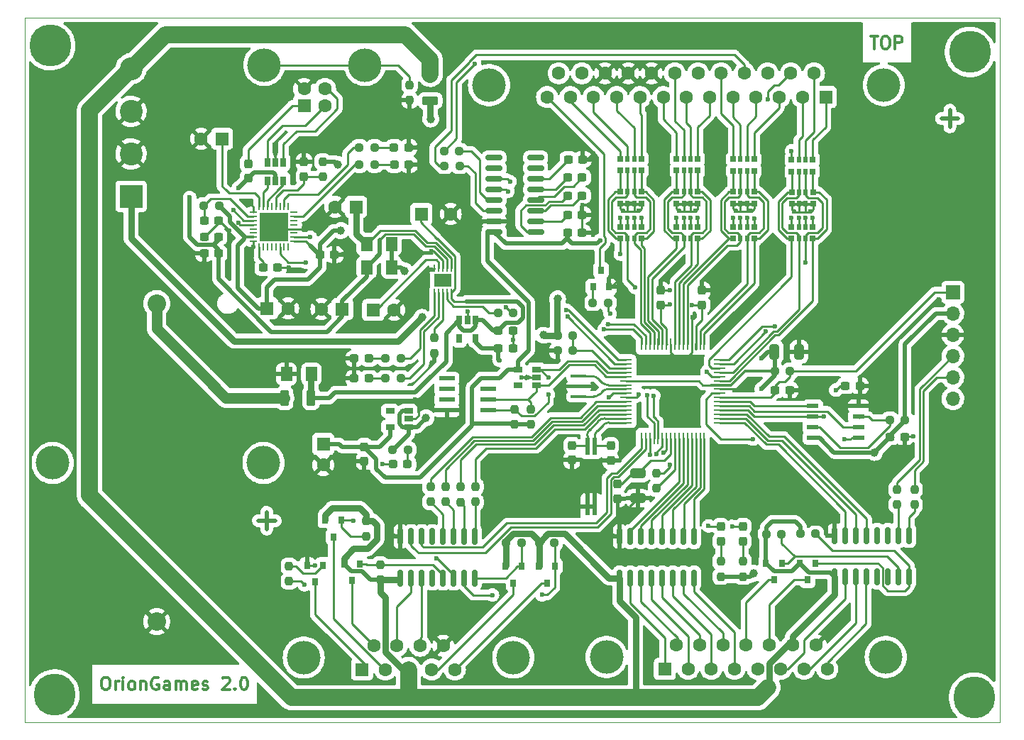
<source format=gbr>
%TF.GenerationSoftware,KiCad,Pcbnew,(6.0.0)*%
%TF.CreationDate,2022-01-24T11:23:05-03:00*%
%TF.ProjectId,HLI-M,484c492d-4d2e-46b6-9963-61645f706362,rev?*%
%TF.SameCoordinates,Original*%
%TF.FileFunction,Copper,L1,Top*%
%TF.FilePolarity,Positive*%
%FSLAX46Y46*%
G04 Gerber Fmt 4.6, Leading zero omitted, Abs format (unit mm)*
G04 Created by KiCad (PCBNEW (6.0.0)) date 2022-01-24 11:23:05*
%MOMM*%
%LPD*%
G01*
G04 APERTURE LIST*
G04 Aperture macros list*
%AMRoundRect*
0 Rectangle with rounded corners*
0 $1 Rounding radius*
0 $2 $3 $4 $5 $6 $7 $8 $9 X,Y pos of 4 corners*
0 Add a 4 corners polygon primitive as box body*
4,1,4,$2,$3,$4,$5,$6,$7,$8,$9,$2,$3,0*
0 Add four circle primitives for the rounded corners*
1,1,$1+$1,$2,$3*
1,1,$1+$1,$4,$5*
1,1,$1+$1,$6,$7*
1,1,$1+$1,$8,$9*
0 Add four rect primitives between the rounded corners*
20,1,$1+$1,$2,$3,$4,$5,0*
20,1,$1+$1,$4,$5,$6,$7,0*
20,1,$1+$1,$6,$7,$8,$9,0*
20,1,$1+$1,$8,$9,$2,$3,0*%
G04 Aperture macros list end*
%TA.AperFunction,NonConductor*%
%ADD10C,0.500000*%
%TD*%
%TA.AperFunction,Profile*%
%ADD11C,0.050000*%
%TD*%
%ADD12C,0.300000*%
%TA.AperFunction,NonConductor*%
%ADD13C,0.300000*%
%TD*%
%TA.AperFunction,SMDPad,CuDef*%
%ADD14RoundRect,0.237500X0.300000X0.237500X-0.300000X0.237500X-0.300000X-0.237500X0.300000X-0.237500X0*%
%TD*%
%TA.AperFunction,SMDPad,CuDef*%
%ADD15RoundRect,0.237500X-0.300000X-0.237500X0.300000X-0.237500X0.300000X0.237500X-0.300000X0.237500X0*%
%TD*%
%TA.AperFunction,SMDPad,CuDef*%
%ADD16RoundRect,0.237500X0.237500X-0.300000X0.237500X0.300000X-0.237500X0.300000X-0.237500X-0.300000X0*%
%TD*%
%TA.AperFunction,SMDPad,CuDef*%
%ADD17RoundRect,0.237500X-0.237500X0.300000X-0.237500X-0.300000X0.237500X-0.300000X0.237500X0.300000X0*%
%TD*%
%TA.AperFunction,SMDPad,CuDef*%
%ADD18RoundRect,0.250000X-0.325000X-0.650000X0.325000X-0.650000X0.325000X0.650000X-0.325000X0.650000X0*%
%TD*%
%TA.AperFunction,SMDPad,CuDef*%
%ADD19RoundRect,0.250000X-0.650000X0.325000X-0.650000X-0.325000X0.650000X-0.325000X0.650000X0.325000X0*%
%TD*%
%TA.AperFunction,SMDPad,CuDef*%
%ADD20R,0.640000X0.700000*%
%TD*%
%TA.AperFunction,SMDPad,CuDef*%
%ADD21R,0.500000X0.700000*%
%TD*%
%TA.AperFunction,SMDPad,CuDef*%
%ADD22RoundRect,0.237500X0.287500X0.237500X-0.287500X0.237500X-0.287500X-0.237500X0.287500X-0.237500X0*%
%TD*%
%TA.AperFunction,SMDPad,CuDef*%
%ADD23RoundRect,0.250001X-0.462499X-0.624999X0.462499X-0.624999X0.462499X0.624999X-0.462499X0.624999X0*%
%TD*%
%TA.AperFunction,SMDPad,CuDef*%
%ADD24RoundRect,0.237500X-0.287500X-0.237500X0.287500X-0.237500X0.287500X0.237500X-0.287500X0.237500X0*%
%TD*%
%TA.AperFunction,SMDPad,CuDef*%
%ADD25RoundRect,0.237500X-0.237500X0.287500X-0.237500X-0.287500X0.237500X-0.287500X0.237500X0.287500X0*%
%TD*%
%TA.AperFunction,SMDPad,CuDef*%
%ADD26RoundRect,0.250000X0.275000X0.700000X-0.275000X0.700000X-0.275000X-0.700000X0.275000X-0.700000X0*%
%TD*%
%TA.AperFunction,SMDPad,CuDef*%
%ADD27RoundRect,0.250000X-0.700000X0.275000X-0.700000X-0.275000X0.700000X-0.275000X0.700000X0.275000X0*%
%TD*%
%TA.AperFunction,ComponentPad*%
%ADD28C,4.000000*%
%TD*%
%TA.AperFunction,ComponentPad*%
%ADD29R,1.600000X1.600000*%
%TD*%
%TA.AperFunction,ComponentPad*%
%ADD30C,1.600000*%
%TD*%
%TA.AperFunction,ComponentPad*%
%ADD31R,1.700000X1.700000*%
%TD*%
%TA.AperFunction,ComponentPad*%
%ADD32O,1.700000X1.700000*%
%TD*%
%TA.AperFunction,SMDPad,CuDef*%
%ADD33R,0.800000X0.900000*%
%TD*%
%TA.AperFunction,SMDPad,CuDef*%
%ADD34RoundRect,0.237500X-0.237500X0.250000X-0.237500X-0.250000X0.237500X-0.250000X0.237500X0.250000X0*%
%TD*%
%TA.AperFunction,SMDPad,CuDef*%
%ADD35RoundRect,0.237500X0.250000X0.237500X-0.250000X0.237500X-0.250000X-0.237500X0.250000X-0.237500X0*%
%TD*%
%TA.AperFunction,SMDPad,CuDef*%
%ADD36RoundRect,0.237500X-0.250000X-0.237500X0.250000X-0.237500X0.250000X0.237500X-0.250000X0.237500X0*%
%TD*%
%TA.AperFunction,SMDPad,CuDef*%
%ADD37RoundRect,0.237500X0.237500X-0.250000X0.237500X0.250000X-0.237500X0.250000X-0.237500X-0.250000X0*%
%TD*%
%TA.AperFunction,SMDPad,CuDef*%
%ADD38R,1.473200X0.279400*%
%TD*%
%TA.AperFunction,SMDPad,CuDef*%
%ADD39R,0.279400X1.473200*%
%TD*%
%TA.AperFunction,SMDPad,CuDef*%
%ADD40R,0.650000X1.060000*%
%TD*%
%TA.AperFunction,SMDPad,CuDef*%
%ADD41RoundRect,0.062500X0.375000X0.062500X-0.375000X0.062500X-0.375000X-0.062500X0.375000X-0.062500X0*%
%TD*%
%TA.AperFunction,SMDPad,CuDef*%
%ADD42RoundRect,0.062500X0.062500X0.375000X-0.062500X0.375000X-0.062500X-0.375000X0.062500X-0.375000X0*%
%TD*%
%TA.AperFunction,SMDPad,CuDef*%
%ADD43R,3.450000X3.450000*%
%TD*%
%TA.AperFunction,SMDPad,CuDef*%
%ADD44R,0.254000X0.812800*%
%TD*%
%TA.AperFunction,SMDPad,CuDef*%
%ADD45R,2.000000X1.600000*%
%TD*%
%TA.AperFunction,SMDPad,CuDef*%
%ADD46R,1.460500X0.538480*%
%TD*%
%TA.AperFunction,SMDPad,CuDef*%
%ADD47R,1.060000X0.650000*%
%TD*%
%TA.AperFunction,SMDPad,CuDef*%
%ADD48RoundRect,0.150000X-0.150000X0.825000X-0.150000X-0.825000X0.150000X-0.825000X0.150000X0.825000X0*%
%TD*%
%TA.AperFunction,SMDPad,CuDef*%
%ADD49R,0.600000X2.100000*%
%TD*%
%TA.AperFunction,SMDPad,CuDef*%
%ADD50R,1.900000X0.400000*%
%TD*%
%TA.AperFunction,SMDPad,CuDef*%
%ADD51R,1.981200X0.560800*%
%TD*%
%TA.AperFunction,SMDPad,CuDef*%
%ADD52RoundRect,0.150000X0.825000X0.150000X-0.825000X0.150000X-0.825000X-0.150000X0.825000X-0.150000X0*%
%TD*%
%TA.AperFunction,ComponentPad*%
%ADD53R,2.730000X2.730000*%
%TD*%
%TA.AperFunction,ComponentPad*%
%ADD54C,2.730000*%
%TD*%
%TA.AperFunction,ComponentPad*%
%ADD55C,2.205000*%
%TD*%
%TA.AperFunction,ViaPad*%
%ADD56C,0.600000*%
%TD*%
%TA.AperFunction,ViaPad*%
%ADD57C,5.000000*%
%TD*%
%TA.AperFunction,ViaPad*%
%ADD58C,4.000000*%
%TD*%
%TA.AperFunction,ViaPad*%
%ADD59C,1.000000*%
%TD*%
%TA.AperFunction,Conductor*%
%ADD60C,0.250000*%
%TD*%
%TA.AperFunction,Conductor*%
%ADD61C,0.500000*%
%TD*%
%TA.AperFunction,Conductor*%
%ADD62C,0.762000*%
%TD*%
%TA.AperFunction,Conductor*%
%ADD63C,2.000000*%
%TD*%
%TA.AperFunction,Conductor*%
%ADD64C,1.300000*%
%TD*%
%TA.AperFunction,Conductor*%
%ADD65C,0.300000*%
%TD*%
G04 APERTURE END LIST*
D10*
X180500000Y-40500000D02*
X180500000Y-42500000D01*
X181500000Y-41500000D02*
X179500000Y-41500000D01*
X99000000Y-88500000D02*
X99000000Y-90500000D01*
X100000000Y-89500000D02*
X98000000Y-89500000D01*
D11*
X186436000Y-113538000D02*
X186436000Y-29500000D01*
X70104000Y-29500000D02*
X70104000Y-113538000D01*
X186436000Y-29500000D02*
X70104000Y-29500000D01*
X70104000Y-113538000D02*
X186436000Y-113538000D01*
D12*
D13*
X79642857Y-108178571D02*
X79928571Y-108178571D01*
X80071428Y-108250000D01*
X80214285Y-108392857D01*
X80285714Y-108678571D01*
X80285714Y-109178571D01*
X80214285Y-109464285D01*
X80071428Y-109607142D01*
X79928571Y-109678571D01*
X79642857Y-109678571D01*
X79500000Y-109607142D01*
X79357142Y-109464285D01*
X79285714Y-109178571D01*
X79285714Y-108678571D01*
X79357142Y-108392857D01*
X79500000Y-108250000D01*
X79642857Y-108178571D01*
X80928571Y-109678571D02*
X80928571Y-108678571D01*
X80928571Y-108964285D02*
X81000000Y-108821428D01*
X81071428Y-108750000D01*
X81214285Y-108678571D01*
X81357142Y-108678571D01*
X81857142Y-109678571D02*
X81857142Y-108678571D01*
X81857142Y-108178571D02*
X81785714Y-108250000D01*
X81857142Y-108321428D01*
X81928571Y-108250000D01*
X81857142Y-108178571D01*
X81857142Y-108321428D01*
X82785714Y-109678571D02*
X82642857Y-109607142D01*
X82571428Y-109535714D01*
X82500000Y-109392857D01*
X82500000Y-108964285D01*
X82571428Y-108821428D01*
X82642857Y-108750000D01*
X82785714Y-108678571D01*
X83000000Y-108678571D01*
X83142857Y-108750000D01*
X83214285Y-108821428D01*
X83285714Y-108964285D01*
X83285714Y-109392857D01*
X83214285Y-109535714D01*
X83142857Y-109607142D01*
X83000000Y-109678571D01*
X82785714Y-109678571D01*
X83928571Y-108678571D02*
X83928571Y-109678571D01*
X83928571Y-108821428D02*
X84000000Y-108750000D01*
X84142857Y-108678571D01*
X84357142Y-108678571D01*
X84500000Y-108750000D01*
X84571428Y-108892857D01*
X84571428Y-109678571D01*
X86071428Y-108250000D02*
X85928571Y-108178571D01*
X85714285Y-108178571D01*
X85500000Y-108250000D01*
X85357142Y-108392857D01*
X85285714Y-108535714D01*
X85214285Y-108821428D01*
X85214285Y-109035714D01*
X85285714Y-109321428D01*
X85357142Y-109464285D01*
X85500000Y-109607142D01*
X85714285Y-109678571D01*
X85857142Y-109678571D01*
X86071428Y-109607142D01*
X86142857Y-109535714D01*
X86142857Y-109035714D01*
X85857142Y-109035714D01*
X87428571Y-109678571D02*
X87428571Y-108892857D01*
X87357142Y-108750000D01*
X87214285Y-108678571D01*
X86928571Y-108678571D01*
X86785714Y-108750000D01*
X87428571Y-109607142D02*
X87285714Y-109678571D01*
X86928571Y-109678571D01*
X86785714Y-109607142D01*
X86714285Y-109464285D01*
X86714285Y-109321428D01*
X86785714Y-109178571D01*
X86928571Y-109107142D01*
X87285714Y-109107142D01*
X87428571Y-109035714D01*
X88142857Y-109678571D02*
X88142857Y-108678571D01*
X88142857Y-108821428D02*
X88214285Y-108750000D01*
X88357142Y-108678571D01*
X88571428Y-108678571D01*
X88714285Y-108750000D01*
X88785714Y-108892857D01*
X88785714Y-109678571D01*
X88785714Y-108892857D02*
X88857142Y-108750000D01*
X89000000Y-108678571D01*
X89214285Y-108678571D01*
X89357142Y-108750000D01*
X89428571Y-108892857D01*
X89428571Y-109678571D01*
X90714285Y-109607142D02*
X90571428Y-109678571D01*
X90285714Y-109678571D01*
X90142857Y-109607142D01*
X90071428Y-109464285D01*
X90071428Y-108892857D01*
X90142857Y-108750000D01*
X90285714Y-108678571D01*
X90571428Y-108678571D01*
X90714285Y-108750000D01*
X90785714Y-108892857D01*
X90785714Y-109035714D01*
X90071428Y-109178571D01*
X91357142Y-109607142D02*
X91500000Y-109678571D01*
X91785714Y-109678571D01*
X91928571Y-109607142D01*
X92000000Y-109464285D01*
X92000000Y-109392857D01*
X91928571Y-109250000D01*
X91785714Y-109178571D01*
X91571428Y-109178571D01*
X91428571Y-109107142D01*
X91357142Y-108964285D01*
X91357142Y-108892857D01*
X91428571Y-108750000D01*
X91571428Y-108678571D01*
X91785714Y-108678571D01*
X91928571Y-108750000D01*
X93714285Y-108321428D02*
X93785714Y-108250000D01*
X93928571Y-108178571D01*
X94285714Y-108178571D01*
X94428571Y-108250000D01*
X94500000Y-108321428D01*
X94571428Y-108464285D01*
X94571428Y-108607142D01*
X94500000Y-108821428D01*
X93642857Y-109678571D01*
X94571428Y-109678571D01*
X95214285Y-109535714D02*
X95285714Y-109607142D01*
X95214285Y-109678571D01*
X95142857Y-109607142D01*
X95214285Y-109535714D01*
X95214285Y-109678571D01*
X96214285Y-108178571D02*
X96357142Y-108178571D01*
X96500000Y-108250000D01*
X96571428Y-108321428D01*
X96642857Y-108464285D01*
X96714285Y-108750000D01*
X96714285Y-109107142D01*
X96642857Y-109392857D01*
X96571428Y-109535714D01*
X96500000Y-109607142D01*
X96357142Y-109678571D01*
X96214285Y-109678571D01*
X96071428Y-109607142D01*
X96000000Y-109535714D01*
X95928571Y-109392857D01*
X95857142Y-109107142D01*
X95857142Y-108750000D01*
X95928571Y-108464285D01*
X96000000Y-108321428D01*
X96071428Y-108250000D01*
X96214285Y-108178571D01*
D12*
D13*
X171035714Y-31678571D02*
X171892857Y-31678571D01*
X171464285Y-33178571D02*
X171464285Y-31678571D01*
X172678571Y-31678571D02*
X172964285Y-31678571D01*
X173107142Y-31750000D01*
X173250000Y-31892857D01*
X173321428Y-32178571D01*
X173321428Y-32678571D01*
X173250000Y-32964285D01*
X173107142Y-33107142D01*
X172964285Y-33178571D01*
X172678571Y-33178571D01*
X172535714Y-33107142D01*
X172392857Y-32964285D01*
X172321428Y-32678571D01*
X172321428Y-32178571D01*
X172392857Y-31892857D01*
X172535714Y-31750000D01*
X172678571Y-31678571D01*
X173964285Y-33178571D02*
X173964285Y-31678571D01*
X174535714Y-31678571D01*
X174678571Y-31750000D01*
X174750000Y-31821428D01*
X174821428Y-31964285D01*
X174821428Y-32178571D01*
X174750000Y-32321428D01*
X174678571Y-32392857D01*
X174535714Y-32464285D01*
X173964285Y-32464285D01*
D14*
%TO.P,C3,1*%
%TO.N,Net-(C1-Pad1)*%
X93255000Y-55626000D03*
%TO.P,C3,2*%
%TO.N,0*%
X91530000Y-55626000D03*
%TD*%
D15*
%TO.P,C6,1*%
%TO.N,Net-(C6-Pad1)*%
X91530000Y-53721000D03*
%TO.P,C6,2*%
%TO.N,0*%
X93255000Y-53721000D03*
%TD*%
D16*
%TO.P,C7,1*%
%TO.N,Net-(C7-Pad1)*%
X103441000Y-48424000D03*
%TO.P,C7,2*%
%TO.N,0*%
X103441000Y-46699000D03*
%TD*%
D17*
%TO.P,C11,1*%
%TO.N,VDDD*%
X110617000Y-80671500D03*
%TO.P,C11,2*%
%TO.N,0*%
X110617000Y-82396500D03*
%TD*%
D15*
%TO.P,C15,1*%
%TO.N,Net-(C14-Pad1)*%
X126645500Y-66802000D03*
%TO.P,C15,2*%
%TO.N,0*%
X128370500Y-66802000D03*
%TD*%
%TO.P,C16,1*%
%TO.N,+3.3VP*%
X126645500Y-68897500D03*
%TO.P,C16,2*%
%TO.N,0*%
X128370500Y-68897500D03*
%TD*%
%TO.P,C17,1*%
%TO.N,VDDD*%
X173381500Y-79502000D03*
%TO.P,C17,2*%
%TO.N,0*%
X175106500Y-79502000D03*
%TD*%
%TO.P,C18,1*%
%TO.N,Net-(C18-Pad1)*%
X168047500Y-73406000D03*
%TO.P,C18,2*%
%TO.N,0*%
X169772500Y-73406000D03*
%TD*%
%TO.P,C19,1*%
%TO.N,RESET*%
X159665500Y-73914000D03*
%TO.P,C19,2*%
%TO.N,0*%
X161390500Y-73914000D03*
%TD*%
D18*
%TO.P,C20,1*%
%TO.N,+3.3VP*%
X159561000Y-69342000D03*
%TO.P,C20,2*%
%TO.N,0*%
X162511000Y-69342000D03*
%TD*%
D16*
%TO.P,C21,1*%
%TO.N,+3.3VP*%
X150914100Y-63740200D03*
%TO.P,C21,2*%
%TO.N,0*%
X150914100Y-62015200D03*
%TD*%
%TO.P,C22,1*%
%TO.N,+3.3VP*%
X146024600Y-63727500D03*
%TO.P,C22,2*%
%TO.N,0*%
X146024600Y-62002500D03*
%TD*%
D19*
%TO.P,C24,1*%
%TO.N,Net-(C23-Pad1)*%
X143256000Y-83869000D03*
%TO.P,C24,2*%
%TO.N,0*%
X143256000Y-86819000D03*
%TD*%
D17*
%TO.P,C25,1*%
%TO.N,Net-(C25-Pad1)*%
X135394700Y-80531800D03*
%TO.P,C25,2*%
%TO.N,0*%
X135394700Y-82256800D03*
%TD*%
%TO.P,C26,1*%
%TO.N,Net-(C26-Pad1)*%
X140030700Y-80569900D03*
%TO.P,C26,2*%
%TO.N,0*%
X140030700Y-82294900D03*
%TD*%
D20*
%TO.P,CA1,1*%
%TO.N,K0*%
X164167000Y-50277800D03*
D21*
%TO.P,CA1,2*%
%TO.N,K1*%
X163297000Y-50277800D03*
%TO.P,CA1,3*%
%TO.N,K2*%
X162497000Y-50277800D03*
D20*
%TO.P,CA1,4*%
%TO.N,K3*%
X161627000Y-50277800D03*
%TO.P,CA1,5*%
%TO.N,0*%
X161627000Y-51677800D03*
D21*
%TO.P,CA1,6*%
X162497000Y-51677800D03*
%TO.P,CA1,7*%
X163297000Y-51677800D03*
D20*
%TO.P,CA1,8*%
X164167000Y-51677800D03*
%TD*%
%TO.P,CA3,1*%
%TO.N,K8*%
X143700000Y-50227000D03*
D21*
%TO.P,CA3,2*%
%TO.N,K9*%
X142830000Y-50227000D03*
%TO.P,CA3,3*%
%TO.N,KA*%
X142030000Y-50227000D03*
D20*
%TO.P,CA3,4*%
%TO.N,KB*%
X141160000Y-50227000D03*
%TO.P,CA3,5*%
%TO.N,0*%
X141160000Y-51627000D03*
D21*
%TO.P,CA3,6*%
X142030000Y-51627000D03*
%TO.P,CA3,7*%
X142830000Y-51627000D03*
D20*
%TO.P,CA3,8*%
X143700000Y-51627000D03*
%TD*%
D22*
%TO.P,DLED2,1,K*%
%TO.N,0*%
X115939500Y-44950000D03*
%TO.P,DLED2,2,A*%
%TO.N,Net-(DLED2-Pad2)*%
X114189500Y-44950000D03*
%TD*%
D23*
%TO.P,D4,1,K*%
%TO.N,+5V*%
X110907500Y-56515000D03*
%TO.P,D4,2,A*%
%TO.N,Net-(D4-Pad2)*%
X113882500Y-56515000D03*
%TD*%
%TO.P,D5,1,K*%
%TO.N,Net-(C1-Pad1)*%
X110907500Y-59245500D03*
%TO.P,D5,2,A*%
%TO.N,Net-(D4-Pad2)*%
X113882500Y-59245500D03*
%TD*%
D24*
%TO.P,DLED6,1,K*%
%TO.N,0*%
X109450000Y-72500000D03*
%TO.P,DLED6,2,A*%
%TO.N,Net-(DLED6-Pad2)*%
X111200000Y-72500000D03*
%TD*%
D23*
%TO.P,D8,1,K*%
%TO.N,0*%
X101350000Y-72000000D03*
%TO.P,D8,2,A*%
%TO.N,Net-(C14-Pad1)*%
X104325000Y-72000000D03*
%TD*%
D25*
%TO.P,DLED9,1,K*%
%TO.N,LED2*%
X153162000Y-90184000D03*
%TO.P,DLED9,2,A*%
%TO.N,Net-(DLED9-Pad2)*%
X153162000Y-91934000D03*
%TD*%
%TO.P,DLED10,1,K*%
%TO.N,LED3*%
X155829000Y-90184000D03*
%TO.P,DLED10,2,A*%
%TO.N,Net-(DLED10-Pad2)*%
X155829000Y-91934000D03*
%TD*%
D26*
%TO.P,FT1,1*%
%TO.N,Net-(C14-Pad1)*%
X104285500Y-74857500D03*
%TO.P,FT1,2*%
%TO.N,Net-(BT1-Pad1)*%
X101135500Y-74857500D03*
%TD*%
D27*
%TO.P,FT2,1*%
%TO.N,+12V*%
X118500000Y-36225000D03*
%TO.P,FT2,2*%
%TO.N,Net-(CON4-Pad24)*%
X118500000Y-39375000D03*
%TD*%
D28*
%TO.P,CON4,0*%
%TO.N,N/C*%
X172610800Y-37518200D03*
X125510800Y-37518200D03*
D29*
%TO.P,CON4,1,Pin_1*%
%TO.N,K_0*%
X165680800Y-38938200D03*
D30*
%TO.P,CON4,2,Pin_2*%
%TO.N,K_2*%
X162910800Y-38938200D03*
%TO.P,CON4,3,Pin_3*%
%TO.N,NOTE_*%
X160140800Y-38938200D03*
%TO.P,CON4,4,Pin_4*%
%TO.N,K_C*%
X157370800Y-38938200D03*
%TO.P,CON4,5,Pin_5*%
%TO.N,K_D*%
X154600800Y-38938200D03*
%TO.P,CON4,6,Pin_6*%
%TO.N,K_4*%
X151830800Y-38938200D03*
%TO.P,CON4,7,Pin_7*%
%TO.N,K_5*%
X149060800Y-38938200D03*
%TO.P,CON4,8,Pin_8*%
%TO.N,K_7*%
X146290800Y-38938200D03*
%TO.P,CON4,9,Pin_9*%
%TO.N,K_8*%
X143520800Y-38938200D03*
%TO.P,CON4,10,Pin_10*%
%TO.N,K_9*%
X140750800Y-38938200D03*
%TO.P,CON4,11,Pin_11*%
%TO.N,K_A*%
X137980800Y-38938200D03*
%TO.P,CON4,12,Pin_12*%
%TO.N,K_B*%
X135210800Y-38938200D03*
%TO.P,CON4,13,Pin_13*%
%TO.N,INIB*%
X132440800Y-38938200D03*
%TO.P,CON4,14,Pin_14*%
%TO.N,K_1*%
X164295800Y-36098200D03*
%TO.P,CON4,15,Pin_15*%
%TO.N,K_3*%
X161525800Y-36098200D03*
%TO.P,CON4,16,Pin_16*%
%TO.N,Net-(CON4-Pad16)*%
X158755800Y-36098200D03*
%TO.P,CON4,17,Pin_17*%
%TO.N,Net-(CON4-Pad17)*%
X155985800Y-36098200D03*
%TO.P,CON4,18,Pin_18*%
%TO.N,K_E*%
X153215800Y-36098200D03*
%TO.P,CON4,19,Pin_19*%
%TO.N,+5V*%
X150445800Y-36098200D03*
%TO.P,CON4,20,Pin_20*%
%TO.N,K_6*%
X147675800Y-36098200D03*
%TO.P,CON4,21,Pin_21*%
%TO.N,0*%
X144905800Y-36098200D03*
%TO.P,CON4,22,Pin_22*%
X142135800Y-36098200D03*
%TO.P,CON4,23,Pin_23*%
X139365800Y-36098200D03*
%TO.P,CON4,24,Pin_24*%
%TO.N,Net-(CON4-Pad24)*%
X136595800Y-36098200D03*
%TO.P,CON4,25,Pin_25*%
X133825800Y-36098200D03*
%TD*%
D31*
%TO.P,CON6,1,Pin_1*%
%TO.N,RESET*%
X180848000Y-62230000D03*
D32*
%TO.P,CON6,2,Pin_2*%
%TO.N,VDDD*%
X180848000Y-64770000D03*
%TO.P,CON6,3,Pin_3*%
%TO.N,0*%
X180848000Y-67310000D03*
%TO.P,CON6,4,Pin_4*%
%TO.N,PGED2*%
X180848000Y-69850000D03*
%TO.P,CON6,5,Pin_5*%
%TO.N,PGEC2*%
X180848000Y-72390000D03*
%TO.P,CON6,6,Pin_6*%
%TO.N,unconnected-(CON6-Pad6)*%
X180848000Y-74930000D03*
%TD*%
D33*
%TO.P,Q1,1,B*%
%TO.N,Net-(Q1-Pad1)*%
X137927000Y-61579000D03*
%TO.P,Q1,2,E*%
%TO.N,0*%
X139827000Y-61579000D03*
%TO.P,Q1,3,C*%
%TO.N,INIB*%
X138877000Y-59579000D03*
%TD*%
%TO.P,Q5,1,G*%
%TO.N,Net-(Q5-Pad1)*%
X107884000Y-89424000D03*
%TO.P,Q5,2,S*%
%TO.N,+12V*%
X105984000Y-89424000D03*
%TO.P,Q5,3,D*%
%TO.N,CIN2*%
X106934000Y-91424000D03*
%TD*%
%TO.P,Q6,1,G*%
%TO.N,Net-(Q6-Pad1)*%
X110106000Y-94631000D03*
%TO.P,Q6,2,S*%
%TO.N,+12V*%
X108206000Y-94631000D03*
%TO.P,Q6,3,D*%
%TO.N,COUT2*%
X109156000Y-96631000D03*
%TD*%
%TO.P,Q8,1,G*%
%TO.N,Net-(Q8-Pad1)*%
X129374400Y-94935800D03*
%TO.P,Q8,2,S*%
%TO.N,+12V*%
X127474400Y-94935800D03*
%TO.P,Q8,3,D*%
%TO.N,CIN1*%
X128424400Y-96935800D03*
%TD*%
D34*
%TO.P,R2,1*%
%TO.N,VDDD*%
X105664000Y-46649000D03*
%TO.P,R2,2*%
%TO.N,Net-(C7-Pad1)*%
X105664000Y-48474000D03*
%TD*%
D35*
%TO.P,R4,1*%
%TO.N,Net-(DLED2-Pad2)*%
X111850000Y-44950000D03*
%TO.P,R4,2*%
%TO.N,Net-(R4-Pad2)*%
X110025000Y-44950000D03*
%TD*%
D36*
%TO.P,R5,1*%
%TO.N,Net-(D4-Pad2)*%
X114022500Y-81026000D03*
%TO.P,R5,2*%
%TO.N,Net-(DLED3-Pad2)*%
X115847500Y-81026000D03*
%TD*%
D37*
%TO.P,R6,1*%
%TO.N,0*%
X118999000Y-69516000D03*
%TO.P,R6,2*%
%TO.N,Net-(R6-Pad2)*%
X118999000Y-67691000D03*
%TD*%
D36*
%TO.P,R7,1*%
%TO.N,Net-(R7-Pad1)*%
X126595500Y-64706500D03*
%TO.P,R7,2*%
%TO.N,0*%
X128420500Y-64706500D03*
%TD*%
%TO.P,R8,1*%
%TO.N,Net-(DLED6-Pad2)*%
X113146300Y-72500000D03*
%TO.P,R8,2*%
%TO.N,Net-(R8-Pad2)*%
X114971300Y-72500000D03*
%TD*%
D35*
%TO.P,R9,1*%
%TO.N,Net-(R9-Pad1)*%
X114984500Y-70150000D03*
%TO.P,R9,2*%
%TO.N,Net-(DLED7-Pad2)*%
X113159500Y-70150000D03*
%TD*%
%TO.P,R16,1*%
%TO.N,VDDD*%
X175156500Y-77470000D03*
%TO.P,R16,2*%
%TO.N,Net-(R16-Pad2)*%
X173331500Y-77470000D03*
%TD*%
D34*
%TO.P,R17,1*%
%TO.N,Net-(R17-Pad1)*%
X118554000Y-85424000D03*
%TO.P,R17,2*%
%TO.N,PIN-CIN1*%
X118554000Y-87249000D03*
%TD*%
%TO.P,R18,1*%
%TO.N,Net-(R18-Pad1)*%
X120332000Y-85424000D03*
%TO.P,R18,2*%
%TO.N,PIN-COUT1*%
X120332000Y-87249000D03*
%TD*%
%TO.P,R19,1*%
%TO.N,Net-(R19-Pad1)*%
X122110000Y-85447500D03*
%TO.P,R19,2*%
%TO.N,PIN-CIN2*%
X122110000Y-87272500D03*
%TD*%
%TO.P,R20,1*%
%TO.N,Net-(R20-Pad1)*%
X123888000Y-85424000D03*
%TO.P,R20,2*%
%TO.N,PIN-COUT2*%
X123888000Y-87249000D03*
%TD*%
D36*
%TO.P,R23,1*%
%TO.N,+3.3VP*%
X159615500Y-71628000D03*
%TO.P,R23,2*%
%TO.N,RESET*%
X161440500Y-71628000D03*
%TD*%
D37*
%TO.P,R24,1*%
%TO.N,Net-(R24-Pad1)*%
X145478500Y-85621500D03*
%TO.P,R24,2*%
%TO.N,+3.3VP*%
X145478500Y-83796500D03*
%TD*%
%TO.P,R10,1*%
%TO.N,VDDD*%
X153162000Y-96162500D03*
%TO.P,R10,2*%
%TO.N,Net-(DLED9-Pad2)*%
X153162000Y-94337500D03*
%TD*%
%TO.P,R11,1*%
%TO.N,VDDD*%
X155829000Y-96162500D03*
%TO.P,R11,2*%
%TO.N,Net-(DLED10-Pad2)*%
X155829000Y-94337500D03*
%TD*%
D35*
%TO.P,R12,1*%
%TO.N,PIN-PWRMODE*%
X135532500Y-67373500D03*
%TO.P,R12,2*%
%TO.N,+5V*%
X133707500Y-67373500D03*
%TD*%
D36*
%TO.P,R13,1*%
%TO.N,0*%
X133707500Y-69215000D03*
%TO.P,R13,2*%
%TO.N,PIN-PWRMODE*%
X135532500Y-69215000D03*
%TD*%
%TO.P,R26,1*%
%TO.N,Net-(Q1-Pad1)*%
X137898500Y-63500000D03*
%TO.P,R26,2*%
%TO.N,PIN-INIB*%
X139723500Y-63500000D03*
%TD*%
%TO.P,R30,1*%
%TO.N,+12V*%
X127573900Y-92125800D03*
%TO.P,R30,2*%
%TO.N,Net-(Q8-Pad1)*%
X129398900Y-92125800D03*
%TD*%
D34*
%TO.P,R31,1*%
%TO.N,+12V*%
X110871000Y-89511500D03*
%TO.P,R31,2*%
%TO.N,Net-(Q5-Pad1)*%
X110871000Y-91336500D03*
%TD*%
D20*
%TO.P,RN1,1,R1.1*%
%TO.N,K_0*%
X164148000Y-46417000D03*
D21*
%TO.P,RN1,2,R2.1*%
%TO.N,K_1*%
X163278000Y-46417000D03*
%TO.P,RN1,3,R3.1*%
%TO.N,K_2*%
X162478000Y-46417000D03*
D20*
%TO.P,RN1,4,R4.1*%
%TO.N,K_3*%
X161608000Y-46417000D03*
%TO.P,RN1,5,R4.2*%
%TO.N,K3*%
X161608000Y-47817000D03*
D21*
%TO.P,RN1,6,R3.2*%
%TO.N,K2*%
X162478000Y-47817000D03*
%TO.P,RN1,7,R2.2*%
%TO.N,K1*%
X163278000Y-47817000D03*
D20*
%TO.P,RN1,8,R1.2*%
%TO.N,K0*%
X164148000Y-47817000D03*
%TD*%
%TO.P,RN2,1,R1.1*%
%TO.N,K_4*%
X150432000Y-46290000D03*
D21*
%TO.P,RN2,2,R2.1*%
%TO.N,K_5*%
X149562000Y-46290000D03*
%TO.P,RN2,3,R3.1*%
%TO.N,K_6*%
X148762000Y-46290000D03*
D20*
%TO.P,RN2,4,R4.1*%
%TO.N,K_7*%
X147892000Y-46290000D03*
%TO.P,RN2,5,R4.2*%
%TO.N,K7*%
X147892000Y-47690000D03*
D21*
%TO.P,RN2,6,R3.2*%
%TO.N,K6*%
X148762000Y-47690000D03*
%TO.P,RN2,7,R2.2*%
%TO.N,K5*%
X149562000Y-47690000D03*
D20*
%TO.P,RN2,8,R1.2*%
%TO.N,K4*%
X150432000Y-47690000D03*
%TD*%
%TO.P,RN3,1,R1.1*%
%TO.N,K_8*%
X143700000Y-46290000D03*
D21*
%TO.P,RN3,2,R2.1*%
%TO.N,K_9*%
X142830000Y-46290000D03*
%TO.P,RN3,3,R3.1*%
%TO.N,K_A*%
X142030000Y-46290000D03*
D20*
%TO.P,RN3,4,R4.1*%
%TO.N,K_B*%
X141160000Y-46290000D03*
%TO.P,RN3,5,R4.2*%
%TO.N,KB*%
X141160000Y-47690000D03*
D21*
%TO.P,RN3,6,R3.2*%
%TO.N,KA*%
X142030000Y-47690000D03*
%TO.P,RN3,7,R2.2*%
%TO.N,K9*%
X142830000Y-47690000D03*
D20*
%TO.P,RN3,8,R1.2*%
%TO.N,K8*%
X143700000Y-47690000D03*
%TD*%
%TO.P,RN5,1,R1.1*%
%TO.N,VDDD*%
X164148000Y-54418000D03*
D21*
%TO.P,RN5,2,R2.1*%
X163278000Y-54418000D03*
%TO.P,RN5,3,R3.1*%
X162478000Y-54418000D03*
D20*
%TO.P,RN5,4,R4.1*%
X161608000Y-54418000D03*
%TO.P,RN5,5,R4.2*%
%TO.N,K3*%
X161608000Y-55818000D03*
D21*
%TO.P,RN5,6,R3.2*%
%TO.N,K2*%
X162478000Y-55818000D03*
%TO.P,RN5,7,R2.2*%
%TO.N,K1*%
X163278000Y-55818000D03*
D20*
%TO.P,RN5,8,R1.2*%
%TO.N,K0*%
X164148000Y-55818000D03*
%TD*%
%TO.P,RN6,1,R1.1*%
%TO.N,VDDD*%
X150432000Y-54418000D03*
D21*
%TO.P,RN6,2,R2.1*%
X149562000Y-54418000D03*
%TO.P,RN6,3,R3.1*%
X148762000Y-54418000D03*
D20*
%TO.P,RN6,4,R4.1*%
X147892000Y-54418000D03*
%TO.P,RN6,5,R4.2*%
%TO.N,K7*%
X147892000Y-55818000D03*
D21*
%TO.P,RN6,6,R3.2*%
%TO.N,K6*%
X148762000Y-55818000D03*
%TO.P,RN6,7,R2.2*%
%TO.N,K5*%
X149562000Y-55818000D03*
D20*
%TO.P,RN6,8,R1.2*%
%TO.N,K4*%
X150432000Y-55818000D03*
%TD*%
%TO.P,RN7,1,R1.1*%
%TO.N,VDDD*%
X143700000Y-54418000D03*
D21*
%TO.P,RN7,2,R2.1*%
X142830000Y-54418000D03*
%TO.P,RN7,3,R3.1*%
X142030000Y-54418000D03*
D20*
%TO.P,RN7,4,R4.1*%
X141160000Y-54418000D03*
%TO.P,RN7,5,R4.2*%
%TO.N,KB*%
X141160000Y-55818000D03*
D21*
%TO.P,RN7,6,R3.2*%
%TO.N,KA*%
X142030000Y-55818000D03*
%TO.P,RN7,7,R2.2*%
%TO.N,K9*%
X142830000Y-55818000D03*
D20*
%TO.P,RN7,8,R1.2*%
%TO.N,K8*%
X143700000Y-55818000D03*
%TD*%
D38*
%TO.P,U1,1,RG15*%
%TO.N,PIN-S5*%
X153060400Y-77791000D03*
%TO.P,U1,2,RC1*%
%TO.N,PIN-S6*%
X153060400Y-77291001D03*
%TO.P,U1,3,RC2*%
%TO.N,PIN-S7*%
X153060400Y-76791000D03*
%TO.P,U1,4,SCK2/RG6*%
%TO.N,Net-(C18-Pad1)*%
X153060400Y-76291001D03*
%TO.P,U1,5,SDI2/RG7*%
%TO.N,Net-(U1-Pad5)*%
X153060400Y-75790999D03*
%TO.P,U1,6,SDO2/RG8*%
%TO.N,Net-(U1-Pad6)*%
X153060400Y-75291000D03*
%TO.P,U1,7,\u002AMCLR*%
%TO.N,RESET*%
X153060400Y-74791001D03*
%TO.P,U1,8,\u002ASS2/RG9*%
%TO.N,Net-(U1-Pad8)*%
X153060400Y-74291000D03*
%TO.P,U1,9,VSS*%
%TO.N,0*%
X153060400Y-73791000D03*
%TO.P,U1,10,VDD*%
%TO.N,+3.3VP*%
X153060400Y-73290999D03*
%TO.P,U1,11,RB5*%
%TO.N,K0*%
X153060400Y-72791000D03*
%TO.P,U1,12,RB4*%
%TO.N,K1*%
X153060400Y-72291001D03*
%TO.P,U1,13,RB3*%
%TO.N,K2*%
X153060400Y-71790999D03*
%TO.P,U1,14,RB2*%
%TO.N,K3*%
X153060400Y-71291000D03*
%TO.P,U1,15,RB1*%
%TO.N,PGEC2*%
X153060400Y-70790999D03*
%TO.P,U1,16,RB0*%
%TO.N,PGED2*%
X153060400Y-70291000D03*
D39*
%TO.P,U1,17,RB6*%
%TO.N,NOTE*%
X151197000Y-68427600D03*
%TO.P,U1,18,RB7*%
%TO.N,KC*%
X150697001Y-68427600D03*
%TO.P,U1,19,AVDD*%
%TO.N,+3.3VP*%
X150197000Y-68427600D03*
%TO.P,U1,20,AVSS*%
%TO.N,0*%
X149697001Y-68427600D03*
%TO.P,U1,21,RB8*%
%TO.N,KD*%
X149196999Y-68427600D03*
%TO.P,U1,22,RB9*%
%TO.N,KE*%
X148697000Y-68427600D03*
%TO.P,U1,23,RB10*%
%TO.N,K4*%
X148197001Y-68427600D03*
%TO.P,U1,24,RB11*%
%TO.N,K5*%
X147697000Y-68427600D03*
%TO.P,U1,25,VSS*%
%TO.N,0*%
X147197000Y-68427600D03*
%TO.P,U1,26,VDD*%
%TO.N,+3.3VP*%
X146696999Y-68427600D03*
%TO.P,U1,27,RB12*%
%TO.N,K6*%
X146197000Y-68427600D03*
%TO.P,U1,28,RB13*%
%TO.N,K7*%
X145697001Y-68427600D03*
%TO.P,U1,29,RB14*%
%TO.N,K8*%
X145196999Y-68427600D03*
%TO.P,U1,30,RB15*%
%TO.N,K9*%
X144697000Y-68427600D03*
%TO.P,U1,31,U2RX/RF4*%
%TO.N,RXA*%
X144196999Y-68427600D03*
%TO.P,U1,32,U2TX/RF5*%
%TO.N,TXA*%
X143697000Y-68427600D03*
D38*
%TO.P,U1,33,U1TX/RF3*%
%TO.N,Net-(U1-Pad33)*%
X141833600Y-70291000D03*
%TO.P,U1,34,U1RX/RF2*%
%TO.N,Net-(U1-Pad34)*%
X141833600Y-70790999D03*
%TO.P,U1,35,RF6*%
%TO.N,PIN-PWRMODE*%
X141833600Y-71291000D03*
%TO.P,U1,36,SDA1/RG3*%
%TO.N,PIN-SDA*%
X141833600Y-71790999D03*
%TO.P,U1,37,SCL1/RG2*%
%TO.N,PIN-SCL*%
X141833600Y-72291001D03*
%TO.P,U1,38,VDD*%
%TO.N,+3.3VP*%
X141833600Y-72791000D03*
%TO.P,U1,39,OSC1/CLKIN*%
%TO.N,Net-(U1-Pad39)*%
X141833600Y-73290999D03*
%TO.P,U1,40,OSC2/CLKO*%
%TO.N,Net-(U1-Pad40)*%
X141833600Y-73791000D03*
%TO.P,U1,41,VSS*%
%TO.N,0*%
X141833600Y-74291000D03*
%TO.P,U1,42,RD8*%
%TO.N,PIN-INIB*%
X141833600Y-74791001D03*
%TO.P,U1,43,RD9*%
%TO.N,Net-(R17-Pad1)*%
X141833600Y-75291000D03*
%TO.P,U1,44,RD10*%
%TO.N,Net-(R18-Pad1)*%
X141833600Y-75790999D03*
%TO.P,U1,45,RD11*%
%TO.N,Net-(R19-Pad1)*%
X141833600Y-76291001D03*
%TO.P,U1,46,RD0*%
%TO.N,Net-(R20-Pad1)*%
X141833600Y-76791000D03*
%TO.P,U1,47,RC13*%
%TO.N,Net-(C25-Pad1)*%
X141833600Y-77291001D03*
%TO.P,U1,48,RC14*%
%TO.N,Net-(C26-Pad1)*%
X141833600Y-77791000D03*
D39*
%TO.P,U1,49,RD1*%
%TO.N,PIN-S11*%
X143697000Y-79654400D03*
%TO.P,U1,50,RD2*%
%TO.N,PIN-S10*%
X144196999Y-79654400D03*
%TO.P,U1,51,RD3*%
%TO.N,PIN-PRINT*%
X144697000Y-79654400D03*
%TO.P,U1,52,RD4*%
%TO.N,KB*%
X145196999Y-79654400D03*
%TO.P,U1,53,RD5*%
%TO.N,KA*%
X145697001Y-79654400D03*
%TO.P,U1,54,RD6*%
%TO.N,LED2*%
X146197000Y-79654400D03*
%TO.P,U1,55,RD7*%
%TO.N,LED3*%
X146696999Y-79654400D03*
%TO.P,U1,56,VDDCORE*%
%TO.N,Net-(C23-Pad1)*%
X147197000Y-79654400D03*
%TO.P,U1,57,VDD*%
%TO.N,Net-(R24-Pad1)*%
X147697000Y-79654400D03*
%TO.P,U1,58,RF0*%
%TO.N,PIN-S0*%
X148197001Y-79654400D03*
%TO.P,U1,59,RF1*%
%TO.N,PIN-S1*%
X148697000Y-79654400D03*
%TO.P,U1,60,RG1*%
%TO.N,PIN-S2*%
X149196999Y-79654400D03*
%TO.P,U1,61,RG0*%
%TO.N,PIN-S3*%
X149697001Y-79654400D03*
%TO.P,U1,62,RG14*%
%TO.N,PIN-S4*%
X150197000Y-79654400D03*
%TO.P,U1,63,RG12*%
%TO.N,PIN-S9*%
X150697001Y-79654400D03*
%TO.P,U1,64,RG13*%
%TO.N,PIN-S8*%
X151197000Y-79654400D03*
%TD*%
D40*
%TO.P,U2,1,I/O1*%
%TO.N,Net-(CON1-Pad3)*%
X100962500Y-46715500D03*
%TO.P,U2,2,GND*%
%TO.N,0*%
X100012500Y-46715500D03*
%TO.P,U2,3,I/O2*%
%TO.N,Net-(CON1-Pad2)*%
X99062500Y-46715500D03*
%TO.P,U2,4,I/O2*%
%TO.N,Net-(U2-Pad4)*%
X99062500Y-48915500D03*
%TO.P,U2,5,VBUS*%
%TO.N,Net-(C1-Pad1)*%
X100012500Y-48915500D03*
%TO.P,U2,6,I/O1*%
%TO.N,Net-(U2-Pad6)*%
X100962500Y-48915500D03*
%TD*%
D41*
%TO.P,U3,1,VDDD*%
%TO.N,VDDD*%
X102259500Y-56169500D03*
%TO.P,U3,2,SCB0_0/GPIO_8*%
%TO.N,RXA*%
X102259500Y-55669500D03*
%TO.P,U3,3,SCB0_5/GPIO_9*%
%TO.N,unconnected-(U3-Pad3)*%
X102259500Y-55169500D03*
%TO.P,U3,4,VSSD*%
%TO.N,0*%
X102259500Y-54669500D03*
%TO.P,U3,5,SCB1_0/GPIO_10*%
%TO.N,unconnected-(U3-Pad5)*%
X102259500Y-54169500D03*
%TO.P,U3,6,SCB1_1/GPIO_11*%
%TO.N,unconnected-(U3-Pad6)*%
X102259500Y-53669500D03*
%TO.P,U3,7,SCB1_2/GPIO12*%
%TO.N,Net-(R3-Pad2)*%
X102259500Y-53169500D03*
%TO.P,U3,8,SCB1_3/GPIO_13*%
%TO.N,unconnected-(U3-Pad8)*%
X102259500Y-52669500D03*
D42*
%TO.P,U3,9,SCB1_4/GPIO_14*%
%TO.N,unconnected-(U3-Pad9)*%
X101572000Y-51982000D03*
%TO.P,U3,10,SCB1_5/GPIO_15*%
%TO.N,Net-(R4-Pad2)*%
X101072000Y-51982000D03*
%TO.P,U3,11,SUSPEND*%
%TO.N,unconnected-(U3-Pad11)*%
X100572000Y-51982000D03*
%TO.P,U3,12,WAKEUP*%
%TO.N,Net-(C7-Pad1)*%
X100072000Y-51982000D03*
%TO.P,U3,13,GPIO_16*%
%TO.N,unconnected-(U3-Pad13)*%
X99572000Y-51982000D03*
%TO.P,U3,14,USBDP*%
%TO.N,Net-(U2-Pad6)*%
X99072000Y-51982000D03*
%TO.P,U3,15,USBDM*%
%TO.N,Net-(U2-Pad4)*%
X98572000Y-51982000D03*
%TO.P,U3,16,VCCD*%
%TO.N,Net-(C5-Pad1)*%
X98072000Y-51982000D03*
D41*
%TO.P,U3,17,VSSD*%
%TO.N,0*%
X97384500Y-52669500D03*
%TO.P,U3,18,~{XRES}*%
%TO.N,Net-(C6-Pad1)*%
X97384500Y-53169500D03*
%TO.P,U3,19,VBUS*%
%TO.N,Net-(C1-Pad1)*%
X97384500Y-53669500D03*
%TO.P,U3,20,VSSD*%
%TO.N,0*%
X97384500Y-54169500D03*
%TO.P,U3,21,GPIO_17*%
%TO.N,unconnected-(U3-Pad21)*%
X97384500Y-54669500D03*
%TO.P,U3,22,GPIO_18*%
%TO.N,unconnected-(U3-Pad22)*%
X97384500Y-55169500D03*
%TO.P,U3,23,VDDD*%
%TO.N,VDDD*%
X97384500Y-55669500D03*
%TO.P,U3,24,VSSA*%
%TO.N,0*%
X97384500Y-56169500D03*
D42*
%TO.P,U3,25,GPIO_0*%
%TO.N,Net-(C4-Pad1)*%
X98072000Y-56857000D03*
%TO.P,U3,26,GPIO_1*%
%TO.N,unconnected-(U3-Pad26)*%
X98572000Y-56857000D03*
%TO.P,U3,27,SCB0_1/GPIO_2*%
%TO.N,unconnected-(U3-Pad27)*%
X99072000Y-56857000D03*
%TO.P,U3,28,SCB0_2/GPIO_3*%
%TO.N,unconnected-(U3-Pad28)*%
X99572000Y-56857000D03*
%TO.P,U3,29,SCB0_3/GPIO_4*%
%TO.N,unconnected-(U3-Pad29)*%
X100072000Y-56857000D03*
%TO.P,U3,30,SCB0_4/GPIO_5*%
%TO.N,TXA*%
X100572000Y-56857000D03*
%TO.P,U3,31,GPIO_6*%
%TO.N,unconnected-(U3-Pad31)*%
X101072000Y-56857000D03*
%TO.P,U3,32,GPIO_7*%
%TO.N,unconnected-(U3-Pad32)*%
X101572000Y-56857000D03*
D43*
%TO.P,U3,33,1EP*%
%TO.N,unconnected-(U3-Pad33)*%
X99822000Y-54419500D03*
%TD*%
D44*
%TO.P,U5,1,CHG_IN*%
%TO.N,+5V*%
X121015001Y-59385200D03*
%TO.P,U5,2,USBPWR*%
%TO.N,Net-(C1-Pad1)*%
X120514999Y-59385200D03*
%TO.P,U5,3,GND*%
%TO.N,0*%
X120015000Y-59385200D03*
%TO.P,U5,4,USB_SEL*%
%TO.N,Net-(C13-Pad1)*%
X119515001Y-59385200D03*
%TO.P,U5,5,EN_B*%
%TO.N,0*%
X119014999Y-59385200D03*
%TO.P,U5,6,STAT2*%
%TO.N,Net-(R9-Pad1)*%
X119014999Y-62280800D03*
%TO.P,U5,7,STAT1*%
%TO.N,Net-(R8-Pad2)*%
X119515001Y-62280800D03*
%TO.P,U5,8,ISET*%
%TO.N,Net-(R6-Pad2)*%
X120015000Y-62280800D03*
%TO.P,U5,9,TS*%
%TO.N,Net-(R7-Pad1)*%
X120514999Y-62280800D03*
%TO.P,U5,10,BATT*%
%TO.N,Net-(C14-Pad1)*%
X121015001Y-62280800D03*
D45*
%TO.P,U5,11,DAP*%
%TO.N,unconnected-(U5-Pad11)*%
X120015000Y-60833000D03*
%TD*%
D40*
%TO.P,U6,1,IN*%
%TO.N,Net-(C14-Pad1)*%
X123886000Y-65575000D03*
%TO.P,U6,2,GND*%
%TO.N,0*%
X122936000Y-65575000D03*
%TO.P,U6,3,EN*%
%TO.N,Net-(C14-Pad1)*%
X121986000Y-65575000D03*
%TO.P,U6,4,NC*%
%TO.N,unconnected-(U6-Pad4)*%
X121986000Y-67775000D03*
%TO.P,U6,5,OUT*%
%TO.N,+3.3VP*%
X123886000Y-67775000D03*
%TD*%
D46*
%TO.P,U7,1,\u002AS*%
%TO.N,Net-(U1-Pad8)*%
X169602150Y-79629000D03*
%TO.P,U7,2,Q*%
%TO.N,Net-(U1-Pad5)*%
X169602150Y-78359000D03*
%TO.P,U7,3,\u002AW*%
%TO.N,Net-(R16-Pad2)*%
X169602150Y-77089000D03*
%TO.P,U7,4,VSS*%
%TO.N,0*%
X169602150Y-75819000D03*
%TO.P,U7,5,D*%
%TO.N,Net-(U1-Pad6)*%
X164153850Y-75819000D03*
%TO.P,U7,6,C*%
%TO.N,Net-(C18-Pad1)*%
X164153850Y-77089000D03*
%TO.P,U7,7,\u002AHOLD*%
%TO.N,Net-(R16-Pad2)*%
X164153850Y-78359000D03*
%TO.P,U7,8,VDD*%
%TO.N,VDDD*%
X164153850Y-79629000D03*
%TD*%
D47*
%TO.P,U9,1,SCL*%
%TO.N,PIN-SCL*%
X131148000Y-73340000D03*
%TO.P,U9,2,GND*%
%TO.N,0*%
X131148000Y-72390000D03*
%TO.P,U9,3,SDA*%
%TO.N,PIN-SDA*%
X131148000Y-71440000D03*
%TO.P,U9,4,VCC*%
%TO.N,VDDD*%
X128948000Y-71440000D03*
%TO.P,U9,5,NC*%
%TO.N,unconnected-(U9-Pad5)*%
X128948000Y-73340000D03*
%TD*%
D48*
%TO.P,U12,1,I1*%
%TO.N,PIN-COUT*%
X175641000Y-91251000D03*
%TO.P,U12,2,I2*%
%TO.N,PIN-CIN*%
X174371000Y-91251000D03*
%TO.P,U12,3,I3*%
%TO.N,unconnected-(U12-Pad3)*%
X173101000Y-91251000D03*
%TO.P,U12,4,I4*%
%TO.N,unconnected-(U12-Pad4)*%
X171831000Y-91251000D03*
%TO.P,U12,5,I5*%
%TO.N,PIN-S7*%
X170561000Y-91251000D03*
%TO.P,U12,6,I6*%
%TO.N,PIN-S6*%
X169291000Y-91251000D03*
%TO.P,U12,7,I7*%
%TO.N,PIN-S5*%
X168021000Y-91251000D03*
%TO.P,U12,8,GND*%
%TO.N,0*%
X166751000Y-91251000D03*
%TO.P,U12,9,COM*%
%TO.N,+12V*%
X166751000Y-96201000D03*
%TO.P,U12,10,O7*%
%TO.N,Net-(CON3-Pad6)*%
X168021000Y-96201000D03*
%TO.P,U12,11,O6*%
%TO.N,Net-(CON3-Pad7)*%
X169291000Y-96201000D03*
%TO.P,U12,12,O5*%
%TO.N,Net-(CON3-Pad8)*%
X170561000Y-96201000D03*
%TO.P,U12,13,O4*%
%TO.N,unconnected-(U12-Pad13)*%
X171831000Y-96201000D03*
%TO.P,U12,14,O3*%
%TO.N,unconnected-(U12-Pad14)*%
X173101000Y-96201000D03*
%TO.P,U12,15,O2*%
%TO.N,Net-(Q4-Pad1)*%
X174371000Y-96201000D03*
%TO.P,U12,16,O1*%
%TO.N,Net-(Q3-Pad1)*%
X175641000Y-96201000D03*
%TD*%
%TO.P,U13,1,I1*%
%TO.N,PIN-S8*%
X149987000Y-91378000D03*
%TO.P,U13,2,I2*%
%TO.N,PIN-S9*%
X148717000Y-91378000D03*
%TO.P,U13,3,I3*%
%TO.N,PIN-S4*%
X147447000Y-91378000D03*
%TO.P,U13,4,I4*%
%TO.N,PIN-S3*%
X146177000Y-91378000D03*
%TO.P,U13,5,I5*%
%TO.N,PIN-S2*%
X144907000Y-91378000D03*
%TO.P,U13,6,I6*%
%TO.N,PIN-S1*%
X143637000Y-91378000D03*
%TO.P,U13,7,I7*%
%TO.N,PIN-S0*%
X142367000Y-91378000D03*
%TO.P,U13,8,GND*%
%TO.N,0*%
X141097000Y-91378000D03*
%TO.P,U13,9,COM*%
%TO.N,+12V*%
X141097000Y-96328000D03*
%TO.P,U13,10,O7*%
%TO.N,Net-(CON3-Pad1)*%
X142367000Y-96328000D03*
%TO.P,U13,11,O6*%
%TO.N,Net-(CON3-Pad9)*%
X143637000Y-96328000D03*
%TO.P,U13,12,O5*%
%TO.N,Net-(CON3-Pad2)*%
X144907000Y-96328000D03*
%TO.P,U13,13,O4*%
%TO.N,Net-(CON3-Pad10)*%
X146177000Y-96328000D03*
%TO.P,U13,14,O3*%
%TO.N,Net-(CON3-Pad3)*%
X147447000Y-96328000D03*
%TO.P,U13,15,O2*%
%TO.N,Net-(CON3-Pad11)*%
X148717000Y-96328000D03*
%TO.P,U13,16,O1*%
%TO.N,Net-(CON3-Pad4)*%
X149987000Y-96328000D03*
%TD*%
%TO.P,U14,1,I1*%
%TO.N,PIN-COUT2*%
X123825000Y-91378000D03*
%TO.P,U14,2,I2*%
%TO.N,PIN-CIN2*%
X122555000Y-91378000D03*
%TO.P,U14,3,I3*%
%TO.N,PIN-COUT1*%
X121285000Y-91378000D03*
%TO.P,U14,4,I4*%
%TO.N,PIN-CIN1*%
X120015000Y-91378000D03*
%TO.P,U14,5,I5*%
%TO.N,unconnected-(U14-Pad5)*%
X118745000Y-91378000D03*
%TO.P,U14,6,I6*%
%TO.N,PIN-S11*%
X117475000Y-91378000D03*
%TO.P,U14,7,I7*%
%TO.N,PIN-S10*%
X116205000Y-91378000D03*
%TO.P,U14,8,GND*%
%TO.N,0*%
X114935000Y-91378000D03*
%TO.P,U14,9,COM*%
%TO.N,+12V*%
X114935000Y-96328000D03*
%TO.P,U14,10,O7*%
%TO.N,Net-(CON5-Pad7)*%
X116205000Y-96328000D03*
%TO.P,U14,11,O6*%
%TO.N,Net-(CON5-Pad8)*%
X117475000Y-96328000D03*
%TO.P,U14,12,O5*%
%TO.N,unconnected-(U14-Pad12)*%
X118745000Y-96328000D03*
%TO.P,U14,13,O4*%
%TO.N,Net-(Q6-Pad1)*%
X120015000Y-96328000D03*
%TO.P,U14,14,O3*%
%TO.N,Net-(Q5-Pad1)*%
X121285000Y-96328000D03*
%TO.P,U14,15,O2*%
%TO.N,Net-(Q7-Pad1)*%
X122555000Y-96328000D03*
%TO.P,U14,16,O1*%
%TO.N,Net-(Q8-Pad1)*%
X123825000Y-96328000D03*
%TD*%
D49*
%TO.P,Y1,1,1*%
%TO.N,Net-(C25-Pad1)*%
X137230700Y-80588300D03*
%TO.P,Y1,2,2*%
%TO.N,0*%
X137230700Y-87788300D03*
%TO.P,Y1,3,3*%
X138130700Y-87788300D03*
%TO.P,Y1,4*%
%TO.N,Net-(C26-Pad1)*%
X138130700Y-80588300D03*
%TD*%
D50*
%TO.P,Y2,1,1*%
%TO.N,Net-(U1-Pad39)*%
X136208000Y-72269500D03*
%TO.P,Y2,2,2*%
%TO.N,0*%
X136208000Y-73469500D03*
%TO.P,Y2,3,3*%
%TO.N,Net-(U1-Pad40)*%
X136208000Y-74669500D03*
%TD*%
D37*
%TO.P,R32,1*%
%TO.N,+12V*%
X112522000Y-96543500D03*
%TO.P,R32,2*%
%TO.N,Net-(Q6-Pad1)*%
X112522000Y-94718500D03*
%TD*%
D36*
%TO.P,R29,1*%
%TO.N,+12V*%
X131509900Y-92125800D03*
%TO.P,R29,2*%
%TO.N,Net-(Q7-Pad1)*%
X133334900Y-92125800D03*
%TD*%
D33*
%TO.P,Q7,1,G*%
%TO.N,Net-(Q7-Pad1)*%
X133372400Y-94935800D03*
%TO.P,Q7,2,S*%
%TO.N,+12V*%
X131472400Y-94935800D03*
%TO.P,Q7,3,D*%
%TO.N,COUT1*%
X132422400Y-96935800D03*
%TD*%
%TO.P,Q4,1,G*%
%TO.N,Net-(Q4-Pad1)*%
X160462000Y-94567500D03*
%TO.P,Q4,2,S*%
%TO.N,+12V*%
X158562000Y-94567500D03*
%TO.P,Q4,3,D*%
%TO.N,COUT*%
X159512000Y-96567500D03*
%TD*%
D36*
%TO.P,R34,1*%
%TO.N,+12V*%
X158600000Y-91100000D03*
%TO.P,R34,2*%
%TO.N,Net-(Q4-Pad1)*%
X160425000Y-91100000D03*
%TD*%
%TO.P,R33,1*%
%TO.N,+12V*%
X162663500Y-91059000D03*
%TO.P,R33,2*%
%TO.N,Net-(Q3-Pad1)*%
X164488500Y-91059000D03*
%TD*%
D33*
%TO.P,Q3,1,G*%
%TO.N,Net-(Q3-Pad1)*%
X164462000Y-94567500D03*
%TO.P,Q3,2,S*%
%TO.N,+12V*%
X162562000Y-94567500D03*
%TO.P,Q3,3,D*%
%TO.N,CIN*%
X163512000Y-96567500D03*
%TD*%
D34*
%TO.P,R21,1*%
%TO.N,PGED2*%
X174180000Y-85765000D03*
%TO.P,R21,2*%
%TO.N,PIN-CIN*%
X174180000Y-87590000D03*
%TD*%
D51*
%TO.P,U10,1,NC*%
%TO.N,unconnected-(U10-Pad1)*%
X120471001Y-72517000D03*
%TO.P,U10,2,NC*%
%TO.N,unconnected-(U10-Pad2)*%
X120471001Y-73787000D03*
%TO.P,U10,3,NC*%
%TO.N,unconnected-(U10-Pad3)*%
X120471001Y-75057000D03*
%TO.P,U10,4,GND*%
%TO.N,0*%
X120471001Y-76327000D03*
%TO.P,U10,5,SDA*%
%TO.N,PIN-SDA*%
X125400999Y-76327000D03*
%TO.P,U10,6,SCL*%
%TO.N,PIN-SCL*%
X125400999Y-75057000D03*
%TO.P,U10,7,NC*%
%TO.N,unconnected-(U10-Pad7)*%
X125400999Y-73787000D03*
%TO.P,U10,8,VCC*%
%TO.N,VDDD*%
X125400999Y-72517000D03*
%TD*%
D37*
%TO.P,R14,1*%
%TO.N,VDDD*%
X130492500Y-78027500D03*
%TO.P,R14,2*%
%TO.N,PIN-SCL*%
X130492500Y-76202500D03*
%TD*%
%TO.P,R15,1*%
%TO.N,VDDD*%
X128587500Y-78001500D03*
%TO.P,R15,2*%
%TO.N,PIN-SDA*%
X128587500Y-76176500D03*
%TD*%
D28*
%TO.P,CON5,0*%
%TO.N,N/C*%
X128403000Y-105832000D03*
X103403000Y-105832000D03*
D29*
%TO.P,CON5,1,Pin_1*%
%TO.N,PRINT_IMP*%
X110363000Y-107252000D03*
D30*
%TO.P,CON5,2,Pin_2*%
%TO.N,CIN2*%
X113133000Y-107252000D03*
%TO.P,CON5,3,Pin_3*%
%TO.N,+12V*%
X115903000Y-107252000D03*
%TO.P,CON5,4,Pin_4*%
%TO.N,CIN1*%
X118673000Y-107252000D03*
%TO.P,CON5,5,Pin_5*%
%TO.N,COUT1*%
X121443000Y-107252000D03*
%TO.P,CON5,6,Pin_6*%
%TO.N,COUT2*%
X111748000Y-104412000D03*
%TO.P,CON5,7,Pin_7*%
%TO.N,Net-(CON5-Pad7)*%
X114518000Y-104412000D03*
%TO.P,CON5,8,Pin_8*%
%TO.N,Net-(CON5-Pad8)*%
X117288000Y-104412000D03*
%TO.P,CON5,9,Pin_9*%
%TO.N,0*%
X120058000Y-104412000D03*
%TD*%
D14*
%TO.P,C1,1*%
%TO.N,Net-(C1-Pad1)*%
X93255000Y-57594500D03*
%TO.P,C1,2*%
%TO.N,0*%
X91530000Y-57594500D03*
%TD*%
D22*
%TO.P,DLED1,1,K*%
%TO.N,0*%
X115952000Y-47000000D03*
%TO.P,DLED1,2,A*%
%TO.N,Net-(DLED1-Pad2)*%
X114202000Y-47000000D03*
%TD*%
D35*
%TO.P,R3,1*%
%TO.N,Net-(DLED1-Pad2)*%
X111862500Y-47000000D03*
%TO.P,R3,2*%
%TO.N,Net-(R3-Pad2)*%
X110037500Y-47000000D03*
%TD*%
D15*
%TO.P,C4,1*%
%TO.N,Net-(C4-Pad1)*%
X98578500Y-59309000D03*
%TO.P,C4,2*%
%TO.N,0*%
X100303500Y-59309000D03*
%TD*%
%TO.P,C9,1*%
%TO.N,VDDD*%
X105350000Y-57750000D03*
%TO.P,C9,2*%
%TO.N,0*%
X107075000Y-57750000D03*
%TD*%
D47*
%TO.P,U4,1,IN*%
%TO.N,Net-(D4-Pad2)*%
X115908000Y-78293000D03*
%TO.P,U4,2,GND*%
%TO.N,0*%
X115908000Y-77343000D03*
%TO.P,U4,3,EN*%
%TO.N,Net-(D4-Pad2)*%
X115908000Y-76393000D03*
%TO.P,U4,4,NC*%
%TO.N,unconnected-(U4-Pad4)*%
X113708000Y-76393000D03*
%TO.P,U4,5,OUT*%
%TO.N,VDDD*%
X113708000Y-78293000D03*
%TD*%
D17*
%TO.P,C23,2*%
%TO.N,0*%
X140843000Y-86841500D03*
%TO.P,C23,1*%
%TO.N,Net-(C23-Pad1)*%
X140843000Y-85116500D03*
%TD*%
D52*
%TO.P,U8,1,C1+*%
%TO.N,Net-(C27-Pad1)*%
X131074850Y-55035150D03*
%TO.P,U8,2,VS+*%
%TO.N,Net-(C30-Pad1)*%
X131074850Y-53765150D03*
%TO.P,U8,3,C1-*%
%TO.N,Net-(C27-Pad2)*%
X131074850Y-52495150D03*
%TO.P,U8,4,C2+*%
%TO.N,Net-(C29-Pad1)*%
X131074850Y-51225150D03*
%TO.P,U8,5,C2-*%
%TO.N,Net-(C29-Pad2)*%
X131074850Y-49955150D03*
%TO.P,U8,6,VS-*%
%TO.N,Net-(C31-Pad1)*%
X131074850Y-48685150D03*
%TO.P,U8,7,T2OUT*%
%TO.N,unconnected-(U8-Pad7)*%
X131074850Y-47415150D03*
%TO.P,U8,8,R2IN*%
%TO.N,unconnected-(U8-Pad8)*%
X131074850Y-46145150D03*
%TO.P,U8,9,R2OUT*%
%TO.N,unconnected-(U8-Pad9)*%
X126124850Y-46145150D03*
%TO.P,U8,10,T2IN*%
%TO.N,unconnected-(U8-Pad10)*%
X126124850Y-47415150D03*
%TO.P,U8,11,T1IN*%
%TO.N,Net-(U1-Pad33)*%
X126124850Y-48685150D03*
%TO.P,U8,12,R1OUT*%
%TO.N,Net-(U1-Pad34)*%
X126124850Y-49955150D03*
%TO.P,U8,13,R1IN*%
%TO.N,RXP_*%
X126124850Y-51225150D03*
%TO.P,U8,14,T1OUT*%
%TO.N,TXP_*%
X126124850Y-52495150D03*
%TO.P,U8,15,GND*%
%TO.N,0*%
X126124850Y-53765150D03*
%TO.P,U8,16,VCC*%
%TO.N,VDDD*%
X126124850Y-55035150D03*
%TD*%
D15*
%TO.P,C27,1*%
%TO.N,Net-(C27-Pad1)*%
X134912350Y-50691750D03*
%TO.P,C27,2*%
%TO.N,Net-(C27-Pad2)*%
X136637350Y-50691750D03*
%TD*%
%TO.P,C30,1*%
%TO.N,Net-(C30-Pad1)*%
X134912350Y-52977750D03*
%TO.P,C30,2*%
%TO.N,0*%
X136637350Y-52977750D03*
%TD*%
%TO.P,C31,1*%
%TO.N,Net-(C31-Pad1)*%
X134975350Y-46373750D03*
%TO.P,C31,2*%
%TO.N,0*%
X136700350Y-46373750D03*
%TD*%
D36*
%TO.P,R28,1*%
%TO.N,Net-(CON4-Pad17)*%
X120187500Y-47146000D03*
%TO.P,R28,2*%
%TO.N,TXP_*%
X122012500Y-47146000D03*
%TD*%
D15*
%TO.P,C28,1*%
%TO.N,VDDD*%
X134912350Y-55136750D03*
%TO.P,C28,2*%
%TO.N,0*%
X136637350Y-55136750D03*
%TD*%
D14*
%TO.P,C29,1*%
%TO.N,Net-(C29-Pad1)*%
X136637350Y-48532750D03*
%TO.P,C29,2*%
%TO.N,Net-(C29-Pad2)*%
X134912350Y-48532750D03*
%TD*%
D36*
%TO.P,R27,1*%
%TO.N,Net-(CON4-Pad16)*%
X120137500Y-45400000D03*
%TO.P,R27,2*%
%TO.N,RXP_*%
X121962500Y-45400000D03*
%TD*%
D24*
%TO.P,DLED7,1,K*%
%TO.N,0*%
X109450000Y-70150000D03*
%TO.P,DLED7,2,A*%
%TO.N,Net-(DLED7-Pad2)*%
X111200000Y-70150000D03*
%TD*%
D37*
%TO.P,L1,1,1*%
%TO.N,0*%
X116050000Y-39312500D03*
%TO.P,L1,2,2*%
%TO.N,Net-(CON1-Pad5)*%
X116050000Y-37487500D03*
%TD*%
D34*
%TO.P,R22,1*%
%TO.N,PGEC2*%
X176276000Y-85765000D03*
%TO.P,R22,2*%
%TO.N,PIN-COUT*%
X176276000Y-87590000D03*
%TD*%
D20*
%TO.P,CA4,1*%
%TO.N,NOTE*%
X157162000Y-50227000D03*
D21*
%TO.P,CA4,2*%
%TO.N,KC*%
X156292000Y-50227000D03*
%TO.P,CA4,3*%
%TO.N,KD*%
X155492000Y-50227000D03*
D20*
%TO.P,CA4,4*%
%TO.N,KE*%
X154622000Y-50227000D03*
%TO.P,CA4,5*%
%TO.N,0*%
X154622000Y-51627000D03*
D21*
%TO.P,CA4,6*%
X155492000Y-51627000D03*
%TO.P,CA4,7*%
X156292000Y-51627000D03*
D20*
%TO.P,CA4,8*%
X157162000Y-51627000D03*
%TD*%
%TO.P,RN4,1,R1.1*%
%TO.N,NOTE_*%
X157182000Y-46352000D03*
D21*
%TO.P,RN4,2,R2.1*%
%TO.N,K_C*%
X156312000Y-46352000D03*
%TO.P,RN4,3,R3.1*%
%TO.N,K_D*%
X155512000Y-46352000D03*
D20*
%TO.P,RN4,4,R4.1*%
%TO.N,K_E*%
X154642000Y-46352000D03*
%TO.P,RN4,5,R4.2*%
%TO.N,KE*%
X154642000Y-47752000D03*
D21*
%TO.P,RN4,6,R3.2*%
%TO.N,KD*%
X155512000Y-47752000D03*
%TO.P,RN4,7,R2.2*%
%TO.N,KC*%
X156312000Y-47752000D03*
D20*
%TO.P,RN4,8,R1.2*%
%TO.N,NOTE*%
X157182000Y-47752000D03*
%TD*%
%TO.P,RN8,1,R1.1*%
%TO.N,VDDD*%
X157162000Y-54418000D03*
D21*
%TO.P,RN8,2,R2.1*%
X156292000Y-54418000D03*
%TO.P,RN8,3,R3.1*%
X155492000Y-54418000D03*
D20*
%TO.P,RN8,4,R4.1*%
X154622000Y-54418000D03*
%TO.P,RN8,5,R4.2*%
%TO.N,KE*%
X154622000Y-55818000D03*
D21*
%TO.P,RN8,6,R3.2*%
%TO.N,KD*%
X155492000Y-55818000D03*
%TO.P,RN8,7,R2.2*%
%TO.N,KC*%
X156292000Y-55818000D03*
D20*
%TO.P,RN8,8,R1.2*%
%TO.N,NOTE*%
X157162000Y-55818000D03*
%TD*%
D53*
%TO.P,CON2,1,Pin_1*%
%TO.N,+5V*%
X82804000Y-50800000D03*
D54*
%TO.P,CON2,2,Pin_2*%
%TO.N,0*%
X82804000Y-45720000D03*
%TO.P,CON2,3,Pin_3*%
X82804000Y-40640000D03*
%TO.P,CON2,4,Pin_4*%
%TO.N,+12V*%
X82804000Y-35560000D03*
%TD*%
D35*
%TO.P,R1,1*%
%TO.N,VDDD*%
X93305000Y-51879500D03*
%TO.P,R1,2*%
%TO.N,Net-(C6-Pad1)*%
X91480000Y-51879500D03*
%TD*%
D25*
%TO.P,L2,1,1*%
%TO.N,Net-(CON1-Pad1)*%
X96774000Y-46877000D03*
%TO.P,L2,2,2*%
%TO.N,Net-(C1-Pad1)*%
X96774000Y-48627000D03*
%TD*%
D29*
%TO.P,CON1,1,VBUS*%
%TO.N,Net-(CON1-Pad1)*%
X103454200Y-39966900D03*
D30*
%TO.P,CON1,2,D-*%
%TO.N,Net-(CON1-Pad2)*%
X105954200Y-39966900D03*
%TO.P,CON1,3,D+*%
%TO.N,Net-(CON1-Pad3)*%
X105954200Y-37966900D03*
%TO.P,CON1,4,GND*%
%TO.N,0*%
X103454200Y-37966900D03*
D28*
%TO.P,CON1,5,Shield*%
%TO.N,Net-(CON1-Pad5)*%
X110704200Y-35106900D03*
X98704200Y-35106900D03*
%TD*%
D33*
%TO.P,Q2,1,B*%
%TO.N,Net-(Q2-Pad1)*%
X105725000Y-94821500D03*
%TO.P,Q2,2,E*%
%TO.N,0*%
X103825000Y-94821500D03*
%TO.P,Q2,3,C*%
%TO.N,PRINT_IMP*%
X104775000Y-96821500D03*
%TD*%
D28*
%TO.P,CON3,0*%
%TO.N,N/C*%
X139539000Y-105768000D03*
X172839000Y-105768000D03*
D29*
%TO.P,CON3,1,Pin_1*%
%TO.N,Net-(CON3-Pad1)*%
X146494000Y-107188000D03*
D30*
%TO.P,CON3,2,Pin_2*%
%TO.N,Net-(CON3-Pad2)*%
X149264000Y-107188000D03*
%TO.P,CON3,3,Pin_3*%
%TO.N,Net-(CON3-Pad3)*%
X152034000Y-107188000D03*
%TO.P,CON3,4,Pin_4*%
%TO.N,Net-(CON3-Pad4)*%
X154804000Y-107188000D03*
%TO.P,CON3,5,Pin_5*%
%TO.N,unconnected-(CON3-Pad5)*%
X157574000Y-107188000D03*
%TO.P,CON3,6,Pin_6*%
%TO.N,Net-(CON3-Pad6)*%
X160344000Y-107188000D03*
%TO.P,CON3,7,Pin_7*%
%TO.N,Net-(CON3-Pad7)*%
X163114000Y-107188000D03*
%TO.P,CON3,8,Pin_8*%
%TO.N,Net-(CON3-Pad8)*%
X165884000Y-107188000D03*
%TO.P,CON3,9,Pin_9*%
%TO.N,Net-(CON3-Pad9)*%
X147879000Y-104348000D03*
%TO.P,CON3,10,Pin_10*%
%TO.N,Net-(CON3-Pad10)*%
X150649000Y-104348000D03*
%TO.P,CON3,11,Pin_11*%
%TO.N,Net-(CON3-Pad11)*%
X153419000Y-104348000D03*
%TO.P,CON3,12,Pin_12*%
%TO.N,COUT*%
X156189000Y-104348000D03*
%TO.P,CON3,13,Pin_13*%
%TO.N,CIN*%
X158959000Y-104348000D03*
%TO.P,CON3,14,Pin_14*%
%TO.N,+12V*%
X161729000Y-104348000D03*
%TO.P,CON3,15,Pin_15*%
%TO.N,0*%
X164499000Y-104348000D03*
%TD*%
D29*
%TO.P,C2,1*%
%TO.N,Net-(C1-Pad1)*%
X108005113Y-64250000D03*
D30*
%TO.P,C2,2*%
%TO.N,0*%
X105505113Y-64250000D03*
%TD*%
D29*
%TO.P,C5,1*%
%TO.N,Net-(C5-Pad1)*%
X93662500Y-43916600D03*
D30*
%TO.P,C5,2*%
%TO.N,0*%
X91162500Y-43916600D03*
%TD*%
D29*
%TO.P,C8,1*%
%TO.N,VDDD*%
X99044888Y-64150000D03*
D30*
%TO.P,C8,2*%
%TO.N,0*%
X101544888Y-64150000D03*
%TD*%
D29*
%TO.P,C10,1*%
%TO.N,VDDD*%
X105750000Y-80344888D03*
D30*
%TO.P,C10,2*%
%TO.N,0*%
X105750000Y-82844888D03*
%TD*%
D29*
%TO.P,C12,1*%
%TO.N,+5V*%
X109650000Y-52050000D03*
D30*
%TO.P,C12,2*%
%TO.N,0*%
X107150000Y-52050000D03*
%TD*%
D29*
%TO.P,C13,1*%
%TO.N,Net-(C13-Pad1)*%
X111694888Y-64350000D03*
D30*
%TO.P,C13,2*%
%TO.N,0*%
X114194888Y-64350000D03*
%TD*%
D29*
%TO.P,C14,1*%
%TO.N,Net-(C14-Pad1)*%
X117447349Y-52900000D03*
D30*
%TO.P,C14,2*%
%TO.N,0*%
X120947349Y-52900000D03*
%TD*%
D20*
%TO.P,CA2,1*%
%TO.N,K4*%
X150432000Y-50227000D03*
D21*
%TO.P,CA2,2*%
%TO.N,K5*%
X149562000Y-50227000D03*
%TO.P,CA2,3*%
%TO.N,K6*%
X148762000Y-50227000D03*
D20*
%TO.P,CA2,4*%
%TO.N,K7*%
X147892000Y-50227000D03*
%TO.P,CA2,5*%
%TO.N,0*%
X147892000Y-51627000D03*
D21*
%TO.P,CA2,6*%
X148762000Y-51627000D03*
%TO.P,CA2,7*%
X149562000Y-51627000D03*
D20*
%TO.P,CA2,8*%
X150432000Y-51627000D03*
%TD*%
D55*
%TO.P,BT1,N*%
%TO.N,0*%
X85852000Y-101535000D03*
%TO.P,BT1,P*%
%TO.N,Net-(BT1-Pad1)*%
X85852000Y-63565000D03*
%TD*%
D24*
%TO.P,DLED3,1,K*%
%TO.N,0*%
X114047300Y-82753200D03*
%TO.P,DLED3,2,A*%
%TO.N,Net-(DLED3-Pad2)*%
X115797300Y-82753200D03*
%TD*%
D34*
%TO.P,R25,1*%
%TO.N,Net-(Q2-Pad1)*%
X101638100Y-94909000D03*
%TO.P,R25,2*%
%TO.N,PIN-PRINT*%
X101638100Y-96734000D03*
%TD*%
D56*
%TO.N,0*%
X144150000Y-104550000D03*
X136650000Y-51850000D03*
D57*
%TO.N,*%
X183388000Y-110617000D03*
D58*
X73450000Y-82600000D03*
X98600000Y-82600000D03*
D57*
X73660000Y-110236000D03*
X182892700Y-33566100D03*
X73152000Y-32766000D03*
D56*
%TO.N,0*%
X126619000Y-87884000D03*
X116050000Y-40400000D03*
X149796500Y-65214500D03*
X140462000Y-68326000D03*
X147116800Y-62014100D03*
X152006300Y-62026792D03*
X91440000Y-58801000D03*
X129413000Y-72390000D03*
X117262500Y-46550000D03*
X118648411Y-57360911D03*
X74550000Y-42050000D03*
X103378000Y-54669500D03*
X165902400Y-91268500D03*
X94488000Y-54864000D03*
X128370500Y-67945000D03*
X134430000Y-73469500D03*
X162687000Y-73469500D03*
X109474000Y-82423000D03*
X116713000Y-75057000D03*
X100012500Y-45529500D03*
X152501600Y-47472600D03*
X141100000Y-82300000D03*
X141516100Y-52514500D03*
X150114000Y-52501800D03*
X155956000Y-73787000D03*
X133950000Y-102250000D03*
X124550000Y-53950000D03*
X122174000Y-76454000D03*
X150431500Y-77914500D03*
X118745000Y-70612000D03*
X158877000Y-61214000D03*
X148209000Y-71501000D03*
X114131400Y-91268500D03*
X95631000Y-53975000D03*
X132334000Y-69215000D03*
X142240000Y-88265000D03*
X97384500Y-56797000D03*
X97028000Y-51689000D03*
X117256700Y-44337000D03*
X108200000Y-72550000D03*
X108200000Y-70100000D03*
X139827000Y-74803000D03*
X148209000Y-52514500D03*
X143370300Y-52539900D03*
X156781500Y-52514500D03*
X118345000Y-59615300D03*
X127508000Y-64008000D03*
X145872200Y-47586900D03*
X108150000Y-57700000D03*
X159448500Y-47472600D03*
X179832000Y-92583000D03*
X101600000Y-59309000D03*
X140970000Y-60706000D03*
X163893500Y-69342000D03*
X171005500Y-73406000D03*
X154940000Y-52514500D03*
X140279200Y-91268500D03*
X137933850Y-45611750D03*
X162450000Y-98150000D03*
X176126900Y-79401500D03*
X104775000Y-94869000D03*
X129908300Y-58432700D03*
X134200000Y-82219800D03*
X122936000Y-64518400D03*
X99650000Y-72100000D03*
X163830000Y-52578000D03*
X102451200Y-46684000D03*
X161925000Y-52578000D03*
X171196000Y-75819000D03*
X136200000Y-87800000D03*
%TO.N,Net-(C1-Pad1)*%
X89789000Y-50927000D03*
X94996000Y-52451000D03*
X95597900Y-49803100D03*
%TO.N,VDDD*%
X150432000Y-53390800D03*
X149562000Y-53390800D03*
X157162000Y-53403000D03*
X155492000Y-53390800D03*
X164148000Y-53390800D03*
X143700000Y-53390800D03*
X141160000Y-53390800D03*
X142030000Y-53390800D03*
D59*
X107823000Y-54864000D03*
D56*
X163278000Y-53390800D03*
X142830000Y-53385000D03*
X138760200Y-56019700D03*
X147892000Y-53390800D03*
X156292000Y-53390800D03*
X148762000Y-53390800D03*
D59*
X157099000Y-95758000D03*
X107500000Y-47000000D03*
X171509990Y-81347010D03*
D56*
X161608000Y-53390800D03*
X154622000Y-53390800D03*
X162478000Y-53390800D03*
%TO.N,+3.3VP*%
X126746000Y-70358000D03*
X158000700Y-70104000D03*
X149758400Y-63728600D03*
X158000700Y-73736200D03*
X147066000Y-63703200D03*
X147066000Y-82804000D03*
%TO.N,Net-(C18-Pad1)*%
X165481000Y-77089000D03*
X166878000Y-73914000D03*
%TO.N,K1*%
X151511000Y-71691500D03*
X163258500Y-58674000D03*
%TO.N,KA*%
X145161000Y-74561700D03*
X142926400Y-61651300D03*
%TO.N,KB*%
X141178700Y-57668000D03*
X144360900Y-74549000D03*
%TO.N,LED2*%
X145478500Y-81534000D03*
X151701500Y-90106500D03*
%TO.N,LED3*%
X146367500Y-81343500D03*
%TO.N,0*%
X112800000Y-82700000D03*
%TO.N,LED3*%
X154559000Y-90170000D03*
%TO.N,PGED2*%
X159602900Y-66277500D03*
%TO.N,PGEC2*%
X158559500Y-66929000D03*
%TO.N,PIN-INIB*%
X139954000Y-64770000D03*
X143400000Y-74400000D03*
%TO.N,PIN-PRINT*%
X144716500Y-81661000D03*
X103492300Y-97129600D03*
%TO.N,Net-(Q5-Pad1)*%
X109347000Y-89535000D03*
X119253000Y-93980000D03*
%TO.N,Net-(Q7-Pad1)*%
X125920500Y-98361500D03*
X131851400Y-98336100D03*
%TO.N,PIN-SDA*%
X132588000Y-72390000D03*
X132588000Y-74422000D03*
%TO.N,Net-(U1-Pad34)*%
X134874000Y-65151000D03*
X127773850Y-50183750D03*
%TO.N,Net-(U1-Pad33)*%
X134743755Y-64362178D03*
X128027850Y-49040750D03*
%TO.N,TXA*%
X139255500Y-66675000D03*
X103657400Y-58648600D03*
%TO.N,RXA*%
X104198100Y-55669500D03*
X139705510Y-66034490D03*
%TO.N,Net-(U1-Pad8)*%
X167894000Y-79756000D03*
X156972000Y-79756000D03*
%TO.N,K_3*%
X158800800Y-39192200D03*
X161608000Y-45377600D03*
D59*
%TO.N,Net-(D4-Pad2)*%
X117983000Y-77216000D03*
X115443000Y-59690000D03*
%TO.N,Net-(CON4-Pad24)*%
X118550000Y-41550000D03*
D56*
%TO.N,Net-(CON4-Pad16)*%
X123800000Y-35000000D03*
D59*
%TO.N,+5V*%
X131991100Y-67360800D03*
X117513100Y-65227200D03*
X133680200Y-63017400D03*
%TD*%
D60*
%TO.N,COUT*%
X156189000Y-99261000D02*
X156189000Y-104348000D01*
X158882500Y-96567500D02*
X156189000Y-99261000D01*
X159512000Y-96567500D02*
X158882500Y-96567500D01*
D61*
%TO.N,+12V*%
X159498500Y-95504000D02*
X158562000Y-94567500D01*
X161625500Y-95504000D02*
X159498500Y-95504000D01*
X162562000Y-94567500D02*
X161625500Y-95504000D01*
X166217499Y-95667499D02*
X166751000Y-96201000D01*
X163661999Y-95667499D02*
X166217499Y-95667499D01*
X162562000Y-94567500D02*
X163661999Y-95667499D01*
D60*
%TO.N,Net-(Q3-Pad1)*%
X164488500Y-91059000D02*
X166479500Y-93050000D01*
X166479500Y-93050000D02*
X173850000Y-93050000D01*
X173850000Y-93050000D02*
X175641000Y-94841000D01*
X175641000Y-94841000D02*
X175641000Y-96201000D01*
%TO.N,Net-(Q4-Pad1)*%
X173010682Y-93772100D02*
X161982700Y-93772100D01*
X174371000Y-95132418D02*
X173010682Y-93772100D01*
X174371000Y-96201000D02*
X174371000Y-95132418D01*
%TO.N,Net-(Q3-Pad1)*%
X175641000Y-97345500D02*
X175641000Y-96201000D01*
X175136500Y-97850000D02*
X175641000Y-97345500D01*
X172466000Y-97229200D02*
X173086800Y-97850000D01*
X173086800Y-97850000D02*
X175136500Y-97850000D01*
X172466000Y-95118300D02*
X172466000Y-97229200D01*
X171915200Y-94567500D02*
X172466000Y-95118300D01*
X164462000Y-94567500D02*
X171915200Y-94567500D01*
D62*
%TO.N,+12V*%
X161140118Y-104348000D02*
X161729000Y-104348000D01*
X158962999Y-109237001D02*
X158962999Y-106525119D01*
X158962999Y-106525119D02*
X161140118Y-104348000D01*
X158800000Y-109400000D02*
X158962999Y-109237001D01*
D60*
%TO.N,Net-(CON3-Pad7)*%
X163812000Y-107188000D02*
X163114000Y-107188000D01*
X169291000Y-101709000D02*
X163812000Y-107188000D01*
X169291000Y-96201000D02*
X169291000Y-101709000D01*
%TO.N,Net-(CON3-Pad8)*%
X170497500Y-96264500D02*
X170561000Y-96201000D01*
X170497500Y-101802500D02*
X170497500Y-96264500D01*
X165884000Y-106416000D02*
X170497500Y-101802500D01*
X165884000Y-107188000D02*
X165884000Y-106416000D01*
%TO.N,Net-(CON5-Pad7)*%
X116205000Y-98095000D02*
X114518000Y-99782000D01*
X116205000Y-96328000D02*
X116205000Y-98095000D01*
X114518000Y-99782000D02*
X114518000Y-104412000D01*
D61*
%TO.N,+12V*%
X162663500Y-90213500D02*
X162663500Y-91059000D01*
X162050000Y-89600000D02*
X162663500Y-90213500D01*
X159250000Y-89600000D02*
X162050000Y-89600000D01*
X158600000Y-91100000D02*
X158600000Y-90250000D01*
X158600000Y-90250000D02*
X159250000Y-89600000D01*
X158562000Y-94567500D02*
X158562000Y-91138000D01*
X158562000Y-91138000D02*
X158600000Y-91100000D01*
D60*
%TO.N,Net-(Q4-Pad1)*%
X160425000Y-92214400D02*
X161982700Y-93772100D01*
X160425000Y-91100000D02*
X160425000Y-92214400D01*
D61*
%TO.N,+12V*%
X158435500Y-91264500D02*
X158600000Y-91100000D01*
D60*
%TO.N,RESET*%
X160800000Y-72950000D02*
X161440500Y-72309500D01*
X161440500Y-72309500D02*
X161440500Y-71628000D01*
X160150000Y-72950000D02*
X160800000Y-72950000D01*
X159665500Y-73434500D02*
X160150000Y-72950000D01*
X159665500Y-73914000D02*
X159665500Y-73434500D01*
X178670000Y-62230000D02*
X180848000Y-62230000D01*
X169272000Y-71628000D02*
X178670000Y-62230000D01*
X161440500Y-71628000D02*
X169272000Y-71628000D01*
%TO.N,Net-(R4-Pad2)*%
X109350000Y-44950000D02*
X110025000Y-44950000D01*
X105116036Y-50550000D02*
X108650000Y-47016036D01*
X101650000Y-50550000D02*
X105116036Y-50550000D01*
X101072000Y-51128000D02*
X101650000Y-50550000D01*
X108650000Y-47016036D02*
X108650000Y-45650000D01*
X108650000Y-45650000D02*
X109350000Y-44950000D01*
X101072000Y-51982000D02*
X101072000Y-51128000D01*
%TO.N,Net-(C7-Pad1)*%
X103441000Y-49259000D02*
X103441000Y-48424000D01*
X100643200Y-50360520D02*
X100953720Y-50050000D01*
X100642480Y-50360520D02*
X100643200Y-50360520D01*
X100076000Y-50927000D02*
X100642480Y-50360520D01*
X100953720Y-50050000D02*
X102650000Y-50050000D01*
X100076000Y-51435000D02*
X100076000Y-50927000D01*
X100072000Y-51439000D02*
X100076000Y-51435000D01*
X100072000Y-51982000D02*
X100072000Y-51439000D01*
X102650000Y-50050000D02*
X103441000Y-49259000D01*
%TO.N,Net-(U2-Pad6)*%
X100456282Y-49911000D02*
X99072000Y-51295282D01*
X99072000Y-51295282D02*
X99072000Y-51982000D01*
X100962500Y-48915500D02*
X100962500Y-49405502D01*
X100962500Y-49405502D02*
X100457002Y-49911000D01*
X100457002Y-49911000D02*
X100456282Y-49911000D01*
%TO.N,Net-(R3-Pad2)*%
X110037500Y-47000000D02*
X109465410Y-47000000D01*
X108623910Y-47841500D02*
X103295910Y-53169500D01*
X109465410Y-47000000D02*
X108623910Y-47841500D01*
X103295910Y-53169500D02*
X102913500Y-53169500D01*
%TO.N,K_8*%
X143700000Y-41084000D02*
X143700000Y-46290000D01*
X143520800Y-40904800D02*
X143700000Y-41084000D01*
X143520800Y-38938200D02*
X143520800Y-40904800D01*
%TO.N,Net-(CON1-Pad3)*%
X102527100Y-43014900D02*
X100962500Y-44579500D01*
X104736900Y-43014900D02*
X102527100Y-43014900D01*
X100962500Y-44579500D02*
X100962500Y-46715500D01*
X107403900Y-40347900D02*
X104736900Y-43014900D01*
X106216900Y-37966900D02*
X107403900Y-39153900D01*
X105954200Y-37966900D02*
X106216900Y-37966900D01*
X107403900Y-39153900D02*
X107403900Y-40347900D01*
D62*
%TO.N,+12V*%
X143000000Y-101000000D02*
X141097000Y-99097000D01*
X141097000Y-99097000D02*
X141097000Y-96328000D01*
X143000000Y-110000000D02*
X143000000Y-101000000D01*
X142383000Y-110617000D02*
X143000000Y-110000000D01*
D63*
X157583000Y-110617000D02*
X142383000Y-110617000D01*
X158800000Y-109400000D02*
X157583000Y-110617000D01*
D60*
%TO.N,0*%
X136211700Y-87788300D02*
X137230700Y-87788300D01*
X136200000Y-87800000D02*
X136211700Y-87788300D01*
X136637350Y-51862650D02*
X136650000Y-51850000D01*
X136637350Y-52977750D02*
X136637350Y-51862650D01*
X136637350Y-55136750D02*
X136637350Y-52977750D01*
X100012500Y-45529500D02*
X100012500Y-45529500D01*
X141478000Y-52578000D02*
X141478000Y-52578000D01*
X143383000Y-52578000D02*
X143700000Y-52261000D01*
X148336000Y-52578000D02*
X148209000Y-52578000D01*
X150114000Y-52578000D02*
X150114000Y-52578000D01*
X154940000Y-52578000D02*
X154940000Y-52578000D01*
X156845000Y-52578000D02*
X156845000Y-52578000D01*
X161925000Y-52705000D02*
X161925000Y-52705000D01*
X163830000Y-52705000D02*
X164167000Y-52368000D01*
X171005500Y-73406000D02*
X171005500Y-73406000D01*
X171196000Y-75819000D02*
X171196000Y-75819000D01*
X162687000Y-73469500D02*
X162687000Y-73469500D01*
X129413000Y-72390000D02*
X129286000Y-72390000D01*
X128420500Y-64706500D02*
X128420500Y-64706500D01*
X142240000Y-88265000D02*
X142240000Y-88265000D01*
X118745000Y-70612000D02*
X118745000Y-70612000D01*
X140970000Y-60706000D02*
X140970000Y-60706000D01*
X128370500Y-67782100D02*
X128370500Y-68897500D01*
X104727500Y-94821500D02*
X104775000Y-94869000D01*
X148209000Y-52578000D02*
X147892000Y-52261000D01*
X117094000Y-76937000D02*
X116688000Y-77343000D01*
X128420500Y-64706500D02*
X128206500Y-64706500D01*
X122047000Y-76327000D02*
X122174000Y-76454000D01*
X107075000Y-57750000D02*
X108244000Y-57750000D01*
X141478000Y-52578000D02*
X142113000Y-52578000D01*
X138130700Y-87788300D02*
X137230700Y-87788300D01*
X91530000Y-57594500D02*
X91530000Y-58711000D01*
X118999000Y-70358000D02*
X118745000Y-70612000D01*
X108250000Y-70150000D02*
X108200000Y-70100000D01*
X97384500Y-56797000D02*
X97384500Y-56169500D01*
X156210000Y-52578000D02*
X156845000Y-52578000D01*
X157162000Y-52261000D02*
X157162000Y-51627000D01*
X110617000Y-82396500D02*
X109500500Y-82396500D01*
X109450000Y-70150000D02*
X108250000Y-70150000D01*
X156292000Y-51627000D02*
X156292000Y-52496000D01*
X95631000Y-53975000D02*
X95825500Y-54169500D01*
X140097000Y-61579000D02*
X140970000Y-60706000D01*
X164167000Y-52368000D02*
X164167000Y-51677800D01*
X142030000Y-51627000D02*
X142030000Y-52495000D01*
X162497000Y-51677800D02*
X162497000Y-52642000D01*
X118345000Y-59615300D02*
X118784900Y-59615300D01*
X143383000Y-52578000D02*
X143383000Y-52578000D01*
X140279200Y-91268500D02*
X140987500Y-91268500D01*
X142748000Y-52578000D02*
X143383000Y-52578000D01*
X162497000Y-52642000D02*
X162560000Y-52705000D01*
X126124850Y-53765150D02*
X124734850Y-53765150D01*
X103426000Y-46684000D02*
X103441000Y-46699000D01*
X116713000Y-75057000D02*
X117094000Y-75438000D01*
X149562000Y-51627000D02*
X149562000Y-52534000D01*
X95825500Y-54169500D02*
X96333500Y-54169500D01*
X118931511Y-57360911D02*
X119965010Y-58394410D01*
X141160000Y-51627000D02*
X141160000Y-52260000D01*
X142113000Y-52578000D02*
X142748000Y-52578000D01*
X162257000Y-69342000D02*
X163893500Y-69342000D01*
X114825500Y-91268500D02*
X114935000Y-91378000D01*
X96333500Y-54169500D02*
X97384500Y-54169500D01*
X169602150Y-75819000D02*
X171196000Y-75819000D01*
X162560000Y-52705000D02*
X163195000Y-52705000D01*
X163297000Y-51677800D02*
X163297000Y-52603000D01*
X155448000Y-52578000D02*
X156210000Y-52578000D01*
X109500500Y-82396500D02*
X109474000Y-82423000D01*
X155492000Y-51627000D02*
X155492000Y-52534000D01*
X154622000Y-51627000D02*
X154622000Y-52260000D01*
X140030700Y-82294900D02*
X141094900Y-82294900D01*
X150914100Y-62015200D02*
X151994708Y-62015200D01*
X103825000Y-94821500D02*
X104727500Y-94821500D01*
X139827000Y-61579000D02*
X140097000Y-61579000D01*
X149562000Y-52534000D02*
X149606000Y-52578000D01*
X147892000Y-51627000D02*
X147892000Y-52261000D01*
X161627000Y-52407000D02*
X161925000Y-52705000D01*
X107291000Y-57534000D02*
X107075000Y-57750000D01*
X154622000Y-52260000D02*
X154940000Y-52578000D01*
X141160000Y-52260000D02*
X141478000Y-52578000D01*
X102259500Y-54669500D02*
X100072000Y-54669500D01*
X118784900Y-59615300D02*
X119015000Y-59385200D01*
X115972700Y-44908500D02*
X116685200Y-44908500D01*
X128420500Y-64549100D02*
X128420500Y-64706500D01*
X120015000Y-59385200D02*
X120015000Y-58444400D01*
X100072000Y-54669500D02*
X99822000Y-54419500D01*
X128370500Y-66802000D02*
X128370500Y-67782100D01*
X116685200Y-44908500D02*
X117256700Y-44337000D01*
X156292000Y-52496000D02*
X156210000Y-52578000D01*
X166733500Y-91268500D02*
X166751000Y-91251000D01*
X93477200Y-53943200D02*
X93255000Y-53721000D01*
X100012500Y-46715500D02*
X100012500Y-45529500D01*
X115985200Y-46958500D02*
X116839800Y-46958500D01*
X150432000Y-51627000D02*
X150432000Y-52260000D01*
X116688000Y-77343000D02*
X115908000Y-77343000D01*
X93345000Y-53721000D02*
X94488000Y-54864000D01*
X97384500Y-52669500D02*
X97384500Y-52045500D01*
X97384500Y-52045500D02*
X97028000Y-51689000D01*
X143700000Y-52261000D02*
X143700000Y-51627000D01*
X161627000Y-51677800D02*
X161627000Y-52407000D01*
X150432000Y-52260000D02*
X150114000Y-52578000D01*
X140339000Y-74291000D02*
X139827000Y-74803000D01*
X165902400Y-91268500D02*
X166733500Y-91268500D01*
X148762000Y-51627000D02*
X148762000Y-52496000D01*
X149261201Y-69850000D02*
X147574000Y-69850000D01*
X117094000Y-75438000D02*
X117094000Y-76937000D01*
X151994708Y-62015200D02*
X152006300Y-62026792D01*
X91339300Y-57785200D02*
X91530000Y-57594500D01*
X134237000Y-82256800D02*
X134200000Y-82219800D01*
X147197000Y-69473000D02*
X147574000Y-69850000D01*
X140987500Y-91268500D02*
X141097000Y-91378000D01*
X122936000Y-64518400D02*
X122936000Y-65575000D01*
X136700350Y-46373750D02*
X137171850Y-46373750D01*
X142240000Y-87835000D02*
X142240000Y-88265000D01*
X154618500Y-73791000D02*
X154622500Y-73787000D01*
X141833600Y-74291000D02*
X140339000Y-74291000D01*
X148762000Y-52496000D02*
X148844000Y-52578000D01*
X101099800Y-59309000D02*
X100367000Y-59309000D01*
X153060400Y-73791000D02*
X153547000Y-73791000D01*
X118999000Y-69516000D02*
X118999000Y-70358000D01*
X101600000Y-59309000D02*
X101099800Y-59309000D01*
X116833100Y-46979400D02*
X117262500Y-46550000D01*
X103255000Y-54669500D02*
X102259500Y-54669500D01*
X163195000Y-52705000D02*
X163830000Y-52705000D01*
X120471001Y-76327000D02*
X122047000Y-76327000D01*
X163297000Y-52603000D02*
X163195000Y-52705000D01*
X116050000Y-39312500D02*
X116050000Y-40350000D01*
X143256000Y-86819000D02*
X142240000Y-87835000D01*
X148844000Y-52578000D02*
X148336000Y-52578000D01*
X136208000Y-73469500D02*
X134430000Y-73469500D01*
X131148000Y-72390000D02*
X129413000Y-72390000D01*
X176126900Y-79401500D02*
X175133000Y-79401500D01*
X101350000Y-72000000D02*
X99750000Y-72000000D01*
X128206500Y-64706500D02*
X127508000Y-64008000D01*
X102451200Y-46684000D02*
X103426000Y-46684000D01*
X142830000Y-51627000D02*
X142830000Y-52496000D01*
X147066000Y-62014100D02*
X145999700Y-62014100D01*
X156845000Y-52578000D02*
X157162000Y-52261000D01*
X153547000Y-73791000D02*
X153551000Y-73787000D01*
X91530000Y-58711000D02*
X91440000Y-58801000D01*
X109450000Y-72500000D02*
X108026300Y-72500000D01*
X154940000Y-52578000D02*
X155448000Y-52578000D01*
X162242500Y-73914000D02*
X162687000Y-73469500D01*
X135394700Y-82256800D02*
X134237000Y-82256800D01*
X149697001Y-69414200D02*
X149261201Y-69850000D01*
X149697000Y-68427600D02*
X149697000Y-65187000D01*
X93255000Y-53721000D02*
X93345000Y-53721000D01*
X133707500Y-69215000D02*
X132334000Y-69215000D01*
X137171850Y-46373750D02*
X137933850Y-45611750D01*
X116050000Y-40350000D02*
X116000000Y-40400000D01*
X142830000Y-52496000D02*
X142748000Y-52578000D01*
X118648411Y-57360911D02*
X118931511Y-57360911D01*
X143256000Y-86819000D02*
X140865500Y-86819000D01*
X141094900Y-82294900D02*
X141100000Y-82300000D01*
X150953308Y-62015200D02*
X150977600Y-62039492D01*
X169772500Y-73406000D02*
X171005500Y-73406000D01*
X153551000Y-73787000D02*
X155956000Y-73787000D01*
X161390500Y-73914000D02*
X162242500Y-73914000D01*
X155492000Y-52534000D02*
X155448000Y-52578000D01*
X150114000Y-52578000D02*
X149606000Y-52578000D01*
X142030000Y-52495000D02*
X142113000Y-52578000D01*
X124734850Y-53765150D02*
X124550000Y-53950000D01*
X114131400Y-91268500D02*
X114825500Y-91268500D01*
X93212800Y-53943200D02*
X91530000Y-55626000D01*
X149697001Y-68427600D02*
X149697001Y-69414200D01*
X163830000Y-52705000D02*
X163830000Y-52705000D01*
X149606000Y-52578000D02*
X148844000Y-52578000D01*
X147197000Y-68427600D02*
X147197000Y-69473000D01*
X131402000Y-72456000D02*
X130911998Y-72456000D01*
X161925000Y-52705000D02*
X162560000Y-52705000D01*
D64*
%TO.N,Net-(BT1-Pad1)*%
X91351100Y-72072500D02*
X91351100Y-72101100D01*
X94107500Y-74857500D02*
X101135500Y-74857500D01*
X85852000Y-66573400D02*
X91351100Y-72072500D01*
X91351100Y-72101100D02*
X94107500Y-74857500D01*
X85852000Y-63565000D02*
X85852000Y-66573400D01*
D60*
%TO.N,Net-(C1-Pad1)*%
X95597900Y-49803100D02*
X95597900Y-49803100D01*
X89789000Y-50927000D02*
X89789000Y-50927000D01*
D61*
X110907500Y-59245500D02*
X110907500Y-60342500D01*
X93255000Y-55970000D02*
X92673990Y-56551010D01*
D60*
X116497600Y-55283600D02*
X113170300Y-55283600D01*
X120515000Y-59385200D02*
X120515000Y-58285000D01*
D61*
X93255000Y-57187000D02*
X93255000Y-57594500D01*
X92673990Y-56551010D02*
X90714010Y-56551010D01*
D60*
X94996000Y-52451000D02*
X96214500Y-53669500D01*
D61*
X93255000Y-57594500D02*
X93255000Y-60655000D01*
X95597900Y-49803100D02*
X96774000Y-48627000D01*
D60*
X120515000Y-58285000D02*
X118966411Y-56736411D01*
X117950411Y-56736411D02*
X116497600Y-55283600D01*
D61*
X112457400Y-57695600D02*
X110907500Y-59245500D01*
X97465501Y-47935499D02*
X96774000Y-48627000D01*
X89789000Y-50927000D02*
X89789000Y-55626000D01*
X108005113Y-63244887D02*
X108005113Y-64250000D01*
X93255000Y-55626000D02*
X93255000Y-55970000D01*
X100012500Y-48200498D02*
X99747501Y-47935499D01*
X92673990Y-56551010D02*
X92673990Y-56605990D01*
D60*
X100012500Y-48425498D02*
X100012500Y-48915500D01*
D61*
X100012500Y-48915500D02*
X100012500Y-48200498D01*
X92673990Y-56605990D02*
X93255000Y-57187000D01*
X112457400Y-55996500D02*
X112457400Y-57695600D01*
X93255000Y-60655000D02*
X99550000Y-66950000D01*
D60*
X96774000Y-48627000D02*
X96774000Y-48343600D01*
X118966411Y-56736411D02*
X117950411Y-56736411D01*
D61*
X110907500Y-60342500D02*
X108005113Y-63244887D01*
D60*
X113170300Y-55283600D02*
X112457400Y-55996500D01*
D61*
X90714010Y-56551010D02*
X89789000Y-55626000D01*
X99747501Y-47935499D02*
X97465501Y-47935499D01*
X108005113Y-65144887D02*
X108005113Y-64250000D01*
D60*
X96214500Y-53669500D02*
X97384500Y-53669500D01*
D61*
X106200000Y-66950000D02*
X108005113Y-65144887D01*
X93255000Y-57594500D02*
X93151999Y-57697501D01*
X99550000Y-66950000D02*
X106200000Y-66950000D01*
D60*
%TO.N,Net-(C4-Pad1)*%
X98072000Y-58130500D02*
X98578500Y-58637000D01*
X98578500Y-58637000D02*
X98578500Y-59309000D01*
X98072000Y-57350800D02*
X98072000Y-56857000D01*
X98072000Y-56857000D02*
X98072000Y-58130500D01*
%TO.N,Net-(C5-Pad1)*%
X93662500Y-43916600D02*
X93662500Y-49593500D01*
X98072000Y-51982000D02*
X98072000Y-51915000D01*
X93662500Y-49593500D02*
X94062550Y-49993550D01*
X98072000Y-51915000D02*
X98044000Y-51887000D01*
X98044000Y-51887000D02*
X98044000Y-50927000D01*
X97545101Y-50428101D02*
X94497101Y-50428101D01*
X94497101Y-50428101D02*
X94062550Y-49993550D01*
X98044000Y-50927000D02*
X97545101Y-50428101D01*
%TO.N,VDDD*%
X164148000Y-53404000D02*
X164148000Y-53404000D01*
X163278000Y-53384000D02*
X163278000Y-53384000D01*
X154622000Y-53404000D02*
X154622000Y-53403000D01*
X155492000Y-53423000D02*
X155492000Y-53423000D01*
X156292000Y-53422000D02*
X156292000Y-53422000D01*
X157162000Y-53403000D02*
X157162000Y-53403000D01*
X162478000Y-53422000D02*
X162478000Y-53385000D01*
X161608000Y-53404000D02*
X161608000Y-53404000D01*
X141160000Y-53404000D02*
X141160000Y-53403000D01*
X142030000Y-53423000D02*
X142030000Y-53384000D01*
X142830000Y-53385000D02*
X142830000Y-53385000D01*
X143700000Y-53404000D02*
X143700000Y-53403000D01*
X147892000Y-53403000D02*
X147892000Y-53403000D01*
X148762000Y-53422000D02*
X148762000Y-53422000D01*
X149562000Y-53384000D02*
X149562000Y-53384000D01*
X150432000Y-53404000D02*
X150432000Y-53404000D01*
D61*
X171509990Y-81347010D02*
X171509990Y-81347010D01*
X157099000Y-95758000D02*
X157099000Y-95758000D01*
X130240010Y-67629010D02*
X130240010Y-67629010D01*
D60*
X113708000Y-78293000D02*
X113280400Y-78293000D01*
D61*
X113101098Y-84340700D02*
X117284114Y-84340700D01*
D60*
X102259500Y-56169500D02*
X102778500Y-56169500D01*
D61*
X95504000Y-56642000D02*
X96266000Y-55880000D01*
X117284114Y-84340700D02*
X117768804Y-83856010D01*
D60*
X173381500Y-79502000D02*
X173736000Y-79502000D01*
X97384500Y-55669500D02*
X96887500Y-55669500D01*
D61*
X135393850Y-56406750D02*
X136917850Y-56406750D01*
X98000000Y-64200000D02*
X95504000Y-61704000D01*
X178816000Y-64770000D02*
X175156500Y-68429500D01*
X107971500Y-80671500D02*
X107644888Y-80344888D01*
X138343250Y-56406750D02*
X138350000Y-56400000D01*
D60*
X154622000Y-54418000D02*
X154622000Y-53404000D01*
D61*
X155829000Y-96162500D02*
X156694500Y-96162500D01*
D60*
X103540500Y-56169500D02*
X103667500Y-56169500D01*
D61*
X164973000Y-79629000D02*
X166691010Y-81347010D01*
X126746000Y-72517000D02*
X125400999Y-72517000D01*
D65*
X96476500Y-55669500D02*
X96266000Y-55880000D01*
D61*
X134912350Y-55745250D02*
X134250850Y-56406750D01*
X123507815Y-77914185D02*
X128500185Y-77914185D01*
X105350000Y-59242000D02*
X103886000Y-60706000D01*
X134250850Y-56406750D02*
X127496450Y-56406750D01*
X125351000Y-55143400D02*
X125351000Y-58549000D01*
X93305000Y-51879500D02*
X94615000Y-53189500D01*
X130240010Y-63438010D02*
X130240010Y-69149990D01*
X110617000Y-80671500D02*
X112076799Y-82131299D01*
X130466500Y-78001500D02*
X130492500Y-78027500D01*
X164153850Y-79629000D02*
X164973000Y-79629000D01*
D60*
X148762000Y-54418000D02*
X148762000Y-53422000D01*
D61*
X175156500Y-77573500D02*
X173381500Y-79348500D01*
X125351000Y-58549000D02*
X130240010Y-63438010D01*
X94615000Y-53880998D02*
X96403502Y-55669500D01*
D60*
X156292000Y-54418000D02*
X156292000Y-53422000D01*
D61*
X104140000Y-56642000D02*
X105248000Y-57750000D01*
X138379900Y-56400000D02*
X138760200Y-56019700D01*
X117768804Y-83856010D02*
X123507815Y-78116999D01*
X130240010Y-69149990D02*
X128948000Y-70442000D01*
D60*
X161608000Y-54418000D02*
X161608000Y-53404000D01*
D61*
X166691010Y-81347010D02*
X171509990Y-81347010D01*
X134912350Y-55136750D02*
X134912350Y-55925250D01*
X173381500Y-79348500D02*
X173381500Y-79502000D01*
X94615000Y-53189500D02*
X94615000Y-53880998D01*
D60*
X147892000Y-54418000D02*
X147892000Y-53403000D01*
D61*
X105350000Y-56450000D02*
X105350000Y-57750000D01*
X107644888Y-80344888D02*
X105750000Y-80344888D01*
X173355000Y-79502000D02*
X173381500Y-79502000D01*
X107149000Y-46649000D02*
X105664000Y-46649000D01*
D60*
X143700000Y-54418000D02*
X143700000Y-53404000D01*
D61*
X138000000Y-56400000D02*
X138379900Y-56400000D01*
X136917850Y-56406750D02*
X137933850Y-56406750D01*
X153162000Y-96162500D02*
X155829000Y-96162500D01*
D60*
X163278000Y-54418000D02*
X163278000Y-53384000D01*
D61*
X128500185Y-77914185D02*
X128587500Y-78001500D01*
D60*
X103667500Y-56169500D02*
X104140000Y-56642000D01*
D61*
X128948000Y-70442000D02*
X128948000Y-71440000D01*
X175156500Y-68429500D02*
X175156500Y-77470000D01*
X175156500Y-77470000D02*
X175156500Y-77573500D01*
X171509990Y-81347010D02*
X173355000Y-79502000D01*
X110617000Y-80671500D02*
X107971500Y-80671500D01*
X137933850Y-56406750D02*
X138073550Y-56406750D01*
X124589997Y-72517000D02*
X123507815Y-73599182D01*
D60*
X155492000Y-54418000D02*
X155492000Y-53423000D01*
X149562000Y-54418000D02*
X149562000Y-53384000D01*
D61*
X96403502Y-55669500D02*
X96476500Y-55669500D01*
D60*
X142830000Y-54418000D02*
X142830000Y-53385000D01*
X142030000Y-54418000D02*
X142030000Y-53423000D01*
D61*
X128948000Y-71440000D02*
X127823000Y-71440000D01*
D60*
X164148000Y-54418000D02*
X164148000Y-53404000D01*
D61*
X112495500Y-80671500D02*
X110617000Y-80671500D01*
X127823000Y-71440000D02*
X126746000Y-72517000D01*
X99044888Y-61610112D02*
X99044888Y-64150000D01*
X107823000Y-54864000D02*
X106936000Y-54864000D01*
X99949000Y-60706000D02*
X99044888Y-61610112D01*
X126124850Y-55035150D02*
X127496450Y-56406750D01*
X125400999Y-72517000D02*
X124589997Y-72517000D01*
D60*
X126124850Y-55035150D02*
X125664350Y-55035150D01*
D61*
X107500000Y-47000000D02*
X107149000Y-46649000D01*
X95504000Y-61704000D02*
X95504000Y-56642000D01*
X180848000Y-64770000D02*
X178816000Y-64770000D01*
D60*
X162478000Y-54418000D02*
X162478000Y-53422000D01*
D61*
X105248000Y-57750000D02*
X105350000Y-57750000D01*
X113708000Y-78293000D02*
X113708000Y-79459000D01*
X106936000Y-54864000D02*
X105350000Y-56450000D01*
D60*
X141160000Y-54418000D02*
X141160000Y-53404000D01*
X102259500Y-56169500D02*
X103540500Y-56169500D01*
D61*
X137933850Y-56406750D02*
X138343250Y-56406750D01*
X134912350Y-55136750D02*
X134912350Y-55745250D01*
X113708000Y-79459000D02*
X112495500Y-80671500D01*
X128587500Y-78001500D02*
X130466500Y-78001500D01*
X156694500Y-96162500D02*
X157099000Y-95758000D01*
X99949000Y-60706000D02*
X103886000Y-60706000D01*
X112076799Y-82131299D02*
X112076799Y-83316401D01*
D60*
X157162000Y-54418000D02*
X157162000Y-53403000D01*
D61*
X99150000Y-64200000D02*
X98000000Y-64200000D01*
D60*
X134912350Y-55136750D02*
X135266850Y-55136750D01*
D61*
X105350000Y-57750000D02*
X105350000Y-59242000D01*
X134912350Y-55925250D02*
X135393850Y-56406750D01*
D65*
X97384500Y-55669500D02*
X96476500Y-55669500D01*
D61*
X123507815Y-73599182D02*
X123507815Y-77914185D01*
X128472001Y-78116999D02*
X128587500Y-78001500D01*
X112076799Y-83316401D02*
X113101098Y-84340700D01*
D60*
X150432000Y-54418000D02*
X150432000Y-53404000D01*
%TO.N,Net-(C13-Pad1)*%
X118000000Y-58350000D02*
X119200000Y-58350000D01*
X111694888Y-64350000D02*
X112000000Y-64350000D01*
X112000000Y-64350000D02*
X118000000Y-58350000D01*
X119200000Y-58350000D02*
X119515001Y-58665001D01*
X119515001Y-58665001D02*
X119515001Y-59385200D01*
D61*
%TO.N,Net-(C14-Pad1)*%
X120396000Y-67165000D02*
X121986000Y-65575000D01*
X123374002Y-66802000D02*
X122497998Y-66802000D01*
D60*
X121365900Y-61929900D02*
X121467400Y-61828400D01*
X121015001Y-62976001D02*
X121348500Y-63309500D01*
D61*
X121986000Y-66290002D02*
X122497998Y-66802000D01*
D60*
X121467002Y-61828798D02*
X121365900Y-61929900D01*
D61*
X127570510Y-65876990D02*
X128941010Y-65876990D01*
D62*
X104243500Y-74815500D02*
X104285500Y-74857500D01*
D60*
X121412000Y-63373000D02*
X123063000Y-63373000D01*
D61*
X126645500Y-66802000D02*
X127570510Y-65876990D01*
X128850389Y-63318389D02*
X128705611Y-63318389D01*
D60*
X117397349Y-52600000D02*
X117397349Y-53897349D01*
X119339212Y-55836391D02*
X121467002Y-57964181D01*
D61*
X129540000Y-64008000D02*
X128850389Y-63318389D01*
X128941010Y-65876990D02*
X129540000Y-65278000D01*
X125984000Y-66802000D02*
X124757000Y-65575000D01*
D60*
X121348500Y-63309500D02*
X121412000Y-63373000D01*
D61*
X123886000Y-66290002D02*
X123374002Y-66802000D01*
X126645500Y-66802000D02*
X125984000Y-66802000D01*
X116739000Y-74168000D02*
X107132000Y-74168000D01*
X107132000Y-74168000D02*
X106442500Y-74857500D01*
D62*
X104285500Y-74857500D02*
X104285500Y-72039500D01*
D60*
X121015001Y-62280800D02*
X121015001Y-62976001D01*
X126645500Y-66802000D02*
X126645500Y-66555000D01*
D61*
X123886000Y-65575000D02*
X123886000Y-66290002D01*
D60*
X117397349Y-53897349D02*
X119350000Y-55850000D01*
X121467002Y-57964181D02*
X121467002Y-61828798D01*
D61*
X124757000Y-65575000D02*
X123886000Y-65575000D01*
X128705611Y-63318389D02*
X122809000Y-63318389D01*
D60*
X104285500Y-72042000D02*
X104243500Y-72000000D01*
D61*
X106442500Y-74857500D02*
X104285500Y-74857500D01*
X118059500Y-72847500D02*
X116739000Y-74168000D01*
D60*
X121015000Y-62280800D02*
X121365900Y-61929900D01*
D61*
X121986000Y-65575000D02*
X121986000Y-66290002D01*
X120396000Y-70510999D02*
X120396000Y-67165000D01*
D62*
X104285500Y-72039500D02*
X104325000Y-72000000D01*
D61*
X117627999Y-73279000D02*
X118059500Y-72847500D01*
X118059500Y-72847500D02*
X120396000Y-70510999D01*
X129540000Y-65278000D02*
X129540000Y-64008000D01*
D60*
%TO.N,+3.3VP*%
X158000700Y-70104000D02*
X158000700Y-70104000D01*
X146696999Y-66554359D02*
X146696999Y-66991799D01*
D61*
X126645500Y-70257500D02*
X126746000Y-70358000D01*
D60*
X146696999Y-68210999D02*
X146694999Y-68208999D01*
X146327500Y-83796500D02*
X145478500Y-83796500D01*
X145999200Y-65856560D02*
X146363970Y-66221330D01*
X150914100Y-63740200D02*
X150914100Y-65544700D01*
D65*
X153060400Y-73290999D02*
X154400166Y-73290999D01*
D61*
X159561000Y-69342000D02*
X158762700Y-69342000D01*
D60*
X150914100Y-65544700D02*
X150197000Y-66261800D01*
D65*
X156063165Y-71628000D02*
X159615500Y-71628000D01*
D60*
X150914100Y-63740200D02*
X149770000Y-63740200D01*
X146329400Y-66186760D02*
X146696999Y-66554359D01*
D61*
X158762700Y-69342000D02*
X158000700Y-70104000D01*
D60*
X141833600Y-72791000D02*
X150527700Y-72791000D01*
X150197000Y-68427600D02*
X150197000Y-66770700D01*
X151027699Y-73290999D02*
X150527700Y-72791000D01*
X146024600Y-63727500D02*
X147143300Y-63727500D01*
X146723100Y-68401499D02*
X146696999Y-68427600D01*
X146696999Y-68427600D02*
X146696999Y-68210999D01*
D61*
X124650500Y-68897500D02*
X126645500Y-68897500D01*
D60*
X149770000Y-63740200D02*
X149758400Y-63728600D01*
X147066000Y-83058000D02*
X146327500Y-83796500D01*
X150197000Y-66261800D02*
X150197000Y-66770700D01*
X146696999Y-66991799D02*
X146696999Y-68427600D01*
D61*
X159615500Y-71628000D02*
X159615500Y-69396500D01*
D60*
X147066000Y-82804000D02*
X147066000Y-83058000D01*
X159561000Y-71573500D02*
X159615500Y-71628000D01*
D61*
X123886000Y-67775000D02*
X123886000Y-68133000D01*
X123886000Y-68133000D02*
X124650500Y-68897500D01*
D65*
X153060400Y-73290999D02*
X152030999Y-73290999D01*
D60*
X141833600Y-72791000D02*
X142364600Y-72791000D01*
X126378300Y-68630300D02*
X126645500Y-68897500D01*
X150197000Y-66770700D02*
X150197000Y-66465000D01*
D65*
X150197000Y-68427600D02*
X150197000Y-68980500D01*
D61*
X159615500Y-69396500D02*
X159561000Y-69342000D01*
X126645500Y-68897500D02*
X126645500Y-70257500D01*
X159615500Y-71628000D02*
X159615500Y-72121400D01*
D60*
X145999200Y-64032300D02*
X145999200Y-65856560D01*
X152030999Y-73290999D02*
X151027699Y-73290999D01*
D65*
X154400166Y-73290999D02*
X156063165Y-71628000D01*
D61*
X159615500Y-72121400D02*
X158064200Y-73672700D01*
D60*
%TO.N,Net-(C18-Pad1)*%
X165481000Y-77089000D02*
X165481000Y-77089000D01*
X166878000Y-73914000D02*
X166878000Y-73914000D01*
X164153850Y-77089000D02*
X157197500Y-77089000D01*
X153060400Y-76291000D02*
X156399500Y-76291000D01*
X167386000Y-73406000D02*
X166878000Y-73914000D01*
X157197500Y-77089000D02*
X156399500Y-76291000D01*
X164153850Y-77089000D02*
X165481000Y-77089000D01*
X168047500Y-73406000D02*
X167386000Y-73406000D01*
%TO.N,RESET*%
X159142999Y-74791001D02*
X153060400Y-74791001D01*
X159665500Y-74268500D02*
X159142999Y-74791001D01*
%TO.N,Net-(C23-Pad1)*%
X146440999Y-82286001D02*
X144838999Y-82286001D01*
X140843000Y-85116500D02*
X141324500Y-85116500D01*
X142572000Y-83869000D02*
X143256000Y-83869000D01*
X141324500Y-85116500D02*
X142572000Y-83869000D01*
X147197000Y-81530000D02*
X146440999Y-82286001D01*
X144838999Y-82286001D02*
X143256000Y-83869000D01*
X147197000Y-79654400D02*
X147197000Y-81530000D01*
%TO.N,Net-(C25-Pad1)*%
X138575054Y-77583894D02*
X137523593Y-78635355D01*
X137230700Y-79342462D02*
X137230700Y-80588300D01*
X135394700Y-80531800D02*
X137174200Y-80531800D01*
X137174200Y-80531800D02*
X137230700Y-80588300D01*
X141833600Y-77291001D02*
X139282161Y-77291001D01*
X137230701Y-79342462D02*
G75*
G02*
X137523594Y-78635356I999993J3D01*
G01*
X139282161Y-77291002D02*
G75*
G03*
X138575055Y-77583895I-3J-999993D01*
G01*
%TO.N,Net-(C26-Pad1)*%
X138149100Y-80569900D02*
X138130700Y-80588300D01*
X140030700Y-80569900D02*
X138149100Y-80569900D01*
X141833600Y-77791000D02*
X139823214Y-77791000D01*
X139116107Y-78083893D02*
X138423593Y-78776407D01*
X138130700Y-79483514D02*
X138130700Y-80588300D01*
X138423593Y-78776407D02*
G75*
G03*
X138130700Y-79483514I707106J-707106D01*
G01*
X139823214Y-77791001D02*
G75*
G03*
X139116108Y-78083894I-3J-999993D01*
G01*
%TO.N,Net-(C27-Pad2)*%
X135494350Y-51834750D02*
X136637350Y-50691750D01*
X131074850Y-52495150D02*
X132223750Y-52495150D01*
X132223750Y-52495150D02*
X132884150Y-51834750D01*
X132884150Y-51834750D02*
X135494350Y-51834750D01*
%TO.N,Net-(C27-Pad1)*%
X129297850Y-54247750D02*
X130085250Y-55035150D01*
X131074850Y-55035150D02*
X130694250Y-55035150D01*
X129297850Y-52469750D02*
X129297850Y-54247750D01*
X129907450Y-51860150D02*
X129297850Y-52469750D01*
X134912350Y-50691750D02*
X134219750Y-51384350D01*
X132697650Y-51384350D02*
X132221850Y-51860150D01*
X132221850Y-51860150D02*
X129907450Y-51860150D01*
X130085250Y-55035150D02*
X131074850Y-55035150D01*
X134219750Y-51384350D02*
X132697650Y-51384350D01*
%TO.N,Net-(C29-Pad1)*%
X133307150Y-50774850D02*
X131525150Y-50774850D01*
X135557850Y-49612250D02*
X134469750Y-49612250D01*
X134469750Y-49612250D02*
X133307150Y-50774850D01*
X131525150Y-50774850D02*
X131074850Y-51225150D01*
X136637350Y-48532750D02*
X135557850Y-49612250D01*
%TO.N,Net-(C30-Pad1)*%
X131073850Y-53765150D02*
X130313850Y-53765150D01*
X131073850Y-53765150D02*
X131074850Y-53765150D01*
X134124950Y-53765150D02*
X134912350Y-52977750D01*
X131074850Y-53765150D02*
X134124950Y-53765150D01*
%TO.N,K2*%
X161027000Y-55093000D02*
X160464000Y-54530000D01*
X161097000Y-50952800D02*
X162207000Y-50952800D01*
X160464000Y-54530000D02*
X160464000Y-51585100D01*
X162478000Y-56496000D02*
X162478000Y-64286800D01*
X159479700Y-66902800D02*
X154591500Y-71791000D01*
X162497000Y-50662800D02*
X162497000Y-50277800D01*
X159862000Y-66902800D02*
X159479700Y-66902800D01*
X162478000Y-55433000D02*
X162138000Y-55093000D01*
X162497000Y-47836300D02*
X162478000Y-47817000D01*
X162478000Y-56496000D02*
X162478000Y-55818000D01*
X162478000Y-64286800D02*
X159862000Y-66902800D01*
X162478000Y-55818000D02*
X162478000Y-55433000D01*
X162138000Y-55093000D02*
X161027000Y-55093000D01*
X162207000Y-50952800D02*
X162497000Y-50662800D01*
X162497000Y-50277800D02*
X162497000Y-47836300D01*
X160464000Y-51585100D02*
X161097000Y-50952800D01*
X154591500Y-71791000D02*
X153060400Y-71791000D01*
%TO.N,K1*%
X151511000Y-71691500D02*
X151511000Y-71691500D01*
X163278000Y-55818000D02*
X163278000Y-57511500D01*
X163587000Y-50952800D02*
X163297000Y-50662800D01*
X163278000Y-55818000D02*
X163278000Y-55433000D01*
X163258500Y-57531000D02*
X163258500Y-58674000D01*
X152099099Y-72291000D02*
X153060400Y-72291000D01*
X163278000Y-55433000D02*
X163617000Y-55093000D01*
X163617000Y-55093000D02*
X164728000Y-55093000D01*
X164697000Y-50952800D02*
X163587000Y-50952800D01*
X165290000Y-51546500D02*
X164697000Y-50952800D01*
X163297000Y-50662800D02*
X163297000Y-50277800D01*
X163278000Y-57511500D02*
X163258500Y-57531000D01*
X163297000Y-50277800D02*
X163297000Y-47836300D01*
X152099099Y-72279599D02*
X151511000Y-71691500D01*
X165290000Y-54530000D02*
X165290000Y-51546500D01*
X152099099Y-72291000D02*
X152099099Y-72279599D01*
X163297000Y-47836300D02*
X163278000Y-47817000D01*
X164728000Y-55093000D02*
X165290000Y-54530000D01*
%TO.N,K3*%
X151765000Y-70245904D02*
X161608000Y-60402904D01*
X160014000Y-54795000D02*
X160014000Y-51398700D01*
X161608000Y-55818000D02*
X161038000Y-55818000D01*
X161608000Y-60070500D02*
X161608000Y-55818000D01*
X151765000Y-70956901D02*
X151765000Y-70245904D01*
X160014000Y-51398700D02*
X161135000Y-50277800D01*
X161627000Y-47836300D02*
X161608000Y-47817000D01*
X152099099Y-71291000D02*
X151765000Y-70956901D01*
X161608000Y-60402904D02*
X161608000Y-60070500D01*
X161627000Y-50277800D02*
X161627000Y-47836300D01*
X153060400Y-71291000D02*
X152099099Y-71291000D01*
X161135000Y-50277800D02*
X161627000Y-50277800D01*
X161038000Y-55818000D02*
X160014000Y-54795000D01*
%TO.N,K6*%
X144957800Y-60646200D02*
X148762000Y-56842000D01*
X144956120Y-65449890D02*
X144957800Y-65448210D01*
X148762000Y-56842000D02*
X148762000Y-55818000D01*
X146876000Y-54657000D02*
X146876000Y-51388000D01*
X146876000Y-51388000D02*
X147361000Y-50902000D01*
X148762000Y-55480000D02*
X148375000Y-55093000D01*
X144957800Y-65448210D02*
X144957800Y-60646200D01*
X148472000Y-50902000D02*
X148762000Y-50612000D01*
X148762000Y-50612000D02*
X148762000Y-50227000D01*
X147311000Y-55093000D02*
X146876000Y-54657000D01*
X146197000Y-68427600D02*
X146197000Y-67190300D01*
X148762000Y-50227000D02*
X148762000Y-47690000D01*
X148375000Y-55093000D02*
X147311000Y-55093000D01*
X146182309Y-67175609D02*
X146182308Y-66676078D01*
X147361000Y-50902000D02*
X148472000Y-50902000D01*
X148762000Y-55818000D02*
X148762000Y-55480000D01*
X146182308Y-66676078D02*
X144956120Y-65449890D01*
X146197000Y-67190300D02*
X146182309Y-67175609D01*
%TO.N,K5*%
X151448000Y-54657000D02*
X151448000Y-51388000D01*
X151012000Y-55093000D02*
X151448000Y-54657000D01*
X147697000Y-60962590D02*
X147697000Y-68427600D01*
X149562000Y-50612000D02*
X149562000Y-50227000D01*
X149562000Y-55433000D02*
X149901000Y-55093000D01*
X149901000Y-55093000D02*
X151012000Y-55093000D01*
X149562000Y-55818000D02*
X149562000Y-55433000D01*
X149631000Y-56852400D02*
X149631000Y-55887500D01*
X149631000Y-55887500D02*
X149562000Y-55818000D01*
X149631000Y-56852400D02*
X149631000Y-59028590D01*
X149851000Y-50902000D02*
X149562000Y-50612000D01*
X150962000Y-50902000D02*
X149851000Y-50902000D01*
X149631000Y-59028590D02*
X147697000Y-60962590D01*
X149562000Y-50227000D02*
X149562000Y-47690000D01*
X151448000Y-51388000D02*
X150962000Y-50902000D01*
%TO.N,K7*%
X147892000Y-50227000D02*
X147322000Y-50227000D01*
X145732299Y-68392302D02*
X145697001Y-68427600D01*
X144506110Y-60395690D02*
X144506110Y-65636290D01*
X145732299Y-66862479D02*
X145732299Y-68392302D01*
X147400000Y-55818000D02*
X147646000Y-55818000D01*
X147322000Y-50227000D02*
X146425000Y-51123000D01*
X146425000Y-51123000D02*
X146425000Y-54843400D01*
X147892000Y-55818000D02*
X147892000Y-56997100D01*
X145079381Y-59809719D02*
X145079381Y-59822419D01*
X145079381Y-59822419D02*
X144506110Y-60395690D01*
X144506110Y-65636290D02*
X145732299Y-66862479D01*
X145697001Y-68427600D02*
X145697001Y-68354001D01*
X146425000Y-54843400D02*
X147400000Y-55818000D01*
X147892000Y-50227000D02*
X147892000Y-47690000D01*
X147892000Y-56997100D02*
X145079381Y-59809719D01*
%TO.N,K4*%
X150432000Y-55818000D02*
X150764200Y-55818000D01*
X150923000Y-50227000D02*
X150432000Y-50227000D01*
X150923000Y-55818000D02*
X151898000Y-54843400D01*
X148197000Y-61099000D02*
X148197000Y-68427600D01*
X150432000Y-58864000D02*
X148197000Y-61099000D01*
X151898000Y-54843400D02*
X151898000Y-51201600D01*
X151898000Y-51201600D02*
X150923000Y-50227000D01*
X150432000Y-55818000D02*
X150432000Y-58864000D01*
X150764200Y-55818000D02*
X150923000Y-55818000D01*
X150432000Y-50227000D02*
X150432000Y-47690000D01*
%TO.N,KA*%
X141691000Y-55093000D02*
X140580000Y-55093000D01*
X140144000Y-51388000D02*
X140630000Y-50902000D01*
X142030000Y-50612000D02*
X142030000Y-50227000D01*
X142030000Y-55818000D02*
X142030000Y-55433000D01*
X145161000Y-74561700D02*
X145161000Y-77080200D01*
X142030000Y-55433000D02*
X141691000Y-55093000D01*
X145186400Y-77105600D02*
X145432100Y-77351300D01*
X141741000Y-50902000D02*
X142030000Y-50612000D01*
X140144000Y-54657000D02*
X140144000Y-51388000D01*
X142030000Y-50227000D02*
X142030000Y-47690000D01*
X142030000Y-55818000D02*
X142030000Y-60754900D01*
X145161000Y-77080200D02*
X145432100Y-77351300D01*
X140580000Y-55093000D02*
X140144000Y-54657000D01*
X140630000Y-50902000D02*
X141741000Y-50902000D01*
X142030000Y-60754900D02*
X142926400Y-61651300D01*
X145432100Y-77351300D02*
X145697000Y-77616200D01*
X145697000Y-77616200D02*
X145697000Y-79654400D01*
%TO.N,K9*%
X144231000Y-50902000D02*
X143120000Y-50902000D01*
X144281000Y-55093000D02*
X144716000Y-54657000D01*
X143598900Y-57187050D02*
X142830000Y-56418150D01*
X143120000Y-50902000D02*
X142830000Y-50612000D01*
X144697000Y-68427600D02*
X144697000Y-67100000D01*
X142830000Y-56418150D02*
X142830000Y-55818000D01*
X143170000Y-55093000D02*
X144281000Y-55093000D01*
X142830000Y-50612000D02*
X142830000Y-50227000D01*
X142830000Y-55818000D02*
X142830000Y-55433000D01*
X144716000Y-51388000D02*
X144231000Y-50902000D01*
X143598900Y-66001900D02*
X143598900Y-57187050D01*
X142830000Y-50227000D02*
X142830000Y-47690000D01*
X144697000Y-67100000D02*
X143598900Y-66001900D01*
X142830000Y-55433000D02*
X143170000Y-55093000D01*
X144716000Y-54657000D02*
X144716000Y-51388000D01*
%TO.N,KB*%
X141160000Y-50227000D02*
X141160000Y-47690000D01*
X139694000Y-54843400D02*
X139694000Y-51123000D01*
X140668600Y-55818000D02*
X139694000Y-54843400D01*
X141160000Y-57649300D02*
X141160000Y-56309400D01*
X141178700Y-57668000D02*
X141160000Y-57649300D01*
X145197000Y-79654400D02*
X145197000Y-77836200D01*
X141160000Y-56150300D02*
X141160000Y-56309400D01*
X141160000Y-55818000D02*
X140668600Y-55818000D01*
X141160000Y-55818000D02*
X141160000Y-56150300D01*
X144360900Y-77000100D02*
X144399000Y-77038200D01*
X139694000Y-51123000D02*
X140590000Y-50227000D01*
X145197000Y-77836200D02*
X144399000Y-77038200D01*
X144360900Y-74549000D02*
X144360900Y-77000100D01*
X140590000Y-50227000D02*
X141160000Y-50227000D01*
%TO.N,K8*%
X144056100Y-60439300D02*
X144048909Y-60432109D01*
X144192000Y-50227000D02*
X143700000Y-50227000D01*
X143700000Y-56651740D02*
X143700000Y-55818000D01*
X143700000Y-47690000D02*
X143700000Y-50227000D01*
X145167000Y-54922000D02*
X145167000Y-51201600D01*
X144048909Y-60432109D02*
X144048909Y-57000649D01*
X145167000Y-51201600D02*
X144192000Y-50227000D01*
X144270000Y-55818000D02*
X145167000Y-54922000D01*
X145196999Y-68427600D02*
X145196999Y-66963589D01*
X144056100Y-65822690D02*
X144056100Y-60439300D01*
X143700000Y-55818000D02*
X144270000Y-55818000D01*
X144048909Y-57000649D02*
X143700000Y-56651740D01*
X145196999Y-66963589D02*
X144056100Y-65822690D01*
%TO.N,KD*%
X155153000Y-55093000D02*
X154042000Y-55093000D01*
X155492000Y-47771000D02*
X155512000Y-47752000D01*
X149197000Y-61388410D02*
X149197000Y-61414550D01*
X155492000Y-55818000D02*
X155492000Y-56203002D01*
X155492000Y-50227000D02*
X155492000Y-47771000D01*
X154042000Y-55093000D02*
X153606000Y-54657000D01*
X155203000Y-50902000D02*
X155492000Y-50612000D01*
X153606000Y-51388000D02*
X154092000Y-50902000D01*
X149197000Y-61414550D02*
X149197000Y-68427600D01*
X155060001Y-56635001D02*
X153950409Y-56635001D01*
X155492000Y-55433000D02*
X155153000Y-55093000D01*
X155492000Y-50612000D02*
X155492000Y-50227000D01*
X155492000Y-55818000D02*
X155492000Y-55433000D01*
X153606000Y-54657000D02*
X153606000Y-51388000D01*
X153950409Y-56635001D02*
X149197000Y-61388410D01*
X155492000Y-56203002D02*
X155060001Y-56635001D01*
X154092000Y-50902000D02*
X155203000Y-50902000D01*
%TO.N,KC*%
X156582000Y-50902000D02*
X156292000Y-50612000D01*
X156292000Y-50612000D02*
X156292000Y-50227000D01*
X156292000Y-55433000D02*
X156632000Y-55093000D01*
X156292000Y-55818000D02*
X156292000Y-61259000D01*
X158306000Y-54530000D02*
X158306000Y-51515000D01*
X158306000Y-51515000D02*
X157693000Y-50902000D01*
X157693000Y-50902000D02*
X156582000Y-50902000D01*
X157743000Y-55093000D02*
X158306000Y-54530000D01*
X156420000Y-55945000D02*
X156356000Y-55881500D01*
X156292000Y-50227000D02*
X156292000Y-47771000D01*
X156292000Y-61259000D02*
X150697001Y-66853999D01*
X156292000Y-55818000D02*
X156292000Y-55433000D01*
X150697001Y-66853999D02*
X150697001Y-68427600D01*
X156632000Y-55093000D02*
X157743000Y-55093000D01*
X156356000Y-55881500D02*
X156292000Y-55818000D01*
X156292000Y-47771000D02*
X156312000Y-47752000D01*
%TO.N,KE*%
X154622000Y-47771000D02*
X154642000Y-47752000D01*
X154622000Y-50227000D02*
X154131000Y-50227000D01*
X154131000Y-55818000D02*
X154622000Y-55818000D01*
X153156000Y-51201600D02*
X153156000Y-54843400D01*
X148697000Y-61252000D02*
X154131000Y-55818000D01*
X153156000Y-54843400D02*
X154131000Y-55818000D01*
X148697000Y-68427600D02*
X148697000Y-61252000D01*
X154622000Y-50227000D02*
X154622000Y-47771000D01*
X154131000Y-50227000D02*
X153156000Y-51201600D01*
%TO.N,NOTE*%
X157162000Y-47771000D02*
X157182000Y-47752000D01*
X158756000Y-54795000D02*
X158756000Y-51328600D01*
X151197000Y-68427600D02*
X151197000Y-67116000D01*
X158756000Y-51328600D02*
X157654000Y-50227000D01*
X151197000Y-67116000D02*
X157162000Y-61151000D01*
X157654000Y-50227000D02*
X157162000Y-50227000D01*
X157732000Y-55818000D02*
X158756000Y-54795000D01*
X157162000Y-61151000D02*
X157162000Y-56641500D01*
X157162000Y-56641500D02*
X157162000Y-56912961D01*
X157447000Y-55818000D02*
X157732000Y-55818000D01*
X157162000Y-50227000D02*
X157162000Y-47771000D01*
X157162000Y-55818000D02*
X157162000Y-56641500D01*
X157162000Y-55818000D02*
X157447000Y-55818000D01*
%TO.N,LED2*%
X145605500Y-81469090D02*
X145605500Y-81469090D01*
X146197000Y-80615703D02*
X146197000Y-79654400D01*
X146169500Y-79681900D02*
X146197000Y-79654400D01*
X145478500Y-81334203D02*
X146197000Y-80615703D01*
X153162000Y-90184000D02*
X151779000Y-90184000D01*
X151779000Y-90184000D02*
X151701500Y-90106500D01*
X145478500Y-81534000D02*
X145478500Y-81334203D01*
%TO.N,LED3*%
X146367500Y-81343500D02*
X146367500Y-81343500D01*
X146696999Y-79654400D02*
X146696999Y-81014001D01*
X155829000Y-90184000D02*
X154573000Y-90184000D01*
X154573000Y-90184000D02*
X154559000Y-90170000D01*
X146696999Y-81014001D02*
X146367500Y-81343500D01*
%TO.N,0*%
X113842800Y-82689700D02*
X112649000Y-82689700D01*
%TO.N,+12V*%
X131472400Y-92163300D02*
X131509900Y-92125800D01*
D62*
X161729000Y-104348000D02*
X161729000Y-103320000D01*
D63*
X118500000Y-34500000D02*
X118500000Y-36225000D01*
X82804000Y-35560000D02*
X86864000Y-31500000D01*
D62*
X127573900Y-92125800D02*
X127573900Y-94836300D01*
X112522000Y-96543500D02*
X112522000Y-98044000D01*
X142356022Y-110617000D02*
X142383000Y-110617000D01*
D60*
X141097000Y-95908000D02*
X141097000Y-96328000D01*
D62*
X156667500Y-110667500D02*
X156464000Y-110871000D01*
X166751000Y-98298000D02*
X166751000Y-96201000D01*
X105984000Y-89424000D02*
X105984000Y-88834000D01*
X111609500Y-89511500D02*
X112141000Y-90043000D01*
X134579990Y-91069790D02*
X139838200Y-96328000D01*
D63*
X86864000Y-31500000D02*
X115500000Y-31500000D01*
D61*
X111402500Y-96543500D02*
X112522000Y-96543500D01*
D62*
X161729000Y-103320000D02*
X166751000Y-98298000D01*
X106807000Y-88011000D02*
X110109000Y-88011000D01*
X112522000Y-96543500D02*
X114719500Y-96543500D01*
D60*
X108206000Y-94631000D02*
X108206000Y-94744000D01*
D62*
X139838200Y-96328000D02*
X141097000Y-96328000D01*
D63*
X115383000Y-110617000D02*
X115903000Y-110097000D01*
D62*
X112141000Y-90043000D02*
X112141000Y-91711550D01*
D61*
X141097000Y-96328000D02*
X141097000Y-97028000D01*
D60*
X127474400Y-92225300D02*
X127573900Y-92125800D01*
D62*
X131509900Y-92125800D02*
X132565910Y-91069790D01*
X105984000Y-88834000D02*
X106807000Y-88011000D01*
X113136999Y-105136999D02*
X115252000Y-107252000D01*
D61*
X110390001Y-95531001D02*
X111402500Y-96543500D01*
D60*
X131509900Y-92125800D02*
X131599400Y-92215300D01*
X131509900Y-92125800D02*
X131510400Y-92125800D01*
D62*
X115903000Y-107252000D02*
X115903000Y-107013000D01*
X108206000Y-93978000D02*
X108206000Y-94631000D01*
X131509900Y-92125800D02*
X131509900Y-94898300D01*
D63*
X77851000Y-86487000D02*
X101981000Y-110617000D01*
D62*
X113136999Y-98658999D02*
X113136999Y-105136999D01*
X132565910Y-91069790D02*
X134579990Y-91069790D01*
D63*
X77851000Y-40513000D02*
X77851000Y-86487000D01*
D61*
X109106001Y-95531001D02*
X110390001Y-95531001D01*
X108206000Y-94631000D02*
X109106001Y-95531001D01*
D63*
X101981000Y-110617000D02*
X115383000Y-110617000D01*
D62*
X131509900Y-91974800D02*
X130581400Y-91046300D01*
X131509900Y-92125800D02*
X131509900Y-91974800D01*
X131509900Y-94898300D02*
X131472400Y-94935800D01*
D63*
X115903000Y-110097000D02*
X115903000Y-107252000D01*
D62*
X112141000Y-91711550D02*
X111015550Y-92837000D01*
D60*
X131599400Y-92215300D02*
X131600400Y-92215300D01*
D62*
X115252000Y-107252000D02*
X115903000Y-107252000D01*
D60*
X112737500Y-96328000D02*
X112522000Y-96543500D01*
D62*
X128422400Y-91046300D02*
X130581400Y-91046300D01*
X110109000Y-88011000D02*
X110871000Y-88773000D01*
X127573900Y-91894800D02*
X128422400Y-91046300D01*
X142119511Y-110380489D02*
X142356022Y-110617000D01*
X110871000Y-88773000D02*
X110871000Y-89511500D01*
X112522000Y-98044000D02*
X113136999Y-98658999D01*
X109347000Y-92837000D02*
X108206000Y-93978000D01*
X127573900Y-94836300D02*
X127474400Y-94935800D01*
D60*
X112848000Y-96328000D02*
X112737500Y-96328000D01*
D63*
X115500000Y-31500000D02*
X118500000Y-34500000D01*
D62*
X111015550Y-92837000D02*
X109347000Y-92837000D01*
X110871000Y-89511500D02*
X111609500Y-89511500D01*
X127573900Y-92125800D02*
X127573900Y-91894800D01*
D63*
X82804000Y-35560000D02*
X77851000Y-40513000D01*
X115383000Y-110617000D02*
X142383000Y-110617000D01*
D61*
X131600400Y-92215300D02*
X131510400Y-92125800D01*
D60*
X115692800Y-107252000D02*
X115903000Y-107252000D01*
%TO.N,COUT*%
X156189000Y-103399000D02*
X156189000Y-104348000D01*
%TO.N,CIN*%
X159070200Y-104348000D02*
X158959000Y-104348000D01*
X161877500Y-96567500D02*
X158959000Y-99486000D01*
X163512000Y-96567500D02*
X161877500Y-96567500D01*
X158959000Y-99486000D02*
X158959000Y-104348000D01*
%TO.N,INIB*%
X132440800Y-38938200D02*
X139243990Y-45741390D01*
X139385201Y-55719699D02*
X139385201Y-56334499D01*
X139385201Y-56334499D02*
X138711010Y-57008690D01*
X139243990Y-55578488D02*
X139385201Y-55719699D01*
X138711010Y-59413010D02*
X138877000Y-59579000D01*
X139243990Y-45741390D02*
X139243990Y-55578488D01*
X138711010Y-57008690D02*
X138711010Y-59413010D01*
%TO.N,COUT2*%
X109156000Y-96631000D02*
X109156000Y-101820000D01*
X109156000Y-101820000D02*
X110934000Y-103598000D01*
X110934000Y-103598000D02*
X111748000Y-104412000D01*
%TO.N,CIN2*%
X106934000Y-91424000D02*
X106934000Y-101219000D01*
X113546000Y-106962000D02*
X113423000Y-106962000D01*
X113423000Y-106962000D02*
X113133000Y-107252000D01*
X106934000Y-101219000D02*
X112532000Y-106817000D01*
X113546000Y-106962000D02*
X113546000Y-106817000D01*
X112532000Y-106817000D02*
X113546000Y-106817000D01*
X113546000Y-107252000D02*
X113546000Y-106962000D01*
%TO.N,COUT1*%
X131759200Y-96935800D02*
X132422400Y-96935800D01*
X121443000Y-107252000D02*
X131759200Y-96935800D01*
X121876200Y-107252000D02*
X121443000Y-107252000D01*
%TO.N,CIN1*%
X128424400Y-98270600D02*
X119443000Y-107252000D01*
X119378800Y-107252000D02*
X118673000Y-107252000D01*
X119443000Y-107252000D02*
X118673000Y-107252000D01*
X128424400Y-96935800D02*
X128424400Y-98270600D01*
%TO.N,PRINT_IMP*%
X106553000Y-102489000D02*
X106680000Y-102616000D01*
X110776000Y-106982000D02*
X110633000Y-106982000D01*
X107283250Y-103219250D02*
X110776000Y-106712000D01*
X110776000Y-106712000D02*
X110776000Y-106982000D01*
X104775000Y-96821500D02*
X104775000Y-100711000D01*
X104751000Y-96797500D02*
X104775000Y-96821500D01*
X104775000Y-100711000D02*
X106680000Y-102616000D01*
X110633000Y-106982000D02*
X110363000Y-107252000D01*
X110776000Y-106982000D02*
X110776000Y-107252000D01*
X106680000Y-102616000D02*
X107283250Y-103219250D01*
%TO.N,PGED2*%
X174180000Y-85765000D02*
X174180000Y-84963500D01*
X176911000Y-73787000D02*
X176911000Y-82232500D01*
X158135800Y-66277500D02*
X154122300Y-70291000D01*
X159602900Y-66277500D02*
X158135800Y-66277500D01*
X176911000Y-82232500D02*
X174371000Y-84772500D01*
X180848000Y-69850000D02*
X176911000Y-73787000D01*
X174180000Y-84963500D02*
X174371000Y-84772500D01*
X174371000Y-84772500D02*
X174180500Y-84963000D01*
X153060400Y-70291000D02*
X154122300Y-70291000D01*
%TO.N,PGEC2*%
X153060400Y-70790999D02*
X154674499Y-70790999D01*
X154674499Y-70790999D02*
X154697501Y-70790999D01*
X154697501Y-70790999D02*
X158559500Y-66929000D01*
X178944410Y-72390000D02*
X180848000Y-72390000D01*
X176276000Y-83503910D02*
X177361010Y-82418900D01*
X177361010Y-82418900D02*
X177361010Y-73973400D01*
X176276000Y-85765000D02*
X176276000Y-83503910D01*
X177361010Y-73973400D02*
X178944410Y-72390000D01*
X154674499Y-70790999D02*
X154686000Y-70802500D01*
%TO.N,PIN-INIB*%
X143383000Y-74549000D02*
X143383000Y-74549000D01*
X139954000Y-64770000D02*
X139954000Y-64770000D01*
X139723500Y-64539500D02*
X139954000Y-64770000D01*
X139723500Y-63500000D02*
X139723500Y-64539500D01*
X141833600Y-74791001D02*
X143140999Y-74791001D01*
X143370300Y-74561700D02*
X143140999Y-74791001D01*
X143140999Y-74791001D02*
X143383000Y-74549000D01*
%TO.N,PIN-PRINT*%
X101638100Y-96734000D02*
X101638100Y-96939100D01*
X144697000Y-81641500D02*
X144716500Y-81661000D01*
X144697000Y-79654400D02*
X144697000Y-81641500D01*
X103096700Y-96734000D02*
X103492300Y-97129600D01*
X101638100Y-96734000D02*
X103096700Y-96734000D01*
%TO.N,Net-(Q3-Pad1)*%
X175641000Y-96201000D02*
X175641000Y-96645300D01*
%TO.N,Net-(Q4-Pad1)*%
X161982700Y-93772100D02*
X161187300Y-94567500D01*
X160462000Y-94567500D02*
X161187300Y-94567500D01*
%TO.N,Net-(Q5-Pad1)*%
X109347000Y-89535000D02*
X109347000Y-89535000D01*
X109236000Y-89424000D02*
X109347000Y-89535000D01*
X121285000Y-95948500D02*
X121285000Y-96328000D01*
X107884000Y-89424000D02*
X107884000Y-90231000D01*
X108989500Y-91336500D02*
X109624500Y-91336500D01*
X107884000Y-90231000D02*
X108989500Y-91336500D01*
X107884000Y-89424000D02*
X109236000Y-89424000D01*
X119419500Y-94083000D02*
X121285000Y-95948500D01*
X109624500Y-91336500D02*
X110871000Y-91336500D01*
%TO.N,Net-(Q6-Pad1)*%
X120015000Y-95921400D02*
X118812100Y-94718500D01*
X118812100Y-94718500D02*
X112522000Y-94718500D01*
X112522000Y-94718500D02*
X110918800Y-94718500D01*
X110106000Y-94631000D02*
X110831300Y-94631000D01*
X110918800Y-94718500D02*
X110831300Y-94631000D01*
X120015000Y-96328000D02*
X120015000Y-95921400D01*
%TO.N,Net-(Q7-Pad1)*%
X125920500Y-98361500D02*
X125920500Y-98361500D01*
X132486400Y-98336100D02*
X133372400Y-97450100D01*
X123613500Y-98361500D02*
X125920500Y-98361500D01*
X131851400Y-98336100D02*
X132486400Y-98336100D01*
X122555000Y-97303000D02*
X123613500Y-98361500D01*
X133334900Y-92125800D02*
X133372400Y-92163300D01*
X122555000Y-96328000D02*
X122555000Y-97303000D01*
X133372400Y-94935800D02*
X133372400Y-97450100D01*
X133372400Y-92163300D02*
X133372400Y-94935800D01*
%TO.N,Net-(Q8-Pad1)*%
X128914400Y-94935800D02*
X129374400Y-94935800D01*
X129374400Y-92150300D02*
X129374400Y-94935800D01*
X123825000Y-96328000D02*
X127522200Y-96328000D01*
X127522200Y-96328000D02*
X128914400Y-94935800D01*
X129398900Y-92125800D02*
X129374400Y-92150300D01*
%TO.N,Net-(R6-Pad2)*%
X120015000Y-62280800D02*
X120015000Y-65532000D01*
X120015000Y-65532000D02*
X118999000Y-66548000D01*
X118999000Y-66548000D02*
X118999000Y-67691000D01*
%TO.N,PIN-SCL*%
X130873500Y-74358500D02*
X130175000Y-75057000D01*
X139504300Y-72291000D02*
X138130100Y-70916800D01*
X130175000Y-75057000D02*
X130492500Y-75374500D01*
X125400999Y-75057000D02*
X130175000Y-75057000D01*
X130492500Y-75374500D02*
X130492500Y-76202500D01*
X131148000Y-74084000D02*
X131148000Y-73340000D01*
X138130100Y-70916800D02*
X135077200Y-70916800D01*
X132654000Y-73340000D02*
X131892000Y-73340000D01*
X141833600Y-72291000D02*
X139504300Y-72291000D01*
X135077200Y-70916800D02*
X132654000Y-73340000D01*
X130873500Y-74358500D02*
X131148000Y-74084000D01*
X131892000Y-73340000D02*
X131148000Y-73340000D01*
%TO.N,PIN-SDA*%
X132588000Y-72390000D02*
X132588000Y-72390000D01*
X132588000Y-74422000D02*
X132588000Y-74422000D01*
X134890801Y-70466789D02*
X138316500Y-70466789D01*
X131148000Y-71440000D02*
X131638000Y-71440000D01*
X132588000Y-75390010D02*
X132588000Y-74422000D01*
X129426010Y-77015010D02*
X130963000Y-77015010D01*
X131638000Y-71440000D02*
X132588000Y-72390000D01*
X130963000Y-77015010D02*
X132588000Y-75390010D01*
X139640711Y-71791000D02*
X141833600Y-71791000D01*
X128587500Y-76176500D02*
X129426010Y-77015010D01*
X133917590Y-71440000D02*
X134890801Y-70466789D01*
X125400999Y-76327000D02*
X128437000Y-76327000D01*
X128437000Y-76327000D02*
X128587500Y-76176500D01*
X131148000Y-71440000D02*
X133917590Y-71440000D01*
X138316500Y-70466789D02*
X139640711Y-71791000D01*
%TO.N,Net-(R16-Pad2)*%
X173331500Y-77470000D02*
X173331500Y-78128500D01*
X169729150Y-77216000D02*
X169602150Y-77089000D01*
X164973000Y-78359000D02*
X167386000Y-80772000D01*
X169602150Y-77089000D02*
X170815000Y-77089000D01*
X170688000Y-80772000D02*
X167386000Y-80772000D01*
X164153850Y-78359000D02*
X164973000Y-78359000D01*
X164153850Y-78359000D02*
X164719000Y-78359000D01*
X170815000Y-77089000D02*
X171196000Y-77470000D01*
X173331500Y-78128500D02*
X170688000Y-80772000D01*
X171196000Y-77470000D02*
X173331500Y-77470000D01*
%TO.N,PIN-CIN*%
X174371000Y-87781000D02*
X174180000Y-87590000D01*
X174371000Y-91251000D02*
X174371000Y-87781000D01*
%TO.N,PIN-COUT*%
X175641000Y-91251000D02*
X175641000Y-89039700D01*
X175641000Y-89039700D02*
X176276000Y-88404700D01*
X176276000Y-88404700D02*
X176276000Y-87590000D01*
%TO.N,PIN-CIN1*%
X120015000Y-91378000D02*
X120015000Y-88710000D01*
X120015000Y-88710000D02*
X118554000Y-87249000D01*
%TO.N,Net-(R19-Pad1)*%
X122110000Y-83140820D02*
X122110000Y-85447500D01*
X136770800Y-78116020D02*
X133214800Y-78116020D01*
X130928800Y-80402020D02*
X123945210Y-80402020D01*
X141833600Y-76291000D02*
X138595820Y-76291000D01*
X138595820Y-76291000D02*
X136770800Y-78116020D01*
X123945210Y-80402020D02*
X122110000Y-82237230D01*
X133214800Y-78116020D02*
X130928800Y-80402020D01*
X122110000Y-82237230D02*
X122110000Y-83140820D01*
%TO.N,PIN-COUT1*%
X121285000Y-91378000D02*
X121285000Y-88202000D01*
X121285000Y-88202000D02*
X120332000Y-87249000D01*
%TO.N,Net-(R20-Pad1)*%
X138732230Y-76791000D02*
X136957200Y-78566030D01*
X141833600Y-76791000D02*
X138732230Y-76791000D01*
X131115200Y-80852030D02*
X125141970Y-80852030D01*
X136957200Y-78566030D02*
X133401200Y-78566030D01*
X133401200Y-78566030D02*
X131115200Y-80852030D01*
X123888000Y-82106000D02*
X123888000Y-85424000D01*
X125141970Y-80852030D02*
X123888000Y-82106000D01*
%TO.N,PIN-CIN2*%
X122555000Y-87717500D02*
X122110000Y-87272500D01*
X122555000Y-91378000D02*
X122555000Y-87717500D01*
%TO.N,PIN-COUT2*%
X123888000Y-91315000D02*
X123888000Y-87249000D01*
X123825000Y-91378000D02*
X123888000Y-91315000D01*
%TO.N,Net-(R24-Pad1)*%
X147697000Y-79654400D02*
X147697000Y-83403000D01*
X147697000Y-83403000D02*
X145478500Y-85621500D01*
%TO.N,PIN-PWRMODE*%
X141833600Y-71291000D02*
X139871000Y-71291000D01*
X135557900Y-69240400D02*
X135532500Y-69215000D01*
X139871000Y-71291000D02*
X137795000Y-69215000D01*
X137795000Y-69215000D02*
X135532500Y-69215000D01*
X135532500Y-67373500D02*
X135532500Y-69215000D01*
%TO.N,PIN-S4*%
X147447000Y-91378000D02*
X147447000Y-88178740D01*
X150197000Y-85428740D02*
X150197000Y-84689500D01*
X150197000Y-84689500D02*
X150197000Y-84976511D01*
X150197000Y-79654400D02*
X150197000Y-84689500D01*
X147447000Y-88178740D02*
X150197000Y-85428740D01*
%TO.N,PIN-S3*%
X146177000Y-88812330D02*
X146177000Y-91378000D01*
X149697001Y-85292329D02*
X146177000Y-88812330D01*
X149697001Y-79654400D02*
X149697001Y-85292329D01*
%TO.N,PIN-S2*%
X149196999Y-85155921D02*
X149196999Y-79654400D01*
X144907000Y-91378000D02*
X144907000Y-89445920D01*
X144907000Y-89445920D02*
X149196999Y-85155921D01*
%TO.N,PIN-S1*%
X143637000Y-91378000D02*
X143637000Y-91784700D01*
X143637000Y-90079510D02*
X143637000Y-91378000D01*
X148717000Y-79634400D02*
X148697000Y-79654400D01*
X148697000Y-85019510D02*
X143637000Y-90079510D01*
X148697000Y-79654400D02*
X148697000Y-85019510D01*
%TO.N,PIN-S0*%
X148197001Y-79654400D02*
X148197001Y-84847999D01*
X142367000Y-91378000D02*
X142367000Y-90551000D01*
X142367000Y-90678000D02*
X142367000Y-91378000D01*
X148197001Y-84847999D02*
X142367000Y-90678000D01*
%TO.N,PIN-S9*%
X148780500Y-87481650D02*
X148780500Y-91314500D01*
X150697001Y-85565149D02*
X148780500Y-87481650D01*
X150697001Y-79654400D02*
X150697001Y-85565149D01*
X148780500Y-91314500D02*
X148717000Y-91378000D01*
%TO.N,PIN-S8*%
X151197000Y-85701560D02*
X151197000Y-79654400D01*
X149987000Y-86911560D02*
X151197000Y-85701560D01*
X149987000Y-91378000D02*
X149987000Y-86911560D01*
%TO.N,PIN-S11*%
X143697000Y-80839000D02*
X143697000Y-80578000D01*
X140186100Y-83803980D02*
X140732020Y-83803980D01*
X143697000Y-80578000D02*
X143697000Y-79654400D01*
X139592980Y-88460920D02*
X139592981Y-84397099D01*
X140732020Y-83803980D02*
X143697000Y-80839000D01*
X117475000Y-91378000D02*
X117475000Y-92430600D01*
X127649450Y-89799470D02*
X138254430Y-89799470D01*
X117475000Y-92430600D02*
X117722410Y-92678010D01*
X139592981Y-84397099D02*
X140186100Y-83803980D01*
X138254430Y-89799470D02*
X139592980Y-88460920D01*
X124770910Y-92678010D02*
X127649450Y-89799470D01*
X117722410Y-92678010D02*
X124770910Y-92678010D01*
%TO.N,PIN-S10*%
X144197000Y-80716300D02*
X144197000Y-80975410D01*
X144197000Y-80716300D02*
X144197000Y-80830400D01*
X140042990Y-84583500D02*
X140042990Y-88684010D01*
X140042990Y-88684010D02*
X138477520Y-90249480D01*
X140372500Y-84253990D02*
X140042990Y-84583500D01*
X116448300Y-92699300D02*
X116205000Y-92456000D01*
X116205000Y-92456000D02*
X116450190Y-92701190D01*
X144197000Y-79654400D02*
X144197000Y-80716300D01*
X144197000Y-80975410D02*
X140918420Y-84253990D01*
X117103999Y-93354999D02*
X116448300Y-92699300D01*
X116205000Y-91784700D02*
X116205000Y-91378000D01*
X140918420Y-84253990D02*
X140372500Y-84253990D01*
X128167210Y-90249480D02*
X125061691Y-93354999D01*
X125061691Y-93354999D02*
X117103999Y-93354999D01*
X116205000Y-91378000D02*
X116205000Y-92456000D01*
X138477520Y-90249480D02*
X128167210Y-90249480D01*
%TO.N,Net-(U1-Pad40)*%
X141833600Y-73791000D02*
X141736000Y-73791000D01*
X141833600Y-73791000D02*
X139723214Y-73791000D01*
X138016286Y-74669500D02*
X136208000Y-74669500D01*
X139016107Y-74083893D02*
X138723393Y-74376607D01*
X141736000Y-73791000D02*
X141732000Y-73787000D01*
X138723393Y-74376607D02*
G75*
G02*
X138016286Y-74669500I-707106J707106D01*
G01*
X139016107Y-74083893D02*
G75*
G02*
X139723214Y-73791000I707106J-707106D01*
G01*
%TO.N,Net-(U1-Pad39)*%
X138998106Y-72998106D02*
X138562393Y-72562393D01*
X137855286Y-72269500D02*
X136208000Y-72269500D01*
X141833600Y-73290999D02*
X139705213Y-73290999D01*
X138998106Y-72998106D02*
G75*
G03*
X139705213Y-73290999I707106J707106D01*
G01*
X138562393Y-72562393D02*
G75*
G03*
X137855286Y-72269500I-707106J-707106D01*
G01*
%TO.N,Net-(U1-Pad34)*%
X127773850Y-50183750D02*
X127773850Y-50183750D01*
X126124850Y-49955150D02*
X127545250Y-49955150D01*
X140513999Y-70790999D02*
X134874000Y-65151000D01*
X127545250Y-49955150D02*
X127773850Y-50183750D01*
X141833600Y-70790999D02*
X140513999Y-70790999D01*
%TO.N,Net-(U1-Pad33)*%
X128027850Y-49040750D02*
X128027850Y-49040750D01*
X126123850Y-48685150D02*
X125747850Y-48685150D01*
X140939002Y-70291000D02*
X141833600Y-70291000D01*
X125747850Y-48685150D02*
X125721850Y-48659750D01*
X141833600Y-70291000D02*
X141284000Y-70291000D01*
X126123850Y-48685150D02*
X126124850Y-48685150D01*
X126124850Y-48685150D02*
X127672250Y-48685150D01*
X135010180Y-64362178D02*
X140939002Y-70291000D01*
X127672250Y-48685150D02*
X128027850Y-49040750D01*
X134743755Y-64362178D02*
X135010180Y-64362178D01*
%TO.N,TXA*%
X103657400Y-58648600D02*
X103657400Y-58648600D01*
X139255500Y-66675000D02*
X139255500Y-66675000D01*
X100572000Y-57709500D02*
X101511100Y-58648600D01*
X100572000Y-56857000D02*
X100572000Y-57709500D01*
X101511100Y-58648600D02*
X103657400Y-58648600D01*
X142684500Y-66675000D02*
X139255500Y-66675000D01*
X100572000Y-56857000D02*
X100572000Y-57385900D01*
X143697000Y-68427600D02*
X143697000Y-67687500D01*
X143697000Y-67687500D02*
X142684500Y-66675000D01*
%TO.N,RXA*%
X104198100Y-55669500D02*
X102259500Y-55669500D01*
X139705510Y-66034490D02*
X139515010Y-66034490D01*
X144196999Y-67424089D02*
X142807400Y-66034490D01*
X144196999Y-68427600D02*
X144196999Y-67424089D01*
X104210800Y-55669500D02*
X104198100Y-55669500D01*
X142807400Y-66034490D02*
X139705510Y-66034490D01*
%TO.N,Net-(U1-Pad8)*%
X156972000Y-79756000D02*
X156972000Y-79756000D01*
X151384000Y-75006099D02*
X151384000Y-77978000D01*
X153162000Y-79756000D02*
X153670000Y-79756000D01*
X152099099Y-74291000D02*
X151384000Y-75006099D01*
X153416000Y-79756000D02*
X153670000Y-79756000D01*
X168656000Y-79756000D02*
X167894000Y-79756000D01*
X153670000Y-79756000D02*
X156972000Y-79756000D01*
X153060400Y-74291000D02*
X152099099Y-74291000D01*
X151384000Y-77978000D02*
X153162000Y-79756000D01*
X169602150Y-79629000D02*
X168783000Y-79629000D01*
X168783000Y-79629000D02*
X168656000Y-79756000D01*
%TO.N,Net-(U1-Pad6)*%
X157200810Y-75819000D02*
X156672810Y-75291000D01*
X164153850Y-75819000D02*
X157200810Y-75819000D01*
X156672810Y-75291000D02*
X154122300Y-75291000D01*
X154122300Y-75291000D02*
X153060400Y-75291000D01*
%TO.N,Net-(U1-Pad5)*%
X153060400Y-75791000D02*
X156536400Y-75791000D01*
X167767000Y-78359000D02*
X169602150Y-78359000D01*
X156536400Y-75791000D02*
X157199400Y-76454000D01*
X157199400Y-76454000D02*
X165862000Y-76454000D01*
X165862000Y-76454000D02*
X167767000Y-78359000D01*
%TO.N,PIN-S7*%
X170561000Y-91251000D02*
X170561000Y-89281000D01*
X158935700Y-79464100D02*
X156262600Y-76791000D01*
X170561000Y-89281000D02*
X160744100Y-79464100D01*
X156262600Y-76791000D02*
X153060400Y-76791000D01*
X160744100Y-79464100D02*
X158935700Y-79464100D01*
X170561000Y-90551000D02*
X170561000Y-91251000D01*
%TO.N,PIN-S6*%
X169291000Y-88773000D02*
X169291000Y-90043000D01*
X169291000Y-90840800D02*
X169291000Y-91251000D01*
X169291000Y-90043000D02*
X169291000Y-91251000D01*
X153060400Y-77291000D02*
X156126190Y-77291000D01*
X160432110Y-79914110D02*
X169291000Y-88773000D01*
X158749300Y-79914110D02*
X160432110Y-79914110D01*
X156126190Y-77291000D02*
X158749300Y-79914110D01*
%TO.N,PIN-S5*%
X154873000Y-77791000D02*
X153060400Y-77791000D01*
X168021000Y-91251000D02*
X168021000Y-90808600D01*
X158589780Y-80391000D02*
X155989780Y-77791000D01*
X160020000Y-80391000D02*
X158589780Y-80391000D01*
X168021000Y-91251000D02*
X168021000Y-88392000D01*
X168021000Y-88392000D02*
X160020000Y-80391000D01*
X155989780Y-77791000D02*
X154873000Y-77791000D01*
%TO.N,K0*%
X154122300Y-72791000D02*
X154228400Y-72791000D01*
X164895000Y-50277800D02*
X164167000Y-50277800D01*
X159666300Y-67353100D02*
X160048600Y-67353100D01*
X165798000Y-54737000D02*
X165798000Y-51181000D01*
X164148000Y-56388000D02*
X164148000Y-55818000D01*
X164718000Y-55818000D02*
X165798000Y-54737000D01*
X164148000Y-63253700D02*
X164148000Y-56388000D01*
X164148000Y-50258500D02*
X164167000Y-50277800D01*
X164148000Y-47817000D02*
X164148000Y-50258500D01*
X153060400Y-72791000D02*
X154122300Y-72791000D01*
X154228400Y-72791000D02*
X159666300Y-67353100D01*
X164148000Y-55818000D02*
X164718000Y-55818000D01*
X160048600Y-67353100D02*
X164148000Y-63253700D01*
X165798000Y-51181000D02*
X164895000Y-50277800D01*
%TO.N,Net-(U2-Pad4)*%
X99062500Y-48915500D02*
X99062500Y-49770800D01*
X98572000Y-51982000D02*
X98572000Y-50261300D01*
X98572000Y-50261300D02*
X99062500Y-49770800D01*
%TO.N,Net-(C31-Pad1)*%
X131074850Y-48685150D02*
X132663950Y-48685150D01*
X132663950Y-48685150D02*
X134975350Y-46373750D01*
%TO.N,K_0*%
X164148000Y-45732200D02*
X164148000Y-45601200D01*
X164148000Y-44030400D02*
X164148000Y-45732200D01*
X165680800Y-38938200D02*
X165680800Y-42497600D01*
X165680800Y-42497600D02*
X164148000Y-44030400D01*
X164148000Y-46417000D02*
X164148000Y-45732200D01*
%TO.N,K_1*%
X163278000Y-44151100D02*
X163278000Y-46417000D01*
X164295800Y-43133300D02*
X163278000Y-44151100D01*
X164295800Y-36098200D02*
X164295800Y-43133300D01*
%TO.N,NOTE_*%
X157182000Y-43185900D02*
X157182000Y-43199500D01*
X160140800Y-38938200D02*
X160140800Y-40227100D01*
X160140800Y-39630200D02*
X160140800Y-38938200D01*
X160140800Y-38995200D02*
X160140800Y-38938200D01*
X157182000Y-46352000D02*
X157182000Y-43199500D01*
X160140800Y-40227100D02*
X157182000Y-43185900D01*
%TO.N,K_C*%
X156312000Y-42341400D02*
X156312000Y-46352000D01*
X157370800Y-38938200D02*
X157370800Y-41282600D01*
X157370800Y-41282600D02*
X156312000Y-42341400D01*
%TO.N,K_D*%
X154600800Y-41316800D02*
X155512000Y-42228000D01*
X154600800Y-38938200D02*
X154600800Y-41316800D01*
X155512000Y-42228000D02*
X155512000Y-46352000D01*
%TO.N,K_5*%
X149562000Y-46290000D02*
X149562000Y-44926700D01*
X149562000Y-42539100D02*
X149562000Y-44926700D01*
X149060800Y-42037900D02*
X149562000Y-42539100D01*
X149562000Y-44926700D02*
X149562000Y-44680000D01*
X149060800Y-38938200D02*
X149060800Y-42037900D01*
%TO.N,K_6*%
X147675800Y-36098200D02*
X147675800Y-41795900D01*
X147675800Y-41795900D02*
X148762000Y-42882100D01*
X148762000Y-42882100D02*
X148762000Y-46290000D01*
%TO.N,K_7*%
X146290800Y-38938200D02*
X146290800Y-41579300D01*
X146290800Y-41579300D02*
X147892000Y-43180500D01*
X147892000Y-43180500D02*
X147892000Y-46290000D01*
%TO.N,K_8*%
X143520800Y-39613200D02*
X143520800Y-38938200D01*
%TO.N,K_9*%
X142830000Y-42639700D02*
X142830000Y-46290000D01*
X140750800Y-38938200D02*
X140750800Y-40560500D01*
X140750800Y-40560500D02*
X142830000Y-42639700D01*
%TO.N,K_A*%
X137980800Y-40736900D02*
X137980800Y-38938200D01*
X142030000Y-46290000D02*
X142030000Y-44786100D01*
X142030000Y-44786100D02*
X137980800Y-40736900D01*
%TO.N,K_B*%
X141160000Y-45427400D02*
X135210800Y-39478200D01*
X141160000Y-46290000D02*
X141160000Y-45427400D01*
X135210800Y-39478200D02*
X135210800Y-38938200D01*
%TO.N,K_2*%
X162478000Y-44024000D02*
X162478000Y-46417000D01*
X162910800Y-38938200D02*
X162910800Y-43591200D01*
X162910800Y-43591200D02*
X162478000Y-44024000D01*
%TO.N,K_3*%
X158800800Y-39192200D02*
X158800800Y-39192200D01*
X161608000Y-45377600D02*
X161608000Y-45377600D01*
X161525800Y-36098200D02*
X160082800Y-37541200D01*
X159562800Y-37541200D02*
X158800800Y-38303200D01*
X161608000Y-46417000D02*
X161608000Y-45377600D01*
X158800800Y-38303200D02*
X158800800Y-39192200D01*
X160082800Y-37541200D02*
X159562800Y-37541200D01*
%TO.N,K_E*%
X153215800Y-36098200D02*
X153215800Y-38300200D01*
X153215800Y-38300200D02*
X153212800Y-38303200D01*
X153852700Y-36098200D02*
X153215800Y-36098200D01*
X153212800Y-38303200D02*
X153212800Y-40919400D01*
X153212800Y-40919400D02*
X154642000Y-42348600D01*
X154642000Y-42348600D02*
X154642000Y-46352000D01*
%TO.N,K_4*%
X151830800Y-41120300D02*
X151830800Y-38938200D01*
X150432000Y-46290000D02*
X150432000Y-42519100D01*
X150432000Y-42519100D02*
X151830800Y-41120300D01*
%TO.N,RXP_*%
X125325150Y-51225150D02*
X124400000Y-50300000D01*
X124400000Y-46450000D02*
X123350000Y-45400000D01*
X126124850Y-51225150D02*
X125325150Y-51225150D01*
X123350000Y-45400000D02*
X121962500Y-45400000D01*
X124400000Y-50300000D02*
X124400000Y-46450000D01*
%TO.N,TXP_*%
X122012500Y-47146000D02*
X122996000Y-47146000D01*
X124854250Y-52495150D02*
X126124850Y-52495150D01*
X122996000Y-47146000D02*
X123900000Y-48050000D01*
X123900000Y-51540900D02*
X124854250Y-52495150D01*
X123900000Y-48050000D02*
X123900000Y-51540900D01*
%TO.N,Net-(C29-Pad2)*%
X133489950Y-49955150D02*
X134912350Y-48532750D01*
X131074850Y-49955150D02*
X133489950Y-49955150D01*
%TO.N,Net-(R3-Pad2)*%
X102913500Y-53169500D02*
X103081000Y-53169500D01*
X102259500Y-53169500D02*
X102913500Y-53169500D01*
%TO.N,Net-(R7-Pad1)*%
X120514999Y-62280800D02*
X120514999Y-63112409D01*
X124726399Y-63893399D02*
X125539500Y-64706500D01*
X120514999Y-63112409D02*
X121295989Y-63893399D01*
X121295989Y-63893399D02*
X124726399Y-63893399D01*
X125539500Y-64706500D02*
X126595500Y-64706500D01*
%TO.N,Net-(R17-Pad1)*%
X123572410Y-79502000D02*
X118554000Y-84520410D01*
X130556000Y-79502000D02*
X123572410Y-79502000D01*
X118554000Y-84520410D02*
X118554000Y-85424000D01*
X138323000Y-75291000D02*
X136398000Y-77216000D01*
X132842000Y-77216000D02*
X130556000Y-79502000D01*
X141833600Y-75291000D02*
X138323000Y-75291000D01*
X136398000Y-77216000D02*
X132842000Y-77216000D01*
%TO.N,Net-(R18-Pad1)*%
X138459410Y-75791000D02*
X136584400Y-77666010D01*
X120332000Y-83378820D02*
X120332000Y-84282410D01*
X136584400Y-77666010D02*
X133028400Y-77666010D01*
X133028400Y-77666010D02*
X130742400Y-79952010D01*
X120332000Y-84282410D02*
X120332000Y-85424000D01*
X141833600Y-75791000D02*
X138459410Y-75791000D01*
X130742400Y-79952010D02*
X123758810Y-79952010D01*
X123758810Y-79952010D02*
X120332000Y-83378820D01*
D61*
%TO.N,Net-(D4-Pad2)*%
X115443000Y-59690000D02*
X115443000Y-59690000D01*
X114046000Y-81026000D02*
X115908000Y-79164000D01*
X115908000Y-79164000D02*
X115908000Y-78293000D01*
X115192998Y-76393000D02*
X114808000Y-76777998D01*
D60*
X115908000Y-76393000D02*
X115480400Y-76393000D01*
D61*
X114998500Y-59245500D02*
X115443000Y-59690000D01*
X114808000Y-77908002D02*
X114808000Y-76777998D01*
X116938000Y-78293000D02*
X117983000Y-77248000D01*
X115192998Y-78293000D02*
X114808000Y-77908002D01*
X115908000Y-78293000D02*
X116938000Y-78293000D01*
D60*
X115694200Y-78293000D02*
X115480400Y-78293000D01*
D61*
X113882500Y-56515000D02*
X113882500Y-59245500D01*
X115908000Y-78293000D02*
X115192998Y-78293000D01*
X114022500Y-81026000D02*
X114046000Y-81026000D01*
X115908000Y-76393000D02*
X115192998Y-76393000D01*
X113882500Y-59245500D02*
X114998500Y-59245500D01*
D60*
%TO.N,Net-(DLED1-Pad2)*%
X114202000Y-47000000D02*
X111735500Y-47000000D01*
%TO.N,Net-(DLED2-Pad2)*%
X114189500Y-44950000D02*
X111723000Y-44950000D01*
%TO.N,Net-(DLED3-Pad2)*%
X115847500Y-81026000D02*
X115796000Y-81077500D01*
X115796000Y-81077500D02*
X115796000Y-82931000D01*
%TO.N,Net-(DLED6-Pad2)*%
X111239400Y-72487300D02*
X113185700Y-72487300D01*
%TO.N,Net-(DLED7-Pad2)*%
X111200000Y-70150000D02*
X113096500Y-70150000D01*
%TO.N,Net-(DLED9-Pad2)*%
X153162000Y-91934000D02*
X153162000Y-94337500D01*
%TO.N,Net-(DLED10-Pad2)*%
X155829000Y-91934000D02*
X155829000Y-94337500D01*
%TO.N,Net-(CON1-Pad5)*%
X116050000Y-37487500D02*
X116050000Y-36500000D01*
X110704200Y-35106900D02*
X110704200Y-35995900D01*
X110704200Y-35106900D02*
X98704200Y-35106900D01*
X114656900Y-35106900D02*
X110704200Y-35106900D01*
X116050000Y-36500000D02*
X114656900Y-35106900D01*
%TO.N,Net-(CON1-Pad2)*%
X105615700Y-40305400D02*
X105954200Y-39966900D01*
X99062500Y-44130000D02*
X99062500Y-46715500D01*
X103592000Y-42329100D02*
X100863400Y-42329100D01*
X105954200Y-39966900D02*
X103592000Y-42329100D01*
X100863400Y-42329100D02*
X99062500Y-44130000D01*
%TO.N,Net-(CON1-Pad1)*%
X96774000Y-46877000D02*
X96774000Y-45212000D01*
X102019100Y-39966900D02*
X103454200Y-39966900D01*
X96774000Y-45212000D02*
X102019100Y-39966900D01*
%TO.N,Net-(CON3-Pad11)*%
X148717000Y-98217000D02*
X153419000Y-102919000D01*
X153419000Y-102919000D02*
X153419000Y-104348000D01*
X148717000Y-96328000D02*
X148717000Y-98217000D01*
%TO.N,Net-(CON3-Pad10)*%
X150649000Y-103149000D02*
X150649000Y-104348000D01*
X150241000Y-103940000D02*
X150649000Y-104348000D01*
X146177000Y-98677000D02*
X150649000Y-103149000D01*
X146177000Y-96328000D02*
X146177000Y-98677000D01*
%TO.N,Net-(CON3-Pad9)*%
X147701000Y-104170000D02*
X147879000Y-104348000D01*
X143637000Y-96328000D02*
X143637000Y-99137000D01*
X148000000Y-103500000D02*
X148000000Y-104227000D01*
X148000000Y-104227000D02*
X147879000Y-104348000D01*
X143637000Y-99137000D02*
X148000000Y-103500000D01*
%TO.N,Net-(CON3-Pad6)*%
X168021000Y-96201000D02*
X168021000Y-96607600D01*
X163068000Y-105283000D02*
X161163000Y-107188000D01*
X166690200Y-100136800D02*
X163068000Y-103759000D01*
X161163000Y-107188000D02*
X160344000Y-107188000D01*
X163068000Y-103759000D02*
X163068000Y-105283000D01*
X168021000Y-98806000D02*
X166690200Y-100136800D01*
X168021000Y-96201000D02*
X168021000Y-98806000D01*
%TO.N,Net-(CON3-Pad4)*%
X149987000Y-96328000D02*
X149987000Y-97987000D01*
X154804000Y-102804000D02*
X154804000Y-107188000D01*
X149987000Y-97987000D02*
X154804000Y-102804000D01*
%TO.N,Net-(CON3-Pad3)*%
X147447000Y-96328000D02*
X147447000Y-98447000D01*
X152034000Y-103034000D02*
X152034000Y-107188000D01*
X147447000Y-98447000D02*
X152034000Y-103034000D01*
%TO.N,Net-(CON3-Pad2)*%
X144907000Y-98907000D02*
X149264000Y-103264000D01*
X144907000Y-96328000D02*
X144907000Y-98907000D01*
X148971000Y-106895000D02*
X149264000Y-107188000D01*
X149225000Y-107149000D02*
X149264000Y-107188000D01*
X149264000Y-103264000D02*
X149264000Y-107188000D01*
%TO.N,Net-(CON3-Pad1)*%
X142367000Y-99367000D02*
X146494000Y-103494000D01*
X146494000Y-103494000D02*
X146494000Y-107188000D01*
X142367000Y-96328000D02*
X142367000Y-99367000D01*
X146431000Y-107125000D02*
X146494000Y-107188000D01*
D62*
%TO.N,Net-(CON4-Pad24)*%
X118500000Y-41600000D02*
X118500000Y-39375000D01*
D60*
%TO.N,Net-(CON4-Pad17)*%
X154800000Y-33900000D02*
X124016807Y-33900000D01*
X121050000Y-36900000D02*
X121050000Y-42900000D01*
X119546000Y-47146000D02*
X120187500Y-47146000D01*
X121050000Y-42900000D02*
X119050000Y-44900000D01*
X155985800Y-36098200D02*
X155985800Y-35085800D01*
X155985800Y-35085800D02*
X154800000Y-33900000D01*
X119050000Y-44900000D02*
X119050000Y-46650000D01*
X124016807Y-33900000D02*
X123175489Y-34741318D01*
X123175489Y-34741318D02*
X123175489Y-34774511D01*
X119050000Y-46650000D02*
X119546000Y-47146000D01*
X123175489Y-34774511D02*
X121050000Y-36900000D01*
%TO.N,Net-(CON4-Pad16)*%
X121650000Y-37150000D02*
X121650000Y-43887500D01*
X121650000Y-43887500D02*
X120137500Y-45400000D01*
X123800000Y-35000000D02*
X121650000Y-37150000D01*
%TO.N,Net-(CON5-Pad8)*%
X117288000Y-103565000D02*
X117475000Y-103378000D01*
X117475000Y-103378000D02*
X117475000Y-101917500D01*
X117475000Y-96328000D02*
X117475000Y-101917500D01*
X117288000Y-104412000D02*
X117288000Y-103565000D01*
%TO.N,Net-(C6-Pad1)*%
X91480000Y-51879500D02*
X92283200Y-51076300D01*
X94598800Y-51076300D02*
X96692000Y-53169500D01*
X92283200Y-51076300D02*
X94598800Y-51076300D01*
X91530000Y-51929500D02*
X91530000Y-53721000D01*
X96692000Y-53169500D02*
X97384500Y-53169500D01*
X91480000Y-51879500D02*
X91530000Y-51929500D01*
%TO.N,Net-(C7-Pad1)*%
X105664000Y-48474000D02*
X105614000Y-48424000D01*
X105614000Y-48424000D02*
X103441000Y-48424000D01*
X103121800Y-48424000D02*
X103441000Y-48424000D01*
%TO.N,Net-(R8-Pad2)*%
X115021300Y-72450000D02*
X114971300Y-72500000D01*
X119481600Y-62280800D02*
X119467000Y-62295400D01*
X116050000Y-72450000D02*
X115021300Y-72450000D01*
X119467000Y-65191000D02*
X117729000Y-66929000D01*
X117729000Y-66929000D02*
X117729000Y-70771000D01*
X119467000Y-62295400D02*
X119467000Y-65191000D01*
X117729000Y-70771000D02*
X116050000Y-72450000D01*
X119515001Y-62280800D02*
X119481600Y-62280800D01*
%TO.N,Net-(R9-Pad1)*%
X119014999Y-62280800D02*
X119014999Y-65006591D01*
X116100000Y-70150000D02*
X114984500Y-70150000D01*
X117278990Y-68971010D02*
X116100000Y-70150000D01*
X117278990Y-66742600D02*
X117278990Y-68971010D01*
X119014999Y-65006591D02*
X117278990Y-66742600D01*
%TO.N,Net-(Q1-Pad1)*%
X137898500Y-63500000D02*
X137898500Y-61607500D01*
X137898500Y-61607500D02*
X137927000Y-61579000D01*
%TO.N,Net-(Q2-Pad1)*%
X101638100Y-94909000D02*
X102452800Y-94909000D01*
X103327200Y-95783400D02*
X104763100Y-95783400D01*
X105725000Y-94821500D02*
X104763100Y-95783400D01*
X102452800Y-94909000D02*
X103327200Y-95783400D01*
D62*
%TO.N,+5V*%
X117513100Y-65227200D02*
X117513100Y-65227200D01*
X132054600Y-67373500D02*
X132041900Y-67360800D01*
D60*
X121015000Y-58148589D02*
X119152811Y-56286400D01*
D62*
X133707500Y-67373500D02*
X132054600Y-67373500D01*
X109650000Y-55257500D02*
X110907500Y-56515000D01*
X109650000Y-52050000D02*
X109650000Y-55257500D01*
D60*
X121015000Y-59385200D02*
X121015000Y-58148589D01*
D62*
X133651000Y-67317000D02*
X133707500Y-67373500D01*
D60*
%TO.N,0*%
X136637350Y-55136750D02*
X137044856Y-55136750D01*
%TO.N,+5V*%
X110653500Y-56769000D02*
X110907500Y-56515000D01*
D62*
X82804000Y-55785224D02*
X95068776Y-68050000D01*
X95068776Y-68050000D02*
X114690300Y-68050000D01*
X114690300Y-68050000D02*
X117513100Y-65227200D01*
D60*
X119152811Y-56286400D02*
X118136810Y-56286400D01*
X112589200Y-54833300D02*
X110907500Y-56515000D01*
D62*
X82804000Y-50800000D02*
X82804000Y-55785224D01*
D60*
X116683710Y-54833300D02*
X112589200Y-54833300D01*
D62*
X133651000Y-63293000D02*
X133651000Y-67317000D01*
D60*
X118136810Y-56286400D02*
X116683710Y-54833300D01*
%TD*%
%TA.AperFunction,Conductor*%
%TO.N,0*%
G36*
X86032946Y-30028002D02*
G01*
X86079439Y-30081658D01*
X86089543Y-30151932D01*
X86060049Y-30216512D01*
X86037457Y-30236959D01*
X86029404Y-30242640D01*
X86023914Y-30246301D01*
X85986429Y-30269907D01*
X85957433Y-30288167D01*
X85953644Y-30291508D01*
X85953638Y-30291512D01*
X85932783Y-30309898D01*
X85922088Y-30318344D01*
X85895253Y-30337274D01*
X85873750Y-30356909D01*
X85834034Y-30396625D01*
X85828264Y-30402044D01*
X85779142Y-30445350D01*
X85779139Y-30445353D01*
X85775345Y-30448698D01*
X85772135Y-30452606D01*
X85772134Y-30452607D01*
X85748821Y-30480989D01*
X85740551Y-30490108D01*
X82552607Y-33678052D01*
X82488093Y-33712536D01*
X82332398Y-33743506D01*
X82308371Y-33748285D01*
X82058043Y-33836194D01*
X81822598Y-33958498D01*
X81818983Y-33961081D01*
X81818977Y-33961085D01*
X81739845Y-34017634D01*
X81606735Y-34112756D01*
X81541133Y-34175337D01*
X81435795Y-34275825D01*
X81414761Y-34295890D01*
X81320247Y-34415781D01*
X81258806Y-34493719D01*
X81250506Y-34504247D01*
X81248274Y-34508089D01*
X81248271Y-34508094D01*
X81119485Y-34729814D01*
X81119482Y-34729821D01*
X81117247Y-34733668D01*
X81115573Y-34737801D01*
X81025300Y-34960677D01*
X81017644Y-34979578D01*
X81016573Y-34983891D01*
X81016571Y-34983896D01*
X80980968Y-35127226D01*
X80953683Y-35237068D01*
X80953229Y-35241500D01*
X80952483Y-35245774D01*
X80917454Y-35313205D01*
X76801334Y-39429325D01*
X76798812Y-39431779D01*
X76730087Y-39496769D01*
X76726319Y-39500332D01*
X76678592Y-39562757D01*
X76674448Y-39567892D01*
X76634116Y-39615282D01*
X76623530Y-39627720D01*
X76620911Y-39632045D01*
X76620907Y-39632050D01*
X76606509Y-39655824D01*
X76598837Y-39667071D01*
X76578880Y-39693174D01*
X76549000Y-39748901D01*
X76541761Y-39762401D01*
X76538496Y-39768126D01*
X76497779Y-39835358D01*
X76495884Y-39840049D01*
X76485473Y-39865817D01*
X76479693Y-39878158D01*
X76464169Y-39907109D01*
X76462523Y-39911890D01*
X76462521Y-39911894D01*
X76438588Y-39981401D01*
X76436278Y-39987579D01*
X76420673Y-40026203D01*
X76406845Y-40060429D01*
X76400247Y-40089473D01*
X76399568Y-40092460D01*
X76395837Y-40105559D01*
X76385138Y-40136631D01*
X76371757Y-40214100D01*
X76370477Y-40220504D01*
X76353065Y-40297144D01*
X76351001Y-40329953D01*
X76349415Y-40343453D01*
X76343821Y-40375836D01*
X76343641Y-40379793D01*
X76343641Y-40379796D01*
X76342714Y-40400221D01*
X76342500Y-40404925D01*
X76342500Y-40461108D01*
X76342251Y-40469019D01*
X76337822Y-40539413D01*
X76338316Y-40544448D01*
X76341899Y-40580992D01*
X76342500Y-40593288D01*
X76342500Y-86462984D01*
X76342451Y-86466502D01*
X76339825Y-86560525D01*
X76339666Y-86566205D01*
X76346937Y-86620694D01*
X76350058Y-86644086D01*
X76350759Y-86650647D01*
X76355816Y-86713500D01*
X76357060Y-86728965D01*
X76362367Y-86750571D01*
X76364897Y-86760870D01*
X76367426Y-86774258D01*
X76371771Y-86806820D01*
X76373232Y-86811661D01*
X76373233Y-86811663D01*
X76394478Y-86882029D01*
X76396219Y-86888390D01*
X76414963Y-86964706D01*
X76416941Y-86969366D01*
X76427801Y-86994951D01*
X76432438Y-87007761D01*
X76441933Y-87039208D01*
X76444151Y-87043756D01*
X76444154Y-87043763D01*
X76476371Y-87109818D01*
X76479107Y-87115820D01*
X76488977Y-87139071D01*
X76509812Y-87188156D01*
X76525123Y-87212468D01*
X76527319Y-87215956D01*
X76533945Y-87227860D01*
X76548346Y-87257388D01*
X76551265Y-87261525D01*
X76551265Y-87261526D01*
X76593641Y-87321597D01*
X76597301Y-87327086D01*
X76636471Y-87389286D01*
X76639167Y-87393567D01*
X76642508Y-87397356D01*
X76642512Y-87397362D01*
X76660898Y-87418217D01*
X76669344Y-87428912D01*
X76688274Y-87455747D01*
X76707909Y-87477250D01*
X76747625Y-87516966D01*
X76753044Y-87522736D01*
X76796350Y-87571858D01*
X76796353Y-87571861D01*
X76799698Y-87575655D01*
X76803606Y-87578865D01*
X76803607Y-87578866D01*
X76831989Y-87602179D01*
X76841108Y-87610449D01*
X95700063Y-106469405D01*
X95734089Y-106531717D01*
X95729024Y-106602532D01*
X95686477Y-106659368D01*
X95619957Y-106684179D01*
X95610968Y-106684500D01*
X78192000Y-106684500D01*
X78192000Y-111315500D01*
X97808000Y-111315500D01*
X97808000Y-108881532D01*
X97828002Y-108813411D01*
X97881658Y-108766918D01*
X97951932Y-108756814D01*
X98016512Y-108786308D01*
X98023095Y-108792437D01*
X100897343Y-111666685D01*
X100899797Y-111669207D01*
X100968332Y-111741681D01*
X100972349Y-111744752D01*
X100972352Y-111744755D01*
X101030761Y-111789412D01*
X101035892Y-111793553D01*
X101095720Y-111844470D01*
X101100046Y-111847090D01*
X101100053Y-111847095D01*
X101123824Y-111861491D01*
X101135071Y-111869163D01*
X101161174Y-111889120D01*
X101230416Y-111926247D01*
X101236137Y-111929510D01*
X101279045Y-111955496D01*
X101303357Y-111970220D01*
X101333834Y-111982534D01*
X101346150Y-111988303D01*
X101375109Y-112003831D01*
X101449433Y-112029423D01*
X101455561Y-112031714D01*
X101487906Y-112044782D01*
X101523733Y-112059258D01*
X101523737Y-112059259D01*
X101528429Y-112061155D01*
X101533368Y-112062277D01*
X101533371Y-112062278D01*
X101560460Y-112068432D01*
X101573559Y-112072163D01*
X101604631Y-112082862D01*
X101682100Y-112096243D01*
X101688504Y-112097523D01*
X101765144Y-112114935D01*
X101797953Y-112116999D01*
X101811453Y-112118585D01*
X101843836Y-112124179D01*
X101847793Y-112124359D01*
X101847796Y-112124359D01*
X101871506Y-112125436D01*
X101871525Y-112125436D01*
X101872925Y-112125500D01*
X101929107Y-112125500D01*
X101937018Y-112125749D01*
X102007412Y-112130178D01*
X102048991Y-112126101D01*
X102061287Y-112125500D01*
X115358984Y-112125500D01*
X115362502Y-112125549D01*
X115457150Y-112128193D01*
X115457153Y-112128193D01*
X115462205Y-112128334D01*
X115475150Y-112126607D01*
X115491812Y-112125500D01*
X157558984Y-112125500D01*
X157562502Y-112125549D01*
X157657150Y-112128193D01*
X157657153Y-112128193D01*
X157662205Y-112128334D01*
X157740098Y-112117941D01*
X157746639Y-112117242D01*
X157775332Y-112114933D01*
X157819923Y-112111346D01*
X157819927Y-112111345D01*
X157824965Y-112110940D01*
X157856878Y-112103101D01*
X157870258Y-112100574D01*
X157902820Y-112096229D01*
X157907661Y-112094768D01*
X157907663Y-112094767D01*
X157978029Y-112073522D01*
X157984392Y-112071781D01*
X158023082Y-112062278D01*
X158060706Y-112053037D01*
X158090952Y-112040199D01*
X158103763Y-112035561D01*
X158135208Y-112026067D01*
X158139756Y-112023849D01*
X158139763Y-112023846D01*
X158205818Y-111991629D01*
X158211820Y-111988893D01*
X158261978Y-111967602D01*
X158284156Y-111958188D01*
X158311956Y-111940681D01*
X158323860Y-111934055D01*
X158353388Y-111919654D01*
X158417600Y-111874357D01*
X158423086Y-111870699D01*
X158485286Y-111831529D01*
X158485287Y-111831528D01*
X158489567Y-111828833D01*
X158493356Y-111825492D01*
X158493362Y-111825488D01*
X158514217Y-111807102D01*
X158524912Y-111798656D01*
X158538016Y-111789412D01*
X158551747Y-111779726D01*
X158573250Y-111760091D01*
X158612966Y-111720375D01*
X158618736Y-111714956D01*
X158667858Y-111671650D01*
X158667861Y-111671647D01*
X158671655Y-111668302D01*
X158698179Y-111636011D01*
X158706449Y-111626892D01*
X159909805Y-110423536D01*
X159911431Y-110421626D01*
X159911437Y-110421619D01*
X160024192Y-110289132D01*
X160024194Y-110289130D01*
X160027470Y-110285280D01*
X160153221Y-110077642D01*
X160244155Y-109852571D01*
X160297935Y-109615856D01*
X160301990Y-109551415D01*
X160312860Y-109378641D01*
X160313178Y-109373587D01*
X160289489Y-109131998D01*
X160227481Y-108897304D01*
X160141937Y-108705171D01*
X160130804Y-108680166D01*
X160130803Y-108680165D01*
X160128746Y-108675544D01*
X160129445Y-108675233D01*
X160115272Y-108609904D01*
X160140121Y-108543397D01*
X160196981Y-108500883D01*
X160251927Y-108493443D01*
X160338524Y-108501019D01*
X160338525Y-108501019D01*
X160344000Y-108501498D01*
X160572087Y-108481543D01*
X160577400Y-108480119D01*
X160577402Y-108480119D01*
X160787933Y-108423707D01*
X160787935Y-108423706D01*
X160793243Y-108422284D01*
X160823702Y-108408081D01*
X160995762Y-108327849D01*
X160995767Y-108327846D01*
X161000749Y-108325523D01*
X161122184Y-108240493D01*
X161183789Y-108197357D01*
X161183792Y-108197355D01*
X161188300Y-108194198D01*
X161350198Y-108032300D01*
X161367631Y-108007404D01*
X161433553Y-107913257D01*
X161481523Y-107844749D01*
X161483846Y-107839767D01*
X161483849Y-107839762D01*
X161541481Y-107716168D01*
X161566581Y-107680323D01*
X161568683Y-107678221D01*
X161583717Y-107665380D01*
X161593694Y-107658131D01*
X161600107Y-107653472D01*
X161628298Y-107619395D01*
X161636288Y-107610616D01*
X161668329Y-107578575D01*
X161730641Y-107544549D01*
X161801456Y-107549614D01*
X161858292Y-107592161D01*
X161875292Y-107627166D01*
X161876410Y-107626759D01*
X161878291Y-107631925D01*
X161879716Y-107637243D01*
X161909886Y-107701943D01*
X161974151Y-107839762D01*
X161974154Y-107839767D01*
X161976477Y-107844749D01*
X162024447Y-107913257D01*
X162090370Y-108007404D01*
X162107802Y-108032300D01*
X162269700Y-108194198D01*
X162274208Y-108197355D01*
X162274211Y-108197357D01*
X162335816Y-108240493D01*
X162457251Y-108325523D01*
X162462233Y-108327846D01*
X162462238Y-108327849D01*
X162634298Y-108408081D01*
X162664757Y-108422284D01*
X162670065Y-108423706D01*
X162670067Y-108423707D01*
X162880598Y-108480119D01*
X162880600Y-108480119D01*
X162885913Y-108481543D01*
X163114000Y-108501498D01*
X163342087Y-108481543D01*
X163347400Y-108480119D01*
X163347402Y-108480119D01*
X163557933Y-108423707D01*
X163557935Y-108423706D01*
X163563243Y-108422284D01*
X163593702Y-108408081D01*
X163765762Y-108327849D01*
X163765767Y-108327846D01*
X163770749Y-108325523D01*
X163892184Y-108240493D01*
X163953789Y-108197357D01*
X163953792Y-108197355D01*
X163958300Y-108194198D01*
X164120198Y-108032300D01*
X164137631Y-108007404D01*
X164203553Y-107913257D01*
X164251523Y-107844749D01*
X164253846Y-107839767D01*
X164253849Y-107839762D01*
X164318114Y-107701943D01*
X164348284Y-107637243D01*
X164353067Y-107619395D01*
X164372351Y-107547425D01*
X164404963Y-107490941D01*
X164412758Y-107483146D01*
X164475070Y-107449120D01*
X164545885Y-107454185D01*
X164602721Y-107496732D01*
X164623559Y-107539629D01*
X164648290Y-107631925D01*
X164648293Y-107631933D01*
X164649716Y-107637243D01*
X164652039Y-107642224D01*
X164652039Y-107642225D01*
X164744151Y-107839762D01*
X164744154Y-107839767D01*
X164746477Y-107844749D01*
X164794447Y-107913257D01*
X164860370Y-108007404D01*
X164877802Y-108032300D01*
X165039700Y-108194198D01*
X165044208Y-108197355D01*
X165044211Y-108197357D01*
X165105816Y-108240493D01*
X165227251Y-108325523D01*
X165232233Y-108327846D01*
X165232238Y-108327849D01*
X165404298Y-108408081D01*
X165434757Y-108422284D01*
X165440065Y-108423706D01*
X165440067Y-108423707D01*
X165650598Y-108480119D01*
X165650600Y-108480119D01*
X165655913Y-108481543D01*
X165884000Y-108501498D01*
X166112087Y-108481543D01*
X166117400Y-108480119D01*
X166117402Y-108480119D01*
X166327933Y-108423707D01*
X166327935Y-108423706D01*
X166333243Y-108422284D01*
X166363702Y-108408081D01*
X166535762Y-108327849D01*
X166535767Y-108327846D01*
X166540749Y-108325523D01*
X166662184Y-108240493D01*
X166723789Y-108197357D01*
X166723792Y-108197355D01*
X166728300Y-108194198D01*
X166890198Y-108032300D01*
X166907631Y-108007404D01*
X166973553Y-107913257D01*
X167021523Y-107844749D01*
X167023846Y-107839767D01*
X167023849Y-107839762D01*
X167115961Y-107642225D01*
X167115961Y-107642224D01*
X167118284Y-107637243D01*
X167123067Y-107619395D01*
X167176119Y-107421402D01*
X167176119Y-107421400D01*
X167177543Y-107416087D01*
X167197498Y-107188000D01*
X167177543Y-106959913D01*
X167124814Y-106763127D01*
X167119707Y-106744067D01*
X167119706Y-106744065D01*
X167118284Y-106738757D01*
X167099301Y-106698048D01*
X167023849Y-106536238D01*
X167023846Y-106536233D01*
X167021523Y-106531251D01*
X167018367Y-106526744D01*
X167018366Y-106526742D01*
X166935193Y-106407959D01*
X166912505Y-106340685D01*
X166929790Y-106271824D01*
X166949311Y-106246593D01*
X167427904Y-105768000D01*
X170325540Y-105768000D01*
X170345359Y-106083020D01*
X170404505Y-106393072D01*
X170409258Y-106407700D01*
X170484929Y-106640590D01*
X170502044Y-106693266D01*
X170503731Y-106696852D01*
X170503733Y-106696856D01*
X170634750Y-106975283D01*
X170634754Y-106975290D01*
X170636438Y-106978869D01*
X170805568Y-107245375D01*
X170899911Y-107359416D01*
X171002100Y-107482940D01*
X171006767Y-107488582D01*
X171236860Y-107704654D01*
X171240062Y-107706981D01*
X171240064Y-107706982D01*
X171251911Y-107715589D01*
X171492221Y-107890184D01*
X171495690Y-107892091D01*
X171495693Y-107892093D01*
X171765352Y-108040340D01*
X171768821Y-108042247D01*
X171772490Y-108043700D01*
X171772495Y-108043702D01*
X171930466Y-108106247D01*
X172062298Y-108158443D01*
X172368025Y-108236940D01*
X172681179Y-108276500D01*
X172996821Y-108276500D01*
X173309975Y-108236940D01*
X173615702Y-108158443D01*
X173747534Y-108106247D01*
X173905505Y-108043702D01*
X173905510Y-108043700D01*
X173909179Y-108042247D01*
X173912648Y-108040340D01*
X174182307Y-107892093D01*
X174182310Y-107892091D01*
X174185779Y-107890184D01*
X174426089Y-107715589D01*
X174437936Y-107706982D01*
X174437938Y-107706981D01*
X174441140Y-107704654D01*
X174671233Y-107488582D01*
X174675901Y-107482940D01*
X174778089Y-107359416D01*
X174872432Y-107245375D01*
X175041562Y-106978869D01*
X175043246Y-106975290D01*
X175043250Y-106975283D01*
X175174267Y-106696856D01*
X175174269Y-106696852D01*
X175175956Y-106693266D01*
X175193072Y-106640590D01*
X175268742Y-106407700D01*
X175273495Y-106393072D01*
X175332641Y-106083020D01*
X175352460Y-105768000D01*
X175332641Y-105452980D01*
X175273495Y-105142928D01*
X175175956Y-104842734D01*
X175133267Y-104752014D01*
X175043250Y-104560717D01*
X175043246Y-104560710D01*
X175041562Y-104557131D01*
X174872432Y-104290625D01*
X174713627Y-104098663D01*
X174673758Y-104050470D01*
X174673757Y-104050469D01*
X174671233Y-104047418D01*
X174441140Y-103831346D01*
X174409825Y-103808594D01*
X174336404Y-103755251D01*
X174185779Y-103645816D01*
X174163639Y-103633644D01*
X173912648Y-103495660D01*
X173912647Y-103495659D01*
X173909179Y-103493753D01*
X173905510Y-103492300D01*
X173905505Y-103492298D01*
X173619372Y-103379010D01*
X173619371Y-103379010D01*
X173615702Y-103377557D01*
X173309975Y-103299060D01*
X172996821Y-103259500D01*
X172681179Y-103259500D01*
X172368025Y-103299060D01*
X172062298Y-103377557D01*
X172058629Y-103379010D01*
X172058628Y-103379010D01*
X171772495Y-103492298D01*
X171772490Y-103492300D01*
X171768821Y-103493753D01*
X171765353Y-103495659D01*
X171765352Y-103495660D01*
X171514362Y-103633644D01*
X171492221Y-103645816D01*
X171341596Y-103755251D01*
X171268176Y-103808594D01*
X171236860Y-103831346D01*
X171006767Y-104047418D01*
X171004243Y-104050469D01*
X171004242Y-104050470D01*
X170964373Y-104098663D01*
X170805568Y-104290625D01*
X170636438Y-104557131D01*
X170634754Y-104560710D01*
X170634750Y-104560717D01*
X170544733Y-104752014D01*
X170502044Y-104842734D01*
X170404505Y-105142928D01*
X170345359Y-105452980D01*
X170325540Y-105768000D01*
X167427904Y-105768000D01*
X170889747Y-102306157D01*
X170898037Y-102298613D01*
X170904518Y-102294500D01*
X170951159Y-102244832D01*
X170953913Y-102241991D01*
X170973634Y-102222270D01*
X170976112Y-102219075D01*
X170983818Y-102210053D01*
X171008658Y-102183601D01*
X171014086Y-102177821D01*
X171023846Y-102160068D01*
X171034699Y-102143545D01*
X171042253Y-102133806D01*
X171047113Y-102127541D01*
X171064676Y-102086957D01*
X171069883Y-102076327D01*
X171091195Y-102037560D01*
X171093166Y-102029883D01*
X171093168Y-102029878D01*
X171096232Y-102017942D01*
X171102638Y-101999230D01*
X171107533Y-101987919D01*
X171110681Y-101980645D01*
X171111921Y-101972817D01*
X171111923Y-101972810D01*
X171117599Y-101936976D01*
X171120005Y-101925356D01*
X171129028Y-101890211D01*
X171129028Y-101890210D01*
X171131000Y-101882530D01*
X171131000Y-101862276D01*
X171132551Y-101842565D01*
X171134480Y-101830386D01*
X171135720Y-101822557D01*
X171131559Y-101778538D01*
X171131000Y-101766681D01*
X171131000Y-97686670D01*
X171151002Y-97618549D01*
X171204658Y-97572056D01*
X171274932Y-97561952D01*
X171321139Y-97578217D01*
X171356721Y-97599260D01*
X171417399Y-97635145D01*
X171425010Y-97637356D01*
X171425012Y-97637357D01*
X171434602Y-97640143D01*
X171577169Y-97681562D01*
X171583574Y-97682066D01*
X171583579Y-97682067D01*
X171612042Y-97684307D01*
X171612050Y-97684307D01*
X171614498Y-97684500D01*
X171973205Y-97684500D01*
X172041326Y-97704502D01*
X172062301Y-97721405D01*
X172324681Y-97983786D01*
X172583153Y-98242258D01*
X172590687Y-98250537D01*
X172594800Y-98257018D01*
X172641459Y-98300833D01*
X172644451Y-98303643D01*
X172647293Y-98306398D01*
X172667030Y-98326135D01*
X172670227Y-98328615D01*
X172679247Y-98336318D01*
X172711479Y-98366586D01*
X172718425Y-98370405D01*
X172718428Y-98370407D01*
X172729234Y-98376348D01*
X172745753Y-98387199D01*
X172761759Y-98399614D01*
X172769028Y-98402759D01*
X172769032Y-98402762D01*
X172802337Y-98417174D01*
X172812987Y-98422391D01*
X172851740Y-98443695D01*
X172859415Y-98445666D01*
X172859416Y-98445666D01*
X172871362Y-98448733D01*
X172890067Y-98455137D01*
X172908655Y-98463181D01*
X172916478Y-98464420D01*
X172916488Y-98464423D01*
X172952324Y-98470099D01*
X172963944Y-98472505D01*
X172991634Y-98479614D01*
X173006770Y-98483500D01*
X173027024Y-98483500D01*
X173046734Y-98485051D01*
X173066743Y-98488220D01*
X173074635Y-98487474D01*
X173093380Y-98485702D01*
X173110762Y-98484059D01*
X173122619Y-98483500D01*
X175057733Y-98483500D01*
X175068916Y-98484027D01*
X175076409Y-98485702D01*
X175084335Y-98485453D01*
X175084336Y-98485453D01*
X175144486Y-98483562D01*
X175148445Y-98483500D01*
X175176356Y-98483500D01*
X175180291Y-98483003D01*
X175180356Y-98482995D01*
X175192193Y-98482062D01*
X175224451Y-98481048D01*
X175228470Y-98480922D01*
X175236389Y-98480673D01*
X175255843Y-98475021D01*
X175275200Y-98471013D01*
X175287430Y-98469468D01*
X175287431Y-98469468D01*
X175295297Y-98468474D01*
X175302668Y-98465555D01*
X175302670Y-98465555D01*
X175336412Y-98452196D01*
X175347642Y-98448351D01*
X175382483Y-98438229D01*
X175382484Y-98438229D01*
X175390093Y-98436018D01*
X175396912Y-98431985D01*
X175396917Y-98431983D01*
X175407528Y-98425707D01*
X175425276Y-98417012D01*
X175444117Y-98409552D01*
X175458351Y-98399211D01*
X175479887Y-98383564D01*
X175489807Y-98377048D01*
X175521035Y-98358580D01*
X175521038Y-98358578D01*
X175527862Y-98354542D01*
X175542183Y-98340221D01*
X175557217Y-98327380D01*
X175567193Y-98320132D01*
X175573607Y-98315472D01*
X175601788Y-98281407D01*
X175609778Y-98272626D01*
X176033258Y-97849147D01*
X176041537Y-97841613D01*
X176048018Y-97837500D01*
X176094644Y-97787848D01*
X176097398Y-97785007D01*
X176117135Y-97765270D01*
X176119615Y-97762073D01*
X176127320Y-97753051D01*
X176157586Y-97720821D01*
X176161405Y-97713875D01*
X176161407Y-97713872D01*
X176167348Y-97703066D01*
X176178199Y-97686547D01*
X176181674Y-97682067D01*
X176190614Y-97670541D01*
X176193759Y-97663272D01*
X176193762Y-97663268D01*
X176208174Y-97629963D01*
X176213391Y-97619313D01*
X176234695Y-97580560D01*
X176236879Y-97572056D01*
X176239733Y-97560938D01*
X176246137Y-97542234D01*
X176251033Y-97530921D01*
X176251034Y-97530917D01*
X176254181Y-97523645D01*
X176255421Y-97515819D01*
X176255806Y-97514492D01*
X176287707Y-97460553D01*
X176315453Y-97432807D01*
X176319489Y-97425983D01*
X176319491Y-97425980D01*
X176392785Y-97302046D01*
X176400145Y-97289601D01*
X176405436Y-97271391D01*
X176425940Y-97200813D01*
X176446562Y-97129831D01*
X176448032Y-97111161D01*
X176449307Y-97094958D01*
X176449307Y-97094950D01*
X176449500Y-97092502D01*
X176449500Y-95309498D01*
X176449204Y-95305735D01*
X176447067Y-95278579D01*
X176447066Y-95278574D01*
X176446562Y-95272169D01*
X176400145Y-95112399D01*
X176369687Y-95060898D01*
X176319491Y-94976020D01*
X176319489Y-94976017D01*
X176315453Y-94969193D01*
X176309845Y-94963585D01*
X176304989Y-94957325D01*
X176306982Y-94955779D01*
X176278903Y-94904357D01*
X176276086Y-94881531D01*
X176274562Y-94833032D01*
X176274500Y-94829075D01*
X176274500Y-94801144D01*
X176273994Y-94797138D01*
X176273061Y-94785292D01*
X176272434Y-94765318D01*
X176271673Y-94741110D01*
X176266022Y-94721658D01*
X176262014Y-94702306D01*
X176260468Y-94690068D01*
X176260467Y-94690066D01*
X176259474Y-94682203D01*
X176243194Y-94641086D01*
X176239359Y-94629885D01*
X176227018Y-94587406D01*
X176222985Y-94580587D01*
X176222983Y-94580582D01*
X176216707Y-94569971D01*
X176208010Y-94552221D01*
X176200552Y-94533383D01*
X176174571Y-94497623D01*
X176168053Y-94487701D01*
X176149578Y-94456460D01*
X176149574Y-94456455D01*
X176145542Y-94449637D01*
X176131218Y-94435313D01*
X176118376Y-94420278D01*
X176106472Y-94403893D01*
X176072406Y-94375711D01*
X176063627Y-94367722D01*
X174622550Y-92926645D01*
X174588524Y-92864333D01*
X174593589Y-92793518D01*
X174636136Y-92736682D01*
X174676493Y-92716553D01*
X174776986Y-92687358D01*
X174776991Y-92687356D01*
X174784601Y-92685145D01*
X174927807Y-92600453D01*
X174930489Y-92597771D01*
X174994861Y-92572498D01*
X175064484Y-92586400D01*
X175080312Y-92596572D01*
X175084193Y-92600453D01*
X175227399Y-92685145D01*
X175235010Y-92687356D01*
X175235012Y-92687357D01*
X175275705Y-92699179D01*
X175387169Y-92731562D01*
X175393574Y-92732066D01*
X175393579Y-92732067D01*
X175422042Y-92734307D01*
X175422050Y-92734307D01*
X175424498Y-92734500D01*
X175857502Y-92734500D01*
X175859950Y-92734307D01*
X175859958Y-92734307D01*
X175888421Y-92732067D01*
X175888426Y-92732066D01*
X175894831Y-92731562D01*
X176006295Y-92699179D01*
X176046988Y-92687357D01*
X176046990Y-92687356D01*
X176054601Y-92685145D01*
X176115279Y-92649260D01*
X176190980Y-92604491D01*
X176190983Y-92604489D01*
X176197807Y-92600453D01*
X176315453Y-92482807D01*
X176319489Y-92475983D01*
X176319491Y-92475980D01*
X176396108Y-92346427D01*
X176400145Y-92339601D01*
X176403104Y-92329418D01*
X176423778Y-92258256D01*
X176446562Y-92179831D01*
X176448093Y-92160387D01*
X176449307Y-92144958D01*
X176449307Y-92144950D01*
X176449500Y-92142502D01*
X176449500Y-90359498D01*
X176449307Y-90357042D01*
X176447067Y-90328579D01*
X176447066Y-90328574D01*
X176446562Y-90322169D01*
X176413464Y-90208245D01*
X176402357Y-90170012D01*
X176402356Y-90170010D01*
X176400145Y-90162399D01*
X176356426Y-90088474D01*
X176319491Y-90026020D01*
X176319489Y-90026017D01*
X176315453Y-90019193D01*
X176309845Y-90013585D01*
X176304989Y-90007325D01*
X176306496Y-90006156D01*
X176277379Y-89952833D01*
X176274500Y-89926050D01*
X176274500Y-89354294D01*
X176294502Y-89286173D01*
X176311405Y-89265199D01*
X176668247Y-88908357D01*
X176676537Y-88900813D01*
X176683018Y-88896700D01*
X176729659Y-88847032D01*
X176732413Y-88844191D01*
X176752135Y-88824469D01*
X176754612Y-88821276D01*
X176762317Y-88812255D01*
X176766869Y-88807407D01*
X176792586Y-88780021D01*
X176798045Y-88770091D01*
X176802346Y-88762268D01*
X176813202Y-88745741D01*
X176820757Y-88736002D01*
X176820758Y-88736000D01*
X176825614Y-88729740D01*
X176843174Y-88689160D01*
X176848391Y-88678512D01*
X176865875Y-88646709D01*
X176865876Y-88646707D01*
X176869695Y-88639760D01*
X176874733Y-88620137D01*
X176881137Y-88601434D01*
X176886033Y-88590120D01*
X176886033Y-88590119D01*
X176889181Y-88582845D01*
X176890420Y-88575022D01*
X176890423Y-88575012D01*
X176896099Y-88539176D01*
X176898505Y-88527555D01*
X176900694Y-88519029D01*
X176937008Y-88458023D01*
X176956433Y-88443219D01*
X176973803Y-88432470D01*
X176980031Y-88428616D01*
X176989865Y-88418765D01*
X177097758Y-88310684D01*
X177097762Y-88310679D01*
X177102929Y-88305503D01*
X177131856Y-88258575D01*
X177190369Y-88163650D01*
X177190370Y-88163648D01*
X177194209Y-88157420D01*
X177248974Y-87992309D01*
X177259500Y-87889572D01*
X177259500Y-87290428D01*
X177257969Y-87275672D01*
X177249419Y-87193265D01*
X177249418Y-87193261D01*
X177248707Y-87186407D01*
X177244667Y-87174296D01*
X177195972Y-87028341D01*
X177193654Y-87021393D01*
X177102116Y-86873469D01*
X177068754Y-86840165D01*
X176995214Y-86766753D01*
X176961135Y-86704470D01*
X176966138Y-86633650D01*
X176995059Y-86588563D01*
X177097754Y-86485688D01*
X177097758Y-86485683D01*
X177102929Y-86480503D01*
X177106770Y-86474272D01*
X177190369Y-86338650D01*
X177190370Y-86338648D01*
X177194209Y-86332420D01*
X177248974Y-86167309D01*
X177250813Y-86149367D01*
X177257647Y-86082661D01*
X177259500Y-86064572D01*
X177259500Y-85465428D01*
X177248707Y-85361407D01*
X177236610Y-85325146D01*
X177195972Y-85203341D01*
X177193654Y-85196393D01*
X177102116Y-85048469D01*
X177074005Y-85020407D01*
X176984184Y-84930742D01*
X176984179Y-84930738D01*
X176979003Y-84925571D01*
X176969386Y-84919643D01*
X176967559Y-84917614D01*
X176967027Y-84917193D01*
X176967099Y-84917102D01*
X176921892Y-84866872D01*
X176909500Y-84812382D01*
X176909500Y-83818505D01*
X176929502Y-83750384D01*
X176946405Y-83729409D01*
X177337307Y-83338508D01*
X177753268Y-82922547D01*
X177761547Y-82915013D01*
X177768028Y-82910900D01*
X177814654Y-82861248D01*
X177817408Y-82858407D01*
X177837145Y-82838670D01*
X177839625Y-82835473D01*
X177847330Y-82826451D01*
X177872169Y-82800000D01*
X177877596Y-82794221D01*
X177881415Y-82787275D01*
X177881417Y-82787272D01*
X177887358Y-82776466D01*
X177898209Y-82759947D01*
X177905768Y-82750201D01*
X177910624Y-82743941D01*
X177913769Y-82736672D01*
X177913772Y-82736668D01*
X177928184Y-82703363D01*
X177933401Y-82692713D01*
X177954705Y-82653960D01*
X177959743Y-82634337D01*
X177966147Y-82615634D01*
X177971043Y-82604320D01*
X177971043Y-82604319D01*
X177974191Y-82597045D01*
X177975430Y-82589222D01*
X177975433Y-82589212D01*
X177981109Y-82553376D01*
X177983515Y-82541756D01*
X177992538Y-82506611D01*
X177992538Y-82506610D01*
X177994510Y-82498930D01*
X177994510Y-82478676D01*
X177996061Y-82458965D01*
X177997990Y-82446786D01*
X177999230Y-82438957D01*
X177995069Y-82394938D01*
X177994510Y-82383081D01*
X177994510Y-74287994D01*
X178014512Y-74219873D01*
X178031415Y-74198899D01*
X179169910Y-73060405D01*
X179232222Y-73026379D01*
X179259005Y-73023500D01*
X179572274Y-73023500D01*
X179640395Y-73043502D01*
X179679707Y-73083665D01*
X179680248Y-73084548D01*
X179747987Y-73195088D01*
X179751367Y-73198990D01*
X179756928Y-73205410D01*
X179894250Y-73363938D01*
X180034769Y-73480599D01*
X180061194Y-73502537D01*
X180066126Y-73506632D01*
X180105890Y-73529868D01*
X180139445Y-73549476D01*
X180188169Y-73601114D01*
X180201240Y-73670897D01*
X180174509Y-73736669D01*
X180134055Y-73770027D01*
X180121607Y-73776507D01*
X180117474Y-73779610D01*
X180117471Y-73779612D01*
X179947100Y-73907530D01*
X179942965Y-73910635D01*
X179894835Y-73961000D01*
X179823891Y-74035239D01*
X179788629Y-74072138D01*
X179785715Y-74076410D01*
X179785714Y-74076411D01*
X179720346Y-74172237D01*
X179662743Y-74256680D01*
X179640867Y-74303809D01*
X179577298Y-74440757D01*
X179568688Y-74459305D01*
X179508989Y-74674570D01*
X179485251Y-74896695D01*
X179485548Y-74901848D01*
X179485548Y-74901851D01*
X179497260Y-75104974D01*
X179498110Y-75119715D01*
X179499247Y-75124761D01*
X179499248Y-75124767D01*
X179514694Y-75193305D01*
X179547222Y-75337639D01*
X179600984Y-75470040D01*
X179620711Y-75518621D01*
X179631266Y-75544616D01*
X179677526Y-75620106D01*
X179742028Y-75725363D01*
X179747987Y-75735088D01*
X179894250Y-75903938D01*
X180066126Y-76046632D01*
X180259000Y-76159338D01*
X180467692Y-76239030D01*
X180472760Y-76240061D01*
X180472763Y-76240062D01*
X180580017Y-76261883D01*
X180686597Y-76283567D01*
X180691772Y-76283757D01*
X180691774Y-76283757D01*
X180904673Y-76291564D01*
X180904677Y-76291564D01*
X180909837Y-76291753D01*
X180914957Y-76291097D01*
X180914959Y-76291097D01*
X181126288Y-76264025D01*
X181126289Y-76264025D01*
X181131416Y-76263368D01*
X181136366Y-76261883D01*
X181340429Y-76200661D01*
X181340434Y-76200659D01*
X181345384Y-76199174D01*
X181545994Y-76100896D01*
X181727860Y-75971173D01*
X181770414Y-75928768D01*
X181850598Y-75848863D01*
X181886096Y-75813489D01*
X181891008Y-75806654D01*
X182013435Y-75636277D01*
X182016453Y-75632077D01*
X182021053Y-75622771D01*
X182113136Y-75436453D01*
X182113137Y-75436451D01*
X182115430Y-75431811D01*
X182154549Y-75303055D01*
X182178865Y-75223023D01*
X182178865Y-75223021D01*
X182180370Y-75218069D01*
X182209529Y-74996590D01*
X182210925Y-74939473D01*
X182211074Y-74933365D01*
X182211074Y-74933361D01*
X182211156Y-74930000D01*
X182192852Y-74707361D01*
X182138431Y-74490702D01*
X182049354Y-74285840D01*
X181984192Y-74185115D01*
X181930822Y-74102617D01*
X181930820Y-74102614D01*
X181928014Y-74098277D01*
X181777670Y-73933051D01*
X181773619Y-73929852D01*
X181773615Y-73929848D01*
X181606414Y-73797800D01*
X181606410Y-73797798D01*
X181602359Y-73794598D01*
X181561053Y-73771796D01*
X181511084Y-73721364D01*
X181496312Y-73651921D01*
X181521428Y-73585516D01*
X181548780Y-73558909D01*
X181602259Y-73520763D01*
X181727860Y-73431173D01*
X181734557Y-73424500D01*
X181832469Y-73326929D01*
X181886096Y-73273489D01*
X181889203Y-73269166D01*
X182013435Y-73096277D01*
X182016453Y-73092077D01*
X182020028Y-73084845D01*
X182113136Y-72896453D01*
X182113137Y-72896451D01*
X182115430Y-72891811D01*
X182173109Y-72701969D01*
X182178865Y-72683023D01*
X182178865Y-72683021D01*
X182180370Y-72678069D01*
X182209529Y-72456590D01*
X182210168Y-72430432D01*
X182211074Y-72393365D01*
X182211074Y-72393361D01*
X182211156Y-72390000D01*
X182192852Y-72167361D01*
X182138431Y-71950702D01*
X182049354Y-71745840D01*
X182002278Y-71673071D01*
X181930822Y-71562617D01*
X181930820Y-71562614D01*
X181928014Y-71558277D01*
X181777670Y-71393051D01*
X181773619Y-71389852D01*
X181773615Y-71389848D01*
X181606414Y-71257800D01*
X181606410Y-71257798D01*
X181602359Y-71254598D01*
X181561053Y-71231796D01*
X181511084Y-71181364D01*
X181496312Y-71111921D01*
X181521428Y-71045516D01*
X181548780Y-71018909D01*
X181607767Y-70976834D01*
X181727860Y-70891173D01*
X181750052Y-70869059D01*
X181838747Y-70780673D01*
X181886096Y-70733489D01*
X181903297Y-70709552D01*
X182013435Y-70556277D01*
X182016453Y-70552077D01*
X182029567Y-70525544D01*
X182113136Y-70356453D01*
X182113137Y-70356451D01*
X182115430Y-70351811D01*
X182163521Y-70193525D01*
X182178865Y-70143023D01*
X182178865Y-70143021D01*
X182180370Y-70138069D01*
X182209529Y-69916590D01*
X182210073Y-69894329D01*
X182211074Y-69853365D01*
X182211074Y-69853361D01*
X182211156Y-69850000D01*
X182192852Y-69627361D01*
X182138431Y-69410702D01*
X182049354Y-69205840D01*
X182005964Y-69138769D01*
X181930822Y-69022617D01*
X181930820Y-69022614D01*
X181928014Y-69018277D01*
X181777670Y-68853051D01*
X181773619Y-68849852D01*
X181773615Y-68849848D01*
X181606414Y-68717800D01*
X181606410Y-68717798D01*
X181602359Y-68714598D01*
X181591505Y-68708606D01*
X181575212Y-68699612D01*
X181560569Y-68691529D01*
X181510598Y-68641097D01*
X181495826Y-68571654D01*
X181520942Y-68505248D01*
X181548294Y-68478641D01*
X181723328Y-68353792D01*
X181731200Y-68347139D01*
X181882052Y-68196812D01*
X181888730Y-68188965D01*
X182013003Y-68016020D01*
X182018313Y-68007183D01*
X182112670Y-67816267D01*
X182116469Y-67806672D01*
X182178377Y-67602910D01*
X182180555Y-67592837D01*
X182181986Y-67581962D01*
X182179775Y-67567778D01*
X182166617Y-67564000D01*
X179531225Y-67564000D01*
X179517694Y-67567973D01*
X179516257Y-67577966D01*
X179546565Y-67712446D01*
X179549645Y-67722275D01*
X179629770Y-67919603D01*
X179634413Y-67928794D01*
X179745694Y-68110388D01*
X179751777Y-68118699D01*
X179891213Y-68279667D01*
X179898580Y-68286883D01*
X180062434Y-68422916D01*
X180070881Y-68428831D01*
X180139969Y-68469203D01*
X180188693Y-68520842D01*
X180201764Y-68590625D01*
X180175033Y-68656396D01*
X180134584Y-68689752D01*
X180121607Y-68696507D01*
X180117474Y-68699610D01*
X180117471Y-68699612D01*
X179947100Y-68827530D01*
X179942965Y-68830635D01*
X179939393Y-68834373D01*
X179805391Y-68974598D01*
X179788629Y-68992138D01*
X179785715Y-68996410D01*
X179785714Y-68996411D01*
X179723236Y-69088000D01*
X179662743Y-69176680D01*
X179635379Y-69235631D01*
X179592391Y-69328242D01*
X179568688Y-69379305D01*
X179508989Y-69594570D01*
X179485251Y-69816695D01*
X179485548Y-69821848D01*
X179485548Y-69821851D01*
X179494874Y-69983585D01*
X179498110Y-70039715D01*
X179499247Y-70044761D01*
X179499248Y-70044767D01*
X179531453Y-70187668D01*
X179526917Y-70258520D01*
X179497631Y-70304464D01*
X176518747Y-73283348D01*
X176510461Y-73290888D01*
X176503982Y-73295000D01*
X176498557Y-73300777D01*
X176457357Y-73344651D01*
X176454602Y-73347493D01*
X176434865Y-73367230D01*
X176432385Y-73370427D01*
X176424682Y-73379447D01*
X176394414Y-73411679D01*
X176390595Y-73418625D01*
X176390593Y-73418628D01*
X176384652Y-73429434D01*
X176373801Y-73445953D01*
X176361386Y-73461959D01*
X176358241Y-73469228D01*
X176358238Y-73469232D01*
X176343826Y-73502537D01*
X176338609Y-73513187D01*
X176317305Y-73551940D01*
X176315334Y-73559615D01*
X176315334Y-73559616D01*
X176312267Y-73571562D01*
X176305863Y-73590266D01*
X176297819Y-73608855D01*
X176296580Y-73616678D01*
X176296577Y-73616688D01*
X176290901Y-73652524D01*
X176288495Y-73664144D01*
X176283642Y-73683048D01*
X176277500Y-73706970D01*
X176277500Y-73727224D01*
X176275949Y-73746934D01*
X176272780Y-73766943D01*
X176273526Y-73774835D01*
X176276941Y-73810961D01*
X176277500Y-73822819D01*
X176277500Y-76779237D01*
X176257498Y-76847358D01*
X176203842Y-76893851D01*
X176133568Y-76903955D01*
X176068988Y-76874461D01*
X176044356Y-76845540D01*
X175998970Y-76772197D01*
X175995116Y-76765969D01*
X175980062Y-76750941D01*
X175951982Y-76722910D01*
X175917903Y-76660627D01*
X175915000Y-76633737D01*
X175915000Y-68795871D01*
X175935002Y-68727750D01*
X175951905Y-68706776D01*
X179093276Y-65565405D01*
X179155588Y-65531379D01*
X179182371Y-65528500D01*
X179650491Y-65528500D01*
X179718612Y-65548502D01*
X179747402Y-65575595D01*
X179747987Y-65575088D01*
X179894250Y-65743938D01*
X180066126Y-65886632D01*
X180101531Y-65907321D01*
X180139955Y-65929774D01*
X180188679Y-65981412D01*
X180201750Y-66051195D01*
X180175019Y-66116967D01*
X180134562Y-66150327D01*
X180126457Y-66154546D01*
X180117738Y-66160036D01*
X179947433Y-66287905D01*
X179939726Y-66294748D01*
X179792590Y-66448717D01*
X179786104Y-66456727D01*
X179666098Y-66632649D01*
X179661000Y-66641623D01*
X179571338Y-66834783D01*
X179567775Y-66844470D01*
X179512389Y-67044183D01*
X179513912Y-67052607D01*
X179526292Y-67056000D01*
X182166344Y-67056000D01*
X182179875Y-67052027D01*
X182181180Y-67042947D01*
X182139214Y-66875875D01*
X182135894Y-66866124D01*
X182050972Y-66670814D01*
X182046105Y-66661739D01*
X181930426Y-66482926D01*
X181924136Y-66474757D01*
X181780806Y-66317240D01*
X181773273Y-66310215D01*
X181606139Y-66178222D01*
X181597556Y-66172520D01*
X181560602Y-66152120D01*
X181510631Y-66101687D01*
X181495859Y-66032245D01*
X181520975Y-65965839D01*
X181548327Y-65939232D01*
X181617879Y-65889621D01*
X181727860Y-65811173D01*
X181731678Y-65807369D01*
X181862012Y-65677489D01*
X181886096Y-65653489D01*
X181889295Y-65649038D01*
X182013435Y-65476277D01*
X182016453Y-65472077D01*
X182020493Y-65463904D01*
X182113136Y-65276453D01*
X182113137Y-65276451D01*
X182115430Y-65271811D01*
X182168752Y-65096309D01*
X182178865Y-65063023D01*
X182178865Y-65063021D01*
X182180370Y-65058069D01*
X182209529Y-64836590D01*
X182210154Y-64811006D01*
X182211074Y-64773365D01*
X182211074Y-64773361D01*
X182211156Y-64770000D01*
X182192852Y-64547361D01*
X182138431Y-64330702D01*
X182049354Y-64125840D01*
X181981236Y-64020546D01*
X181930822Y-63942617D01*
X181930820Y-63942614D01*
X181928014Y-63938277D01*
X181924532Y-63934450D01*
X181780798Y-63776488D01*
X181749746Y-63712642D01*
X181758141Y-63642143D01*
X181803317Y-63587375D01*
X181829761Y-63573706D01*
X181936297Y-63533767D01*
X181944705Y-63530615D01*
X182061261Y-63443261D01*
X182148615Y-63326705D01*
X182199745Y-63190316D01*
X182206500Y-63128134D01*
X182206500Y-61331866D01*
X182199745Y-61269684D01*
X182148615Y-61133295D01*
X182061261Y-61016739D01*
X181944705Y-60929385D01*
X181808316Y-60878255D01*
X181746134Y-60871500D01*
X179949866Y-60871500D01*
X179887684Y-60878255D01*
X179751295Y-60929385D01*
X179634739Y-61016739D01*
X179547385Y-61133295D01*
X179496255Y-61269684D01*
X179489500Y-61331866D01*
X179489500Y-61470500D01*
X179469498Y-61538621D01*
X179415842Y-61585114D01*
X179363500Y-61596500D01*
X178748767Y-61596500D01*
X178737584Y-61595973D01*
X178730091Y-61594298D01*
X178722165Y-61594547D01*
X178722164Y-61594547D01*
X178662014Y-61596438D01*
X178658055Y-61596500D01*
X178630144Y-61596500D01*
X178626210Y-61596997D01*
X178626209Y-61596997D01*
X178626144Y-61597005D01*
X178614307Y-61597938D01*
X178582049Y-61598952D01*
X178578030Y-61599078D01*
X178570111Y-61599327D01*
X178550657Y-61604979D01*
X178531300Y-61608987D01*
X178519070Y-61610532D01*
X178519069Y-61610532D01*
X178511203Y-61611526D01*
X178503832Y-61614445D01*
X178503830Y-61614445D01*
X178470088Y-61627804D01*
X178458858Y-61631649D01*
X178424017Y-61641771D01*
X178424016Y-61641771D01*
X178416407Y-61643982D01*
X178409588Y-61648015D01*
X178409583Y-61648017D01*
X178398972Y-61654293D01*
X178381224Y-61662988D01*
X178362383Y-61670448D01*
X178355967Y-61675110D01*
X178355966Y-61675110D01*
X178326613Y-61696436D01*
X178316693Y-61702952D01*
X178285465Y-61721420D01*
X178285462Y-61721422D01*
X178278638Y-61725458D01*
X178264317Y-61739779D01*
X178249284Y-61752619D01*
X178232893Y-61764528D01*
X178224836Y-61774267D01*
X178204702Y-61798605D01*
X178196712Y-61807384D01*
X169046500Y-70957595D01*
X168984188Y-70991621D01*
X168957405Y-70994500D01*
X162965155Y-70994500D01*
X162897034Y-70974498D01*
X162850541Y-70920842D01*
X162840437Y-70850568D01*
X162869931Y-70785988D01*
X162929657Y-70747604D01*
X162952152Y-70743173D01*
X162985206Y-70739743D01*
X162998600Y-70736851D01*
X163152784Y-70685412D01*
X163165962Y-70679239D01*
X163303807Y-70593937D01*
X163315208Y-70584901D01*
X163429739Y-70470171D01*
X163438751Y-70458760D01*
X163523816Y-70320757D01*
X163529963Y-70307576D01*
X163581138Y-70153290D01*
X163584005Y-70139914D01*
X163593672Y-70045562D01*
X163594000Y-70039146D01*
X163594000Y-69614115D01*
X163589525Y-69598876D01*
X163588135Y-69597671D01*
X163580452Y-69596000D01*
X161446116Y-69596000D01*
X161430877Y-69600475D01*
X161429672Y-69601865D01*
X161428001Y-69609548D01*
X161428001Y-70039095D01*
X161428338Y-70045614D01*
X161438257Y-70141206D01*
X161441149Y-70154600D01*
X161492588Y-70308784D01*
X161498761Y-70321962D01*
X161579354Y-70452197D01*
X161598192Y-70520648D01*
X161577031Y-70588418D01*
X161522590Y-70633989D01*
X161472210Y-70644500D01*
X161140928Y-70644500D01*
X161137682Y-70644837D01*
X161137678Y-70644837D01*
X161043765Y-70654581D01*
X161043761Y-70654582D01*
X161036907Y-70655293D01*
X161030371Y-70657474D01*
X161030369Y-70657474D01*
X160929460Y-70691140D01*
X160871893Y-70710346D01*
X160723969Y-70801884D01*
X160718796Y-70807066D01*
X160617253Y-70908786D01*
X160554970Y-70942865D01*
X160484150Y-70937862D01*
X160439062Y-70908941D01*
X160410982Y-70880910D01*
X160376903Y-70818628D01*
X160374000Y-70791737D01*
X160374000Y-70628929D01*
X160394002Y-70560808D01*
X160410827Y-70539911D01*
X160480134Y-70470483D01*
X160485305Y-70465303D01*
X160491700Y-70454928D01*
X160574275Y-70320968D01*
X160574276Y-70320966D01*
X160578115Y-70314738D01*
X160610195Y-70218018D01*
X160631632Y-70153389D01*
X160631632Y-70153387D01*
X160633797Y-70146861D01*
X160635224Y-70132939D01*
X160643840Y-70048840D01*
X160644500Y-70042400D01*
X160644500Y-69069885D01*
X161428000Y-69069885D01*
X161432475Y-69085124D01*
X161433865Y-69086329D01*
X161441548Y-69088000D01*
X162238885Y-69088000D01*
X162254124Y-69083525D01*
X162255329Y-69082135D01*
X162257000Y-69074452D01*
X162257000Y-69069885D01*
X162765000Y-69069885D01*
X162769475Y-69085124D01*
X162770865Y-69086329D01*
X162778548Y-69088000D01*
X163575884Y-69088000D01*
X163591123Y-69083525D01*
X163592328Y-69082135D01*
X163593999Y-69074452D01*
X163593999Y-68644905D01*
X163593662Y-68638386D01*
X163583743Y-68542794D01*
X163580851Y-68529400D01*
X163529412Y-68375216D01*
X163523239Y-68362038D01*
X163437937Y-68224193D01*
X163428901Y-68212792D01*
X163314171Y-68098261D01*
X163302760Y-68089249D01*
X163164757Y-68004184D01*
X163151576Y-67998037D01*
X162997290Y-67946862D01*
X162983914Y-67943995D01*
X162889562Y-67934328D01*
X162883145Y-67934000D01*
X162783115Y-67934000D01*
X162767876Y-67938475D01*
X162766671Y-67939865D01*
X162765000Y-67947548D01*
X162765000Y-69069885D01*
X162257000Y-69069885D01*
X162257000Y-67952116D01*
X162252525Y-67936877D01*
X162251135Y-67935672D01*
X162243452Y-67934001D01*
X162138905Y-67934001D01*
X162132386Y-67934338D01*
X162036794Y-67944257D01*
X162023400Y-67947149D01*
X161869216Y-67998588D01*
X161856038Y-68004761D01*
X161718193Y-68090063D01*
X161706792Y-68099099D01*
X161592261Y-68213829D01*
X161583249Y-68225240D01*
X161498184Y-68363243D01*
X161492037Y-68376424D01*
X161440862Y-68530710D01*
X161437995Y-68544086D01*
X161428328Y-68638438D01*
X161428000Y-68644855D01*
X161428000Y-69069885D01*
X160644500Y-69069885D01*
X160644500Y-68641600D01*
X160644073Y-68637487D01*
X160634238Y-68542692D01*
X160634237Y-68542688D01*
X160633526Y-68535834D01*
X160625574Y-68511997D01*
X160579868Y-68375002D01*
X160577550Y-68368054D01*
X160484478Y-68217652D01*
X160359303Y-68092695D01*
X160361319Y-68090676D01*
X160327815Y-68043412D01*
X160324590Y-67972488D01*
X160360221Y-67911080D01*
X160372914Y-67900521D01*
X160375973Y-67898299D01*
X160391987Y-67886664D01*
X160401907Y-67880148D01*
X160433135Y-67861680D01*
X160433138Y-67861678D01*
X160439962Y-67857642D01*
X160454283Y-67843321D01*
X160469317Y-67830480D01*
X160479294Y-67823231D01*
X160485707Y-67818572D01*
X160513898Y-67784495D01*
X160521888Y-67775716D01*
X164540253Y-63757352D01*
X164548539Y-63749812D01*
X164555018Y-63745700D01*
X164601644Y-63696048D01*
X164604398Y-63693207D01*
X164624135Y-63673470D01*
X164626615Y-63670273D01*
X164634320Y-63661251D01*
X164657138Y-63636952D01*
X164664586Y-63629021D01*
X164668405Y-63622075D01*
X164668407Y-63622072D01*
X164674348Y-63611266D01*
X164685199Y-63594747D01*
X164692758Y-63585001D01*
X164697614Y-63578741D01*
X164700759Y-63571472D01*
X164700762Y-63571468D01*
X164715174Y-63538163D01*
X164720391Y-63527513D01*
X164741695Y-63488760D01*
X164746733Y-63469137D01*
X164753137Y-63450434D01*
X164758033Y-63439120D01*
X164758033Y-63439119D01*
X164761181Y-63431845D01*
X164762420Y-63424022D01*
X164762423Y-63424012D01*
X164768099Y-63388176D01*
X164770505Y-63376556D01*
X164779528Y-63341411D01*
X164779528Y-63341410D01*
X164781500Y-63333730D01*
X164781500Y-63313476D01*
X164783051Y-63293765D01*
X164784980Y-63281586D01*
X164786220Y-63273757D01*
X164782059Y-63229738D01*
X164781500Y-63217881D01*
X164781500Y-56631413D01*
X164801502Y-56563292D01*
X164818405Y-56542318D01*
X164824080Y-56536643D01*
X164831261Y-56531261D01*
X164888889Y-56454368D01*
X164945747Y-56411854D01*
X164954507Y-56408953D01*
X164964249Y-56406118D01*
X164964254Y-56406116D01*
X164971864Y-56403901D01*
X164989150Y-56393667D01*
X165006939Y-56384947D01*
X165025617Y-56377552D01*
X165033369Y-56371920D01*
X165061523Y-56351465D01*
X165071388Y-56344981D01*
X165109596Y-56322361D01*
X165123794Y-56308149D01*
X165138864Y-56295273D01*
X165148693Y-56288133D01*
X165148698Y-56288128D01*
X165155107Y-56283472D01*
X165183398Y-56249273D01*
X165191345Y-56240536D01*
X165201661Y-56230211D01*
X165557087Y-55874455D01*
X166190510Y-55240446D01*
X166198631Y-55233054D01*
X166205018Y-55229000D01*
X166214671Y-55218721D01*
X166251761Y-55179224D01*
X166254473Y-55176424D01*
X166269757Y-55161125D01*
X166274329Y-55156549D01*
X166276754Y-55153420D01*
X166276938Y-55153211D01*
X166284439Y-55144425D01*
X166304535Y-55123024D01*
X166314586Y-55112321D01*
X166324430Y-55094416D01*
X166335247Y-55077940D01*
X166342908Y-55068054D01*
X166342912Y-55068048D01*
X166347764Y-55061786D01*
X166352522Y-55050778D01*
X166365234Y-55021363D01*
X166370481Y-55010647D01*
X166375794Y-55000984D01*
X166391695Y-54972060D01*
X166396776Y-54952269D01*
X166403156Y-54933621D01*
X166411264Y-54914861D01*
X166416335Y-54882750D01*
X166418134Y-54871356D01*
X166420550Y-54859676D01*
X166431500Y-54817030D01*
X166431500Y-54796598D01*
X166433042Y-54776945D01*
X166434992Y-54764595D01*
X166436229Y-54756762D01*
X166432065Y-54712928D01*
X166431500Y-54701013D01*
X166431500Y-51259762D01*
X166432025Y-51248628D01*
X166433695Y-51241162D01*
X166433302Y-51228596D01*
X166431562Y-51173063D01*
X166431500Y-51169118D01*
X166431500Y-51141144D01*
X166430998Y-51137167D01*
X166430067Y-51125330D01*
X166429153Y-51096160D01*
X166428684Y-51081180D01*
X166423023Y-51061687D01*
X166419019Y-51042347D01*
X166416474Y-51022203D01*
X166400212Y-50981131D01*
X166396364Y-50969888D01*
X166386256Y-50935081D01*
X166384046Y-50927471D01*
X166373715Y-50909998D01*
X166365023Y-50892253D01*
X166362840Y-50886739D01*
X166357552Y-50873383D01*
X166331594Y-50837654D01*
X166325069Y-50827721D01*
X166306618Y-50796514D01*
X166306618Y-50796513D01*
X166302585Y-50789693D01*
X166291834Y-50778939D01*
X166288232Y-50775336D01*
X166275406Y-50760317D01*
X166268133Y-50750307D01*
X166268129Y-50750303D01*
X166263472Y-50743893D01*
X166229442Y-50715741D01*
X166220652Y-50707742D01*
X165398702Y-49885610D01*
X165391125Y-49877282D01*
X165387000Y-49870782D01*
X165376506Y-49860927D01*
X165337375Y-49824180D01*
X165334527Y-49821420D01*
X165317628Y-49804518D01*
X165314822Y-49801712D01*
X165311684Y-49799277D01*
X165311679Y-49799273D01*
X165311593Y-49799206D01*
X165302588Y-49791514D01*
X165276098Y-49766639D01*
X165270321Y-49761214D01*
X165263376Y-49757396D01*
X165263372Y-49757393D01*
X165252606Y-49751474D01*
X165236076Y-49740616D01*
X165220102Y-49728222D01*
X165212828Y-49725073D01*
X165212824Y-49725071D01*
X165179484Y-49710639D01*
X165168838Y-49705423D01*
X165137007Y-49687924D01*
X165137006Y-49687924D01*
X165130060Y-49684105D01*
X165110476Y-49679077D01*
X165091761Y-49672668D01*
X165087630Y-49670880D01*
X165073213Y-49664639D01*
X165029513Y-49657712D01*
X165017905Y-49655308D01*
X164982709Y-49646271D01*
X164982705Y-49646270D01*
X164975030Y-49644300D01*
X164967103Y-49644300D01*
X164959240Y-49643307D01*
X164959614Y-49640350D01*
X164904945Y-49624298D01*
X164872240Y-49593866D01*
X164869787Y-49590593D01*
X164850261Y-49564539D01*
X164843080Y-49559157D01*
X164843078Y-49559155D01*
X164831936Y-49550805D01*
X164789420Y-49493946D01*
X164781500Y-49449978D01*
X164781500Y-48630413D01*
X164801502Y-48562292D01*
X164818405Y-48541318D01*
X164824080Y-48535643D01*
X164831261Y-48530261D01*
X164918615Y-48413705D01*
X164969745Y-48277316D01*
X164976500Y-48215134D01*
X164976500Y-47418866D01*
X164969745Y-47356684D01*
X164918615Y-47220295D01*
X164899743Y-47195114D01*
X164897832Y-47192564D01*
X164872985Y-47126057D01*
X164888039Y-47056675D01*
X164897832Y-47041436D01*
X164913229Y-47020891D01*
X164918615Y-47013705D01*
X164969745Y-46877316D01*
X164976500Y-46815134D01*
X164976500Y-46018866D01*
X164969745Y-45956684D01*
X164918615Y-45820295D01*
X164831261Y-45703739D01*
X164824080Y-45698357D01*
X164818405Y-45692682D01*
X164784379Y-45630370D01*
X164781500Y-45603587D01*
X164781500Y-44344994D01*
X164801502Y-44276873D01*
X164818405Y-44255899D01*
X166073047Y-43001257D01*
X166081337Y-42993713D01*
X166087818Y-42989600D01*
X166113173Y-42962600D01*
X166134458Y-42939933D01*
X166137213Y-42937091D01*
X166156935Y-42917369D01*
X166159412Y-42914176D01*
X166167117Y-42905155D01*
X166191959Y-42878700D01*
X166197386Y-42872921D01*
X166201207Y-42865971D01*
X166207146Y-42855168D01*
X166218002Y-42838641D01*
X166225557Y-42828902D01*
X166225558Y-42828900D01*
X166230414Y-42822640D01*
X166247974Y-42782060D01*
X166253191Y-42771412D01*
X166270675Y-42739609D01*
X166270676Y-42739607D01*
X166274495Y-42732660D01*
X166279533Y-42713037D01*
X166285937Y-42694334D01*
X166290833Y-42683020D01*
X166290833Y-42683019D01*
X166293981Y-42675745D01*
X166295220Y-42667922D01*
X166295223Y-42667912D01*
X166300899Y-42632076D01*
X166303305Y-42620456D01*
X166312328Y-42585311D01*
X166312328Y-42585310D01*
X166314300Y-42577630D01*
X166314300Y-42557376D01*
X166315851Y-42537665D01*
X166317780Y-42525486D01*
X166319020Y-42517657D01*
X166314859Y-42473638D01*
X166314300Y-42461781D01*
X166314300Y-41541271D01*
X178737957Y-41541271D01*
X178739197Y-41548487D01*
X178739197Y-41548489D01*
X178765180Y-41699700D01*
X178767890Y-41715472D01*
X178837095Y-41878114D01*
X178941860Y-42020474D01*
X179076565Y-42134914D01*
X179233984Y-42215296D01*
X179241093Y-42217036D01*
X179241097Y-42217037D01*
X179349403Y-42243539D01*
X179405672Y-42257308D01*
X179411271Y-42257655D01*
X179411275Y-42257656D01*
X179414887Y-42257880D01*
X179414897Y-42257880D01*
X179416826Y-42258000D01*
X179616000Y-42258000D01*
X179684121Y-42278002D01*
X179730614Y-42331658D01*
X179742000Y-42384000D01*
X179742000Y-42544258D01*
X179750231Y-42614855D01*
X179755825Y-42662833D01*
X179757309Y-42675565D01*
X179759805Y-42682441D01*
X179759806Y-42682446D01*
X179810694Y-42822640D01*
X179817617Y-42841712D01*
X179914530Y-42989529D01*
X180042849Y-43111086D01*
X180090407Y-43138710D01*
X180165372Y-43182253D01*
X180195691Y-43199864D01*
X180202695Y-43201985D01*
X180202699Y-43201987D01*
X180306253Y-43233350D01*
X180364856Y-43251099D01*
X180372166Y-43251552D01*
X180372169Y-43251553D01*
X180437314Y-43255594D01*
X180541271Y-43262043D01*
X180548487Y-43260803D01*
X180548489Y-43260803D01*
X180708257Y-43233350D01*
X180708259Y-43233349D01*
X180715472Y-43232110D01*
X180878114Y-43162905D01*
X181020474Y-43058140D01*
X181134914Y-42923435D01*
X181215296Y-42766016D01*
X181223459Y-42732660D01*
X181255974Y-42599779D01*
X181257308Y-42594328D01*
X181257868Y-42585311D01*
X181257880Y-42585113D01*
X181257880Y-42585103D01*
X181258000Y-42583174D01*
X181258000Y-42384000D01*
X181278002Y-42315879D01*
X181331658Y-42269386D01*
X181384000Y-42258000D01*
X181544258Y-42258000D01*
X181638730Y-42246986D01*
X181668293Y-42243539D01*
X181668294Y-42243539D01*
X181675565Y-42242691D01*
X181682441Y-42240195D01*
X181682446Y-42240194D01*
X181834833Y-42184880D01*
X181841712Y-42182383D01*
X181989529Y-42085470D01*
X182111086Y-41957151D01*
X182199864Y-41804309D01*
X182207466Y-41779212D01*
X182248975Y-41642157D01*
X182251099Y-41635144D01*
X182251794Y-41623952D01*
X182256823Y-41542874D01*
X182262043Y-41458729D01*
X182255274Y-41419332D01*
X182233350Y-41291743D01*
X182233349Y-41291741D01*
X182232110Y-41284528D01*
X182162905Y-41121886D01*
X182058140Y-40979526D01*
X181923435Y-40865086D01*
X181766016Y-40784704D01*
X181758907Y-40782964D01*
X181758903Y-40782963D01*
X181637876Y-40753348D01*
X181594328Y-40742692D01*
X181588729Y-40742345D01*
X181588725Y-40742344D01*
X181585113Y-40742120D01*
X181585103Y-40742120D01*
X181583174Y-40742000D01*
X181384000Y-40742000D01*
X181315879Y-40721998D01*
X181269386Y-40668342D01*
X181258000Y-40616000D01*
X181258000Y-40455742D01*
X181246337Y-40355711D01*
X181243539Y-40331707D01*
X181243539Y-40331706D01*
X181242691Y-40324435D01*
X181240195Y-40317559D01*
X181240194Y-40317554D01*
X181184880Y-40165167D01*
X181182383Y-40158288D01*
X181085470Y-40010471D01*
X180957151Y-39888914D01*
X180835085Y-39818012D01*
X180810638Y-39803812D01*
X180810637Y-39803811D01*
X180804309Y-39800136D01*
X180797305Y-39798015D01*
X180797301Y-39798013D01*
X180642157Y-39751025D01*
X180635144Y-39748901D01*
X180627834Y-39748448D01*
X180627831Y-39748447D01*
X180559604Y-39744215D01*
X180458729Y-39737957D01*
X180451513Y-39739197D01*
X180451511Y-39739197D01*
X180291743Y-39766650D01*
X180291741Y-39766651D01*
X180284528Y-39767890D01*
X180121886Y-39837095D01*
X179979526Y-39941860D01*
X179865086Y-40076565D01*
X179784704Y-40233984D01*
X179782964Y-40241093D01*
X179782963Y-40241097D01*
X179760791Y-40331707D01*
X179742692Y-40405672D01*
X179742345Y-40411271D01*
X179742344Y-40411275D01*
X179742120Y-40414887D01*
X179742000Y-40416826D01*
X179742000Y-40616000D01*
X179721998Y-40684121D01*
X179668342Y-40730614D01*
X179616000Y-40742000D01*
X179455742Y-40742000D01*
X179361270Y-40753014D01*
X179331707Y-40756461D01*
X179331706Y-40756461D01*
X179324435Y-40757309D01*
X179317559Y-40759805D01*
X179317554Y-40759806D01*
X179165404Y-40815034D01*
X179158288Y-40817617D01*
X179010471Y-40914530D01*
X178888914Y-41042849D01*
X178800136Y-41195691D01*
X178798015Y-41202695D01*
X178798013Y-41202699D01*
X178751777Y-41355360D01*
X178748901Y-41364856D01*
X178748448Y-41372166D01*
X178748447Y-41372169D01*
X178744556Y-41434895D01*
X178737957Y-41541271D01*
X166314300Y-41541271D01*
X166314300Y-40372700D01*
X166334302Y-40304579D01*
X166387958Y-40258086D01*
X166440300Y-40246700D01*
X166528934Y-40246700D01*
X166591116Y-40239945D01*
X166727505Y-40188815D01*
X166844061Y-40101461D01*
X166931415Y-39984905D01*
X166982545Y-39848516D01*
X166989300Y-39786334D01*
X166989300Y-38090066D01*
X166982545Y-38027884D01*
X166931415Y-37891495D01*
X166844061Y-37774939D01*
X166727505Y-37687585D01*
X166591116Y-37636455D01*
X166528934Y-37629700D01*
X165055300Y-37629700D01*
X164987179Y-37609698D01*
X164940686Y-37556042D01*
X164929300Y-37503700D01*
X164929300Y-37317594D01*
X164949302Y-37249473D01*
X164983029Y-37214381D01*
X165135589Y-37107557D01*
X165135592Y-37107555D01*
X165140100Y-37104398D01*
X165301998Y-36942500D01*
X165313443Y-36926156D01*
X165380147Y-36830892D01*
X165433323Y-36754949D01*
X165435646Y-36749967D01*
X165435649Y-36749962D01*
X165527761Y-36552425D01*
X165527761Y-36552424D01*
X165530084Y-36547443D01*
X165532142Y-36539765D01*
X165587919Y-36331602D01*
X165587919Y-36331600D01*
X165589343Y-36326287D01*
X165609298Y-36098200D01*
X165589343Y-35870113D01*
X165587919Y-35864798D01*
X165531507Y-35654267D01*
X165531506Y-35654264D01*
X165530084Y-35648957D01*
X165502868Y-35590592D01*
X165435649Y-35446438D01*
X165435646Y-35446433D01*
X165433323Y-35441451D01*
X165343524Y-35313205D01*
X165305157Y-35258411D01*
X165305155Y-35258408D01*
X165301998Y-35253900D01*
X165140100Y-35092002D01*
X165135592Y-35088845D01*
X165135589Y-35088843D01*
X165024686Y-35011188D01*
X164952549Y-34960677D01*
X164947567Y-34958354D01*
X164947562Y-34958351D01*
X164750025Y-34866239D01*
X164750024Y-34866239D01*
X164745043Y-34863916D01*
X164739735Y-34862494D01*
X164739733Y-34862493D01*
X164529202Y-34806081D01*
X164529200Y-34806081D01*
X164523887Y-34804657D01*
X164295800Y-34784702D01*
X164067713Y-34804657D01*
X164062400Y-34806081D01*
X164062398Y-34806081D01*
X163851867Y-34862493D01*
X163851865Y-34862494D01*
X163846557Y-34863916D01*
X163841576Y-34866239D01*
X163841575Y-34866239D01*
X163644038Y-34958351D01*
X163644033Y-34958354D01*
X163639051Y-34960677D01*
X163566914Y-35011188D01*
X163456011Y-35088843D01*
X163456008Y-35088845D01*
X163451500Y-35092002D01*
X163289602Y-35253900D01*
X163286445Y-35258408D01*
X163286443Y-35258411D01*
X163248076Y-35313205D01*
X163158277Y-35441451D01*
X163155954Y-35446433D01*
X163155951Y-35446438D01*
X163088732Y-35590592D01*
X163061516Y-35648957D01*
X163060094Y-35654264D01*
X163060093Y-35654267D01*
X163032507Y-35757219D01*
X162995555Y-35817842D01*
X162931694Y-35848863D01*
X162861200Y-35840435D01*
X162806453Y-35795232D01*
X162789093Y-35757219D01*
X162761507Y-35654267D01*
X162761506Y-35654264D01*
X162760084Y-35648957D01*
X162732868Y-35590592D01*
X162665649Y-35446438D01*
X162665646Y-35446433D01*
X162663323Y-35441451D01*
X162573524Y-35313205D01*
X162535157Y-35258411D01*
X162535155Y-35258408D01*
X162531998Y-35253900D01*
X162370100Y-35092002D01*
X162365592Y-35088845D01*
X162365589Y-35088843D01*
X162254686Y-35011188D01*
X162182549Y-34960677D01*
X162177567Y-34958354D01*
X162177562Y-34958351D01*
X161980025Y-34866239D01*
X161980024Y-34866239D01*
X161975043Y-34863916D01*
X161969735Y-34862494D01*
X161969733Y-34862493D01*
X161759202Y-34806081D01*
X161759200Y-34806081D01*
X161753887Y-34804657D01*
X161525800Y-34784702D01*
X161297713Y-34804657D01*
X161292400Y-34806081D01*
X161292398Y-34806081D01*
X161081867Y-34862493D01*
X161081865Y-34862494D01*
X161076557Y-34863916D01*
X161071576Y-34866239D01*
X161071575Y-34866239D01*
X160874038Y-34958351D01*
X160874033Y-34958354D01*
X160869051Y-34960677D01*
X160796914Y-35011188D01*
X160686011Y-35088843D01*
X160686008Y-35088845D01*
X160681500Y-35092002D01*
X160519602Y-35253900D01*
X160516445Y-35258408D01*
X160516443Y-35258411D01*
X160478076Y-35313205D01*
X160388277Y-35441451D01*
X160385954Y-35446433D01*
X160385951Y-35446438D01*
X160318732Y-35590592D01*
X160291516Y-35648957D01*
X160290094Y-35654264D01*
X160290093Y-35654267D01*
X160262507Y-35757219D01*
X160225555Y-35817842D01*
X160161694Y-35848863D01*
X160091200Y-35840435D01*
X160036453Y-35795232D01*
X160019093Y-35757219D01*
X159991507Y-35654267D01*
X159991506Y-35654264D01*
X159990084Y-35648957D01*
X159962868Y-35590592D01*
X159895649Y-35446438D01*
X159895646Y-35446433D01*
X159893323Y-35441451D01*
X159803524Y-35313205D01*
X159765157Y-35258411D01*
X159765155Y-35258408D01*
X159761998Y-35253900D01*
X159600100Y-35092002D01*
X159595592Y-35088845D01*
X159595589Y-35088843D01*
X159484686Y-35011188D01*
X159412549Y-34960677D01*
X159407567Y-34958354D01*
X159407562Y-34958351D01*
X159210025Y-34866239D01*
X159210024Y-34866239D01*
X159205043Y-34863916D01*
X159199735Y-34862494D01*
X159199733Y-34862493D01*
X158989202Y-34806081D01*
X158989200Y-34806081D01*
X158983887Y-34804657D01*
X158755800Y-34784702D01*
X158527713Y-34804657D01*
X158522400Y-34806081D01*
X158522398Y-34806081D01*
X158311867Y-34862493D01*
X158311865Y-34862494D01*
X158306557Y-34863916D01*
X158301576Y-34866239D01*
X158301575Y-34866239D01*
X158104038Y-34958351D01*
X158104033Y-34958354D01*
X158099051Y-34960677D01*
X158026914Y-35011188D01*
X157916011Y-35088843D01*
X157916008Y-35088845D01*
X157911500Y-35092002D01*
X157749602Y-35253900D01*
X157746445Y-35258408D01*
X157746443Y-35258411D01*
X157708076Y-35313205D01*
X157618277Y-35441451D01*
X157615954Y-35446433D01*
X157615951Y-35446438D01*
X157548732Y-35590592D01*
X157521516Y-35648957D01*
X157520094Y-35654264D01*
X157520093Y-35654267D01*
X157492507Y-35757219D01*
X157455555Y-35817842D01*
X157391694Y-35848863D01*
X157321200Y-35840435D01*
X157266453Y-35795232D01*
X157249093Y-35757219D01*
X157221507Y-35654267D01*
X157221506Y-35654264D01*
X157220084Y-35648957D01*
X157192868Y-35590592D01*
X157125649Y-35446438D01*
X157125646Y-35446433D01*
X157123323Y-35441451D01*
X157033524Y-35313205D01*
X156995157Y-35258411D01*
X156995155Y-35258408D01*
X156991998Y-35253900D01*
X156830100Y-35092002D01*
X156825592Y-35088845D01*
X156825589Y-35088843D01*
X156642549Y-34960677D01*
X156643457Y-34959380D01*
X156599504Y-34913281D01*
X156594353Y-34901947D01*
X156587992Y-34885880D01*
X156584159Y-34874685D01*
X156571818Y-34832206D01*
X156567785Y-34825387D01*
X156567783Y-34825382D01*
X156561507Y-34814771D01*
X156552810Y-34797021D01*
X156545352Y-34778183D01*
X156531809Y-34759542D01*
X156519372Y-34742425D01*
X156512853Y-34732501D01*
X156494378Y-34701260D01*
X156494374Y-34701255D01*
X156490342Y-34694437D01*
X156476018Y-34680113D01*
X156463176Y-34665078D01*
X156451272Y-34648693D01*
X156417206Y-34620511D01*
X156408427Y-34612522D01*
X155303652Y-33507747D01*
X155296112Y-33499461D01*
X155292000Y-33492982D01*
X155242348Y-33446356D01*
X155239507Y-33443602D01*
X155219770Y-33423865D01*
X155216573Y-33421385D01*
X155207551Y-33413680D01*
X155175321Y-33383414D01*
X155168375Y-33379595D01*
X155168372Y-33379593D01*
X155157566Y-33373652D01*
X155141047Y-33362801D01*
X155140583Y-33362441D01*
X155125041Y-33350386D01*
X155117772Y-33347241D01*
X155117768Y-33347238D01*
X155084463Y-33332826D01*
X155073813Y-33327609D01*
X155035060Y-33306305D01*
X155015437Y-33301267D01*
X154996734Y-33294863D01*
X154985420Y-33289967D01*
X154985419Y-33289967D01*
X154978145Y-33286819D01*
X154970322Y-33285580D01*
X154970312Y-33285577D01*
X154934476Y-33279901D01*
X154922856Y-33277495D01*
X154887711Y-33268472D01*
X154887710Y-33268472D01*
X154880030Y-33266500D01*
X154859776Y-33266500D01*
X154840065Y-33264949D01*
X154837534Y-33264548D01*
X154820057Y-33261780D01*
X154812165Y-33262526D01*
X154776039Y-33265941D01*
X154764181Y-33266500D01*
X124095570Y-33266500D01*
X124084386Y-33265973D01*
X124076898Y-33264299D01*
X124068975Y-33264548D01*
X124008840Y-33266438D01*
X124004882Y-33266500D01*
X123976951Y-33266500D01*
X123973036Y-33266995D01*
X123973032Y-33266995D01*
X123972974Y-33267003D01*
X123972945Y-33267006D01*
X123961103Y-33267939D01*
X123916917Y-33269327D01*
X123899551Y-33274372D01*
X123897465Y-33274978D01*
X123878113Y-33278986D01*
X123871042Y-33279880D01*
X123858010Y-33281526D01*
X123850641Y-33284443D01*
X123850639Y-33284444D01*
X123816904Y-33297800D01*
X123805676Y-33301645D01*
X123763214Y-33313982D01*
X123756392Y-33318016D01*
X123756386Y-33318019D01*
X123745775Y-33324294D01*
X123728025Y-33332990D01*
X123716563Y-33337528D01*
X123716558Y-33337531D01*
X123709190Y-33340448D01*
X123691777Y-33353099D01*
X123673432Y-33366427D01*
X123663514Y-33372943D01*
X123652270Y-33379593D01*
X123625444Y-33395458D01*
X123611120Y-33409782D01*
X123596088Y-33422621D01*
X123579700Y-33434528D01*
X123551519Y-33468593D01*
X123543529Y-33477373D01*
X122783236Y-34237666D01*
X122774950Y-34245206D01*
X122768471Y-34249318D01*
X122763046Y-34255095D01*
X122721846Y-34298969D01*
X122719091Y-34301811D01*
X122699354Y-34321548D01*
X122696874Y-34324745D01*
X122689171Y-34333765D01*
X122658903Y-34365997D01*
X122655084Y-34372943D01*
X122655082Y-34372946D01*
X122649141Y-34383752D01*
X122638290Y-34400271D01*
X122625875Y-34416277D01*
X122622726Y-34423554D01*
X122619516Y-34428982D01*
X122600157Y-34453938D01*
X120657747Y-36396348D01*
X120649461Y-36403888D01*
X120642982Y-36408000D01*
X120637557Y-36413777D01*
X120596357Y-36457651D01*
X120593602Y-36460493D01*
X120573865Y-36480230D01*
X120571385Y-36483427D01*
X120563682Y-36492447D01*
X120533414Y-36524679D01*
X120529595Y-36531625D01*
X120529593Y-36531628D01*
X120523652Y-36542434D01*
X120512801Y-36558953D01*
X120500386Y-36574959D01*
X120497241Y-36582228D01*
X120497238Y-36582232D01*
X120482826Y-36615537D01*
X120477609Y-36626187D01*
X120456305Y-36664940D01*
X120454334Y-36672615D01*
X120454334Y-36672616D01*
X120451267Y-36684562D01*
X120444863Y-36703266D01*
X120436819Y-36721855D01*
X120435580Y-36729678D01*
X120435577Y-36729688D01*
X120429901Y-36765524D01*
X120427495Y-36777144D01*
X120416500Y-36819970D01*
X120416500Y-36840224D01*
X120414949Y-36859934D01*
X120411780Y-36879943D01*
X120412526Y-36887835D01*
X120415941Y-36923961D01*
X120416500Y-36935819D01*
X120416500Y-42585406D01*
X120396498Y-42653527D01*
X120379595Y-42674501D01*
X119516314Y-43537781D01*
X118657747Y-44396348D01*
X118649461Y-44403888D01*
X118642982Y-44408000D01*
X118637557Y-44413777D01*
X118596357Y-44457651D01*
X118593602Y-44460493D01*
X118573865Y-44480230D01*
X118571385Y-44483427D01*
X118563682Y-44492447D01*
X118533414Y-44524679D01*
X118529595Y-44531625D01*
X118529593Y-44531628D01*
X118523652Y-44542434D01*
X118512801Y-44558953D01*
X118500386Y-44574959D01*
X118497241Y-44582228D01*
X118497238Y-44582232D01*
X118482826Y-44615537D01*
X118477609Y-44626187D01*
X118456305Y-44664940D01*
X118454334Y-44672615D01*
X118454334Y-44672616D01*
X118451267Y-44684562D01*
X118444863Y-44703266D01*
X118436819Y-44721855D01*
X118435580Y-44729678D01*
X118435577Y-44729688D01*
X118429901Y-44765524D01*
X118427495Y-44777144D01*
X118422803Y-44795419D01*
X118416500Y-44819970D01*
X118416500Y-44840224D01*
X118414949Y-44859934D01*
X118411780Y-44879943D01*
X118412526Y-44887835D01*
X118415941Y-44923961D01*
X118416500Y-44935819D01*
X118416500Y-46571233D01*
X118415973Y-46582416D01*
X118414298Y-46589909D01*
X118414547Y-46597835D01*
X118414547Y-46597836D01*
X118416438Y-46657986D01*
X118416500Y-46661945D01*
X118416500Y-46689856D01*
X118416997Y-46693790D01*
X118416997Y-46693791D01*
X118417005Y-46693856D01*
X118417938Y-46705693D01*
X118419327Y-46749889D01*
X118424978Y-46769339D01*
X118428987Y-46788700D01*
X118431526Y-46808797D01*
X118434445Y-46816168D01*
X118434445Y-46816170D01*
X118447804Y-46849912D01*
X118451649Y-46861142D01*
X118459076Y-46886705D01*
X118463982Y-46903593D01*
X118468015Y-46910412D01*
X118468017Y-46910417D01*
X118474293Y-46921028D01*
X118482988Y-46938776D01*
X118490448Y-46957617D01*
X118495110Y-46964033D01*
X118495110Y-46964034D01*
X118516436Y-46993387D01*
X118522952Y-47003307D01*
X118545458Y-47041362D01*
X118559779Y-47055683D01*
X118572619Y-47070716D01*
X118584528Y-47087107D01*
X118615011Y-47112325D01*
X118618593Y-47115288D01*
X118627374Y-47123278D01*
X119042353Y-47538258D01*
X119049887Y-47546537D01*
X119054000Y-47553018D01*
X119091195Y-47587946D01*
X119103651Y-47599643D01*
X119106493Y-47602398D01*
X119126230Y-47622135D01*
X119129427Y-47624615D01*
X119138447Y-47632318D01*
X119170679Y-47662586D01*
X119177625Y-47666405D01*
X119177628Y-47666407D01*
X119188434Y-47672348D01*
X119204953Y-47683199D01*
X119220959Y-47695614D01*
X119228232Y-47698761D01*
X119228235Y-47698763D01*
X119228869Y-47699037D01*
X119229238Y-47699356D01*
X119235057Y-47702797D01*
X119234436Y-47703847D01*
X119285974Y-47748369D01*
X119348884Y-47850031D01*
X119354066Y-47855204D01*
X119466816Y-47967758D01*
X119466821Y-47967762D01*
X119471997Y-47972929D01*
X119478227Y-47976769D01*
X119478228Y-47976770D01*
X119602905Y-48053622D01*
X119620080Y-48064209D01*
X119785191Y-48118974D01*
X119792027Y-48119674D01*
X119792030Y-48119675D01*
X119843526Y-48124951D01*
X119887928Y-48129500D01*
X120487072Y-48129500D01*
X120490318Y-48129163D01*
X120490322Y-48129163D01*
X120584235Y-48119419D01*
X120584239Y-48119418D01*
X120591093Y-48118707D01*
X120597629Y-48116526D01*
X120597631Y-48116526D01*
X120735866Y-48070407D01*
X120756107Y-48063654D01*
X120904031Y-47972116D01*
X120916170Y-47959956D01*
X121010747Y-47865214D01*
X121073030Y-47831135D01*
X121143850Y-47836138D01*
X121188937Y-47865059D01*
X121291812Y-47967754D01*
X121291817Y-47967758D01*
X121296997Y-47972929D01*
X121303227Y-47976769D01*
X121303228Y-47976770D01*
X121427905Y-48053622D01*
X121445080Y-48064209D01*
X121610191Y-48118974D01*
X121617027Y-48119674D01*
X121617030Y-48119675D01*
X121668526Y-48124951D01*
X121712928Y-48129500D01*
X122312072Y-48129500D01*
X122315318Y-48129163D01*
X122315322Y-48129163D01*
X122409235Y-48119419D01*
X122409239Y-48119418D01*
X122416093Y-48118707D01*
X122422629Y-48116526D01*
X122422631Y-48116526D01*
X122560866Y-48070407D01*
X122581107Y-48063654D01*
X122729031Y-47972116D01*
X122738438Y-47962692D01*
X122800719Y-47928612D01*
X122871539Y-47933613D01*
X122916708Y-47962613D01*
X123229595Y-48275500D01*
X123263621Y-48337812D01*
X123266500Y-48364595D01*
X123266500Y-51462133D01*
X123265973Y-51473316D01*
X123264298Y-51480809D01*
X123264547Y-51488735D01*
X123264547Y-51488736D01*
X123266438Y-51548886D01*
X123266500Y-51552845D01*
X123266500Y-51580756D01*
X123266997Y-51584690D01*
X123266997Y-51584691D01*
X123267005Y-51584756D01*
X123267938Y-51596593D01*
X123269327Y-51640789D01*
X123274896Y-51659958D01*
X123274978Y-51660239D01*
X123278987Y-51679600D01*
X123281526Y-51699697D01*
X123284445Y-51707068D01*
X123284445Y-51707070D01*
X123297804Y-51740812D01*
X123301649Y-51752042D01*
X123310340Y-51781957D01*
X123313982Y-51794493D01*
X123318015Y-51801312D01*
X123318017Y-51801317D01*
X123324293Y-51811928D01*
X123332988Y-51829676D01*
X123340448Y-51848517D01*
X123345110Y-51854933D01*
X123345110Y-51854934D01*
X123366436Y-51884287D01*
X123372952Y-51894207D01*
X123382293Y-51910001D01*
X123395458Y-51932262D01*
X123409779Y-51946583D01*
X123422619Y-51961616D01*
X123434528Y-51978007D01*
X123448643Y-51989684D01*
X123468605Y-52006198D01*
X123477384Y-52014188D01*
X124350593Y-52887397D01*
X124358137Y-52895687D01*
X124362250Y-52902168D01*
X124368027Y-52907593D01*
X124411917Y-52948808D01*
X124414759Y-52951563D01*
X124434480Y-52971284D01*
X124437675Y-52973762D01*
X124446697Y-52981468D01*
X124478929Y-53011736D01*
X124485878Y-53015556D01*
X124496682Y-53021496D01*
X124513206Y-53032349D01*
X124529209Y-53044763D01*
X124569793Y-53062326D01*
X124580423Y-53067533D01*
X124619190Y-53088845D01*
X124626867Y-53090816D01*
X124626872Y-53090818D01*
X124638808Y-53093882D01*
X124657519Y-53100288D01*
X124671559Y-53106364D01*
X124726132Y-53151776D01*
X124747491Y-53219484D01*
X124729970Y-53286139D01*
X124695202Y-53344929D01*
X124688957Y-53359360D01*
X124649911Y-53493755D01*
X124649951Y-53507856D01*
X124657220Y-53511150D01*
X127586728Y-53511150D01*
X127600259Y-53507177D01*
X127601394Y-53499279D01*
X127560743Y-53359360D01*
X127554498Y-53344929D01*
X127477939Y-53215473D01*
X127471979Y-53207790D01*
X127446030Y-53141706D01*
X127459928Y-53072083D01*
X127470271Y-53055989D01*
X127474303Y-53051957D01*
X127558995Y-52908751D01*
X127562080Y-52898134D01*
X127581811Y-52830218D01*
X127605412Y-52748981D01*
X127606798Y-52731379D01*
X127608157Y-52714108D01*
X127608157Y-52714100D01*
X127608350Y-52711652D01*
X127608350Y-52278648D01*
X127607580Y-52268860D01*
X127605917Y-52247729D01*
X127605916Y-52247724D01*
X127605412Y-52241319D01*
X127558995Y-52081549D01*
X127474303Y-51938343D01*
X127471621Y-51935661D01*
X127446348Y-51871289D01*
X127460250Y-51801666D01*
X127470422Y-51785838D01*
X127474303Y-51781957D01*
X127558995Y-51638751D01*
X127567593Y-51609158D01*
X127585684Y-51546886D01*
X127605412Y-51478981D01*
X127605926Y-51472457D01*
X127608157Y-51444108D01*
X127608157Y-51444100D01*
X127608350Y-51441652D01*
X127608350Y-51121308D01*
X127628352Y-51053187D01*
X127682008Y-51006694D01*
X127742753Y-50997642D01*
X127742785Y-50996109D01*
X127749831Y-50996257D01*
X127756811Y-50997188D01*
X127763822Y-50996550D01*
X127763826Y-50996550D01*
X127906309Y-50983582D01*
X127937450Y-50980748D01*
X127944152Y-50978570D01*
X127944154Y-50978570D01*
X128103259Y-50926874D01*
X128103262Y-50926873D01*
X128109958Y-50924697D01*
X128206801Y-50866967D01*
X128259710Y-50835427D01*
X128259712Y-50835426D01*
X128265762Y-50831819D01*
X128397116Y-50706732D01*
X128497493Y-50555652D01*
X128548406Y-50421624D01*
X128559405Y-50392670D01*
X128559406Y-50392668D01*
X128561905Y-50386088D01*
X128564342Y-50368751D01*
X128586598Y-50210389D01*
X128586598Y-50210386D01*
X128587149Y-50206467D01*
X128587332Y-50193362D01*
X128587411Y-50187712D01*
X128587411Y-50187707D01*
X128587466Y-50183750D01*
X128567247Y-50003495D01*
X128547506Y-49946807D01*
X128509914Y-49838856D01*
X128509912Y-49838853D01*
X128507595Y-49832198D01*
X128503859Y-49826219D01*
X128503191Y-49824825D01*
X128491796Y-49754749D01*
X128520095Y-49689636D01*
X128529930Y-49679136D01*
X128530846Y-49678264D01*
X128651116Y-49563732D01*
X128751493Y-49412652D01*
X128797895Y-49290500D01*
X128813405Y-49249670D01*
X128813406Y-49249668D01*
X128815905Y-49243088D01*
X128822424Y-49196703D01*
X128840598Y-49067389D01*
X128840598Y-49067386D01*
X128841149Y-49063467D01*
X128841466Y-49040750D01*
X128821247Y-48860495D01*
X128789840Y-48770306D01*
X128763914Y-48695856D01*
X128763912Y-48695853D01*
X128761595Y-48689198D01*
X128682296Y-48562292D01*
X128669209Y-48541348D01*
X128665476Y-48535374D01*
X128660399Y-48530261D01*
X128542628Y-48411665D01*
X128542624Y-48411662D01*
X128537665Y-48406668D01*
X128384516Y-48309477D01*
X128314976Y-48284715D01*
X128220275Y-48250993D01*
X128220270Y-48250992D01*
X128213640Y-48248631D01*
X128180441Y-48244672D01*
X128163493Y-48242651D01*
X128095092Y-48212054D01*
X128094814Y-48211809D01*
X128092020Y-48209015D01*
X128088823Y-48206535D01*
X128079801Y-48198830D01*
X128047571Y-48168564D01*
X128040625Y-48164745D01*
X128040622Y-48164743D01*
X128029816Y-48158802D01*
X128013297Y-48147951D01*
X128011706Y-48146717D01*
X127997291Y-48135536D01*
X127990022Y-48132391D01*
X127990018Y-48132388D01*
X127956713Y-48117976D01*
X127946063Y-48112759D01*
X127907310Y-48091455D01*
X127887687Y-48086417D01*
X127868984Y-48080013D01*
X127857670Y-48075117D01*
X127857669Y-48075117D01*
X127850395Y-48071969D01*
X127842572Y-48070730D01*
X127842562Y-48070727D01*
X127806726Y-48065051D01*
X127795106Y-48062645D01*
X127759961Y-48053622D01*
X127759960Y-48053622D01*
X127752280Y-48051650D01*
X127732026Y-48051650D01*
X127712315Y-48050099D01*
X127711217Y-48049925D01*
X127692307Y-48046930D01*
X127684415Y-48047676D01*
X127684414Y-48047676D01*
X127660620Y-48049925D01*
X127590919Y-48036422D01*
X127539583Y-47987379D01*
X127522912Y-47918368D01*
X127540309Y-47860347D01*
X127558995Y-47828751D01*
X127561381Y-47820540D01*
X127581207Y-47752296D01*
X127605412Y-47668981D01*
X127606238Y-47658497D01*
X127608157Y-47634108D01*
X127608157Y-47634100D01*
X127608350Y-47631652D01*
X127608350Y-47198648D01*
X127606672Y-47177325D01*
X127605917Y-47167729D01*
X127605916Y-47167724D01*
X127605412Y-47161319D01*
X127568578Y-47034535D01*
X127561207Y-47009162D01*
X127561206Y-47009160D01*
X127558995Y-47001549D01*
X127474303Y-46858343D01*
X127471621Y-46855661D01*
X127446348Y-46791289D01*
X127460250Y-46721666D01*
X127470422Y-46705838D01*
X127474303Y-46701957D01*
X127558995Y-46558751D01*
X127561441Y-46550334D01*
X127589899Y-46452376D01*
X127605412Y-46398981D01*
X127606357Y-46386985D01*
X127608157Y-46364108D01*
X127608157Y-46364100D01*
X127608350Y-46361652D01*
X127608350Y-45928648D01*
X127608014Y-45924378D01*
X127605917Y-45897729D01*
X127605916Y-45897724D01*
X127605412Y-45891319D01*
X127573180Y-45780375D01*
X127561207Y-45739162D01*
X127561206Y-45739160D01*
X127558995Y-45731549D01*
X127526296Y-45676258D01*
X127478341Y-45595170D01*
X127478339Y-45595167D01*
X127474303Y-45588343D01*
X127356657Y-45470697D01*
X127349833Y-45466661D01*
X127349830Y-45466659D01*
X127221199Y-45390587D01*
X127213451Y-45386005D01*
X127205840Y-45383794D01*
X127205838Y-45383793D01*
X127142999Y-45365537D01*
X127053681Y-45339588D01*
X127047276Y-45339084D01*
X127047271Y-45339083D01*
X127018808Y-45336843D01*
X127018800Y-45336843D01*
X127016352Y-45336650D01*
X125233348Y-45336650D01*
X125230900Y-45336843D01*
X125230892Y-45336843D01*
X125202429Y-45339083D01*
X125202424Y-45339084D01*
X125196019Y-45339588D01*
X125106701Y-45365537D01*
X125043862Y-45383793D01*
X125043860Y-45383794D01*
X125036249Y-45386005D01*
X125028501Y-45390587D01*
X124899870Y-45466659D01*
X124899867Y-45466661D01*
X124893043Y-45470697D01*
X124775397Y-45588343D01*
X124731304Y-45662900D01*
X124679414Y-45711350D01*
X124609563Y-45724055D01*
X124543932Y-45696980D01*
X124533758Y-45687853D01*
X123853652Y-45007747D01*
X123846112Y-44999461D01*
X123842000Y-44992982D01*
X123792348Y-44946356D01*
X123789507Y-44943602D01*
X123769770Y-44923865D01*
X123766573Y-44921385D01*
X123757551Y-44913680D01*
X123731100Y-44888841D01*
X123725321Y-44883414D01*
X123718375Y-44879595D01*
X123718372Y-44879593D01*
X123707566Y-44873652D01*
X123691047Y-44862801D01*
X123685428Y-44858443D01*
X123675041Y-44850386D01*
X123667772Y-44847241D01*
X123667768Y-44847238D01*
X123634463Y-44832826D01*
X123623813Y-44827609D01*
X123585060Y-44806305D01*
X123565437Y-44801267D01*
X123546734Y-44794863D01*
X123535420Y-44789967D01*
X123535419Y-44789967D01*
X123528145Y-44786819D01*
X123520322Y-44785580D01*
X123520312Y-44785577D01*
X12
... [483340 chars truncated]
</source>
